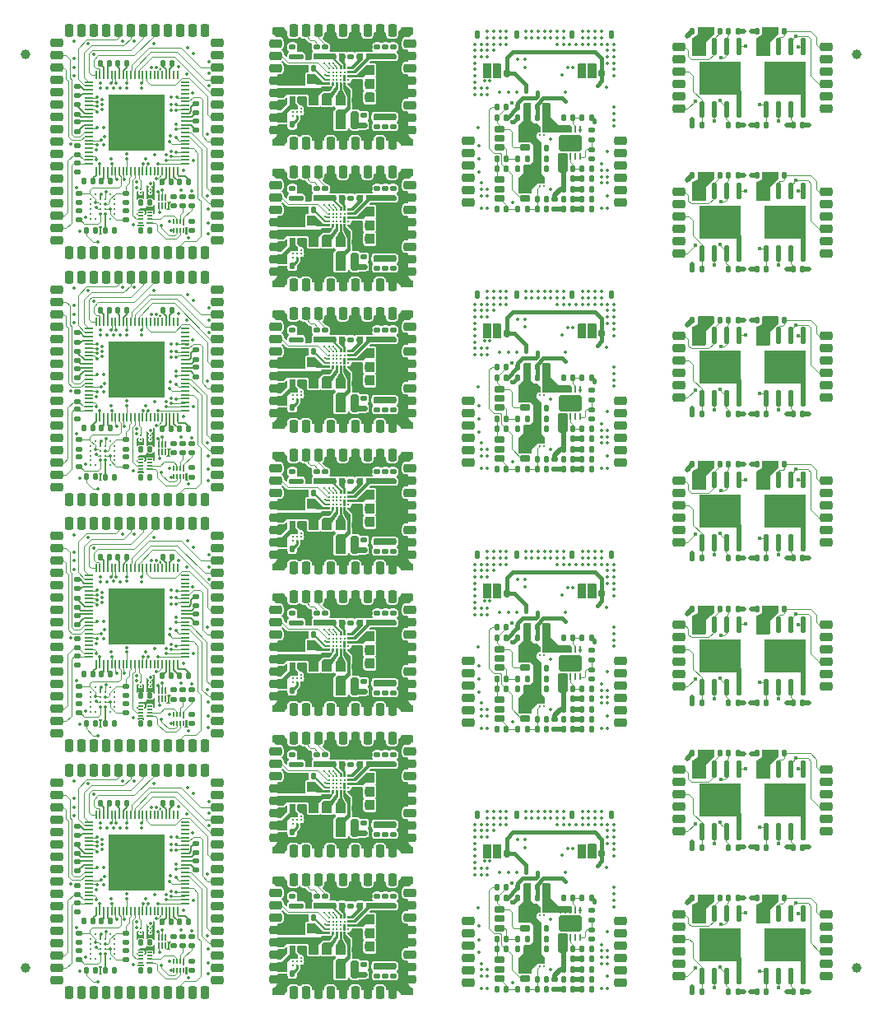
<source format=gbr>
%TF.GenerationSoftware,KiCad,Pcbnew,8.0.4*%
%TF.CreationDate,2024-12-12T16:30:20+01:00*%
%TF.ProjectId,Combined_Module_Panel,436f6d62-696e-4656-945f-4d6f64756c65,rev?*%
%TF.SameCoordinates,Original*%
%TF.FileFunction,Copper,L1,Top*%
%TF.FilePolarity,Positive*%
%FSLAX46Y46*%
G04 Gerber Fmt 4.6, Leading zero omitted, Abs format (unit mm)*
G04 Created by KiCad (PCBNEW 8.0.4) date 2024-12-12 16:30:20*
%MOMM*%
%LPD*%
G01*
G04 APERTURE LIST*
G04 Aperture macros list*
%AMRoundRect*
0 Rectangle with rounded corners*
0 $1 Rounding radius*
0 $2 $3 $4 $5 $6 $7 $8 $9 X,Y pos of 4 corners*
0 Add a 4 corners polygon primitive as box body*
4,1,4,$2,$3,$4,$5,$6,$7,$8,$9,$2,$3,0*
0 Add four circle primitives for the rounded corners*
1,1,$1+$1,$2,$3*
1,1,$1+$1,$4,$5*
1,1,$1+$1,$6,$7*
1,1,$1+$1,$8,$9*
0 Add four rect primitives between the rounded corners*
20,1,$1+$1,$2,$3,$4,$5,0*
20,1,$1+$1,$4,$5,$6,$7,0*
20,1,$1+$1,$6,$7,$8,$9,0*
20,1,$1+$1,$8,$9,$2,$3,0*%
G04 Aperture macros list end*
%TA.AperFunction,CastellatedPad*%
%ADD10RoundRect,0.225000X-0.415000X0.225000X-0.415000X-0.225000X0.415000X-0.225000X0.415000X0.225000X0*%
%TD*%
%TA.AperFunction,SMDPad,CuDef*%
%ADD11RoundRect,0.142500X-0.167500X0.142500X-0.167500X-0.142500X0.167500X-0.142500X0.167500X0.142500X0*%
%TD*%
%TA.AperFunction,SMDPad,CuDef*%
%ADD12RoundRect,0.142500X0.142500X0.167500X-0.142500X0.167500X-0.142500X-0.167500X0.142500X-0.167500X0*%
%TD*%
%TA.AperFunction,SMDPad,CuDef*%
%ADD13RoundRect,0.142500X-0.142500X-0.167500X0.142500X-0.167500X0.142500X0.167500X-0.142500X0.167500X0*%
%TD*%
%TA.AperFunction,SMDPad,CuDef*%
%ADD14RoundRect,0.142500X0.167500X-0.142500X0.167500X0.142500X-0.167500X0.142500X-0.167500X-0.142500X0*%
%TD*%
%TA.AperFunction,SMDPad,CuDef*%
%ADD15RoundRect,0.200000X0.200000X0.700000X-0.200000X0.700000X-0.200000X-0.700000X0.200000X-0.700000X0*%
%TD*%
%TA.AperFunction,SMDPad,CuDef*%
%ADD16RoundRect,0.237500X-0.237500X-0.262500X0.237500X-0.262500X0.237500X0.262500X-0.237500X0.262500X0*%
%TD*%
%TA.AperFunction,SMDPad,CuDef*%
%ADD17C,0.230000*%
%TD*%
%TA.AperFunction,SMDPad,CuDef*%
%ADD18C,1.000000*%
%TD*%
%TA.AperFunction,SMDPad,CuDef*%
%ADD19RoundRect,0.237500X-0.262500X0.237500X-0.262500X-0.237500X0.262500X-0.237500X0.262500X0.237500X0*%
%TD*%
%TA.AperFunction,SMDPad,CuDef*%
%ADD20C,0.200000*%
%TD*%
%TA.AperFunction,CastellatedPad*%
%ADD21RoundRect,0.225000X0.415000X-0.225000X0.415000X0.225000X-0.415000X0.225000X-0.415000X-0.225000X0*%
%TD*%
%TA.AperFunction,CastellatedPad*%
%ADD22RoundRect,0.225000X0.225000X0.415000X-0.225000X0.415000X-0.225000X-0.415000X0.225000X-0.415000X0*%
%TD*%
%TA.AperFunction,CastellatedPad*%
%ADD23RoundRect,0.225000X-0.225000X-0.415000X0.225000X-0.415000X0.225000X0.415000X-0.225000X0.415000X0*%
%TD*%
%TA.AperFunction,SMDPad,CuDef*%
%ADD24C,0.250000*%
%TD*%
%TA.AperFunction,SMDPad,CuDef*%
%ADD25RoundRect,0.060000X0.060000X-0.240000X0.060000X0.240000X-0.060000X0.240000X-0.060000X-0.240000X0*%
%TD*%
%TA.AperFunction,HeatsinkPad*%
%ADD26C,0.400000*%
%TD*%
%TA.AperFunction,SMDPad,CuDef*%
%ADD27RoundRect,0.165000X1.035000X-0.660000X1.035000X0.660000X-1.035000X0.660000X-1.035000X-0.660000X0*%
%TD*%
%TA.AperFunction,SMDPad,CuDef*%
%ADD28RoundRect,0.043750X0.256250X0.043750X-0.256250X0.043750X-0.256250X-0.043750X0.256250X-0.043750X0*%
%TD*%
%TA.AperFunction,SMDPad,CuDef*%
%ADD29RoundRect,0.043750X0.206250X0.043750X-0.206250X0.043750X-0.206250X-0.043750X0.206250X-0.043750X0*%
%TD*%
%TA.AperFunction,SMDPad,CuDef*%
%ADD30RoundRect,0.150000X-0.400000X-0.150000X0.400000X-0.150000X0.400000X0.150000X-0.400000X0.150000X0*%
%TD*%
%TA.AperFunction,SMDPad,CuDef*%
%ADD31RoundRect,0.175000X0.175000X0.225000X-0.175000X0.225000X-0.175000X-0.225000X0.175000X-0.225000X0*%
%TD*%
%TA.AperFunction,SMDPad,CuDef*%
%ADD32RoundRect,0.137500X0.137500X0.262500X-0.137500X0.262500X-0.137500X-0.262500X0.137500X-0.262500X0*%
%TD*%
%TA.AperFunction,SMDPad,CuDef*%
%ADD33RoundRect,0.125000X0.125000X-0.200000X0.125000X0.200000X-0.125000X0.200000X-0.125000X-0.200000X0*%
%TD*%
%TA.AperFunction,SMDPad,CuDef*%
%ADD34RoundRect,0.125000X0.125000X-0.250000X0.125000X0.250000X-0.125000X0.250000X-0.125000X-0.250000X0*%
%TD*%
%TA.AperFunction,HeatsinkPad*%
%ADD35R,4.300000X3.400000*%
%TD*%
%TA.AperFunction,SMDPad,CuDef*%
%ADD36RoundRect,0.050000X0.050000X-0.362500X0.050000X0.362500X-0.050000X0.362500X-0.050000X-0.362500X0*%
%TD*%
%TA.AperFunction,SMDPad,CuDef*%
%ADD37RoundRect,0.050000X0.362500X-0.050000X0.362500X0.050000X-0.362500X0.050000X-0.362500X-0.050000X0*%
%TD*%
%TA.AperFunction,SMDPad,CuDef*%
%ADD38RoundRect,0.050000X-0.362500X-0.050000X0.362500X-0.050000X0.362500X0.050000X-0.362500X0.050000X0*%
%TD*%
%TA.AperFunction,HeatsinkPad*%
%ADD39R,5.750000X5.750000*%
%TD*%
%TA.AperFunction,SMDPad,CuDef*%
%ADD40RoundRect,0.237500X0.237500X0.262500X-0.237500X0.262500X-0.237500X-0.262500X0.237500X-0.262500X0*%
%TD*%
%TA.AperFunction,SMDPad,CuDef*%
%ADD41RoundRect,0.043750X-0.043750X0.256250X-0.043750X-0.256250X0.043750X-0.256250X0.043750X0.256250X0*%
%TD*%
%TA.AperFunction,SMDPad,CuDef*%
%ADD42RoundRect,0.043750X-0.043750X0.206250X-0.043750X-0.206250X0.043750X-0.206250X0.043750X0.206250X0*%
%TD*%
%TA.AperFunction,SMDPad,CuDef*%
%ADD43RoundRect,0.042500X-0.042500X0.257500X-0.042500X-0.257500X0.042500X-0.257500X0.042500X0.257500X0*%
%TD*%
%TA.AperFunction,ViaPad*%
%ADD44C,0.400000*%
%TD*%
%TA.AperFunction,ViaPad*%
%ADD45C,0.350000*%
%TD*%
%TA.AperFunction,ViaPad*%
%ADD46C,0.250000*%
%TD*%
%TA.AperFunction,Conductor*%
%ADD47C,0.120000*%
%TD*%
%TA.AperFunction,Conductor*%
%ADD48C,0.500000*%
%TD*%
%TA.AperFunction,Conductor*%
%ADD49C,0.100000*%
%TD*%
%TA.AperFunction,Conductor*%
%ADD50C,0.400000*%
%TD*%
%TA.AperFunction,Conductor*%
%ADD51C,0.200000*%
%TD*%
%TA.AperFunction,Conductor*%
%ADD52C,0.250000*%
%TD*%
%TA.AperFunction,Conductor*%
%ADD53C,0.150000*%
%TD*%
%TA.AperFunction,Conductor*%
%ADD54C,0.570000*%
%TD*%
G04 APERTURE END LIST*
D10*
%TO.P,J8,1,+1V8*%
%TO.N,N/C*%
X172254162Y-69025833D03*
%TO.P,J8,2,GND*%
X172254162Y-67755833D03*
%TO.P,J8,3,FLASH_CLK*%
X172254162Y-66485833D03*
%TO.P,J8,4,~{FLASH_2_CS}*%
X172254162Y-65215833D03*
%TO.P,J8,5,~{FLASH_2_WP_(IO2)}*%
X172254162Y-63945833D03*
%TO.P,J8,6,~{FLASH_2_RST_(IO3)}*%
X172254162Y-62675833D03*
%TO.P,J8,7,~{FLASH_1_RST_(IO3)}*%
X157054162Y-62675833D03*
%TO.P,J8,8,~{FLASH_1_WP_(IO2)}*%
X157054162Y-63945833D03*
%TO.P,J8,9,~{FLASH_1_CS}*%
X157054162Y-65215833D03*
%TO.P,J8,10,GND*%
X157054162Y-66485833D03*
%TO.P,J8,11,FLASH_MISO_(IO1)*%
X157054162Y-67755833D03*
%TO.P,J8,12,FLASH_MOSI_(IO0)*%
X157054162Y-69025833D03*
%TD*%
D11*
%TO.P,R15,1*%
%TO.N,N/C*%
X120673000Y-106066900D03*
%TO.P,R15,2*%
X120673000Y-107026900D03*
%TD*%
D12*
%TO.P,C1,1*%
%TO.N,N/C*%
X98625000Y-61588000D03*
%TO.P,C1,2*%
X97665000Y-61588000D03*
%TD*%
D13*
%TO.P,R42,1*%
%TO.N,N/C*%
X160346662Y-46148500D03*
%TO.P,R42,2*%
X161306662Y-46148500D03*
%TD*%
D11*
%TO.P,R15,1*%
%TO.N,N/C*%
X120673000Y-47818500D03*
%TO.P,R15,2*%
X120673000Y-48778500D03*
%TD*%
D12*
%TO.P,C14,1*%
%TO.N,N/C*%
X99028000Y-142792000D03*
%TO.P,C14,2*%
X98068000Y-142792000D03*
%TD*%
D14*
%TO.P,R18,1*%
%TO.N,N/C*%
X126873000Y-143351100D03*
%TO.P,R18,2*%
X126873000Y-142391100D03*
%TD*%
D13*
%TO.P,C36,1*%
%TO.N,N/C*%
X142490581Y-108566322D03*
%TO.P,C36,2*%
X143450581Y-108566322D03*
%TD*%
D11*
%TO.P,R9,1*%
%TO.N,N/C*%
X106012000Y-139334000D03*
%TO.P,R9,2*%
X106012000Y-140294000D03*
%TD*%
D13*
%TO.P,R33,1*%
%TO.N,N/C*%
X147132503Y-135336103D03*
%TO.P,R33,2*%
X148092503Y-135336103D03*
%TD*%
%TO.P,C19,1*%
%TO.N,N/C*%
X117318000Y-55798500D03*
%TO.P,C19,2*%
X118278000Y-55798500D03*
%TD*%
D12*
%TO.P,C58,1*%
%TO.N,N/C*%
X159449162Y-61018333D03*
%TO.P,C58,2*%
X158489162Y-61018333D03*
%TD*%
D11*
%TO.P,R14,1*%
%TO.N,N/C*%
X126048000Y-62380600D03*
%TO.P,R14,2*%
X126048000Y-63340600D03*
%TD*%
D14*
%TO.P,R19,1*%
%TO.N,N/C*%
X126048000Y-70540600D03*
%TO.P,R19,2*%
X126048000Y-69580600D03*
%TD*%
D11*
%TO.P,R8,1*%
%TO.N,N/C*%
X106937000Y-88592000D03*
%TO.P,R8,2*%
X106937000Y-89552000D03*
%TD*%
D15*
%TO.P,L1,1*%
%TO.N,N/C*%
X123773000Y-69910600D03*
%TO.P,L1,2*%
X122173000Y-69910600D03*
%TD*%
D13*
%TO.P,R25,1*%
%TO.N,N/C*%
X138370581Y-107497922D03*
%TO.P,R25,2*%
X139330581Y-107497922D03*
%TD*%
%TO.P,R23,1*%
%TO.N,N/C*%
X138370581Y-86029900D03*
%TO.P,R23,2*%
X139330581Y-86029900D03*
%TD*%
D14*
%TO.P,R2,1*%
%TO.N,N/C*%
X95224000Y-60671000D03*
%TO.P,R2,2*%
X95224000Y-59711000D03*
%TD*%
D16*
%TO.P,C25,1*%
%TO.N,N/C*%
X125273000Y-80722700D03*
%TO.P,C25,2*%
X126873000Y-80722700D03*
%TD*%
D13*
%TO.P,R23,1*%
%TO.N,N/C*%
X138370581Y-139552981D03*
%TO.P,R23,2*%
X139330581Y-139552981D03*
%TD*%
D11*
%TO.P,R16,1*%
%TO.N,N/C*%
X119848000Y-120629000D03*
%TO.P,R16,2*%
X119848000Y-121589000D03*
%TD*%
D17*
%TO.P,U7,A1,GPIO1*%
%TO.N,N/C*%
X121098000Y-49998500D03*
%TO.P,U7,A2,~{RST}*%
X121498000Y-49998500D03*
%TO.P,U7,A3,SDA*%
X121898000Y-49998500D03*
%TO.P,U7,A4,VIO*%
X122298000Y-49998500D03*
%TO.P,U7,A5,LDO1*%
X122698000Y-49998500D03*
%TO.P,U7,A6,IN_LDO1*%
X123098000Y-49998500D03*
%TO.P,U7,B1,GPIO0*%
X121098000Y-50398500D03*
%TO.P,U7,B2,~{IRQ}*%
X121498000Y-50398500D03*
%TO.P,U7,B3,~{EN}*%
X121898000Y-50398500D03*
%TO.P,U7,B4,SCL*%
X122298000Y-50398500D03*
%TO.P,U7,B5,LDO0*%
X122698000Y-50398500D03*
%TO.P,U7,B6,IN_LDO0*%
X123098000Y-50398500D03*
%TO.P,U7,C1,AMUX*%
X121098000Y-50798500D03*
%TO.P,U7,C2,GPIO2*%
X121498000Y-50798500D03*
%TO.P,U7,C3,GND*%
X121898000Y-50798500D03*
%TO.P,U7,C4,SBB1*%
X122298000Y-50798500D03*
%TO.P,U7,C5,LXB*%
X122698000Y-50798500D03*
%TO.P,U7,C6,SBB0*%
X123098000Y-50798500D03*
%TO.P,U7,D1,VL*%
X121098000Y-51198500D03*
%TO.P,U7,D2,THM*%
X121498000Y-51198500D03*
%TO.P,U7,D3,TBIAS*%
X121898000Y-51198500D03*
%TO.P,U7,D4,SBB2*%
X122298000Y-51198500D03*
%TO.P,U7,D5,LXB*%
X122698000Y-51198500D03*
%TO.P,U7,D6,BST*%
X123098000Y-51198500D03*
%TO.P,U7,E1,CHGIN*%
X121098000Y-51598500D03*
%TO.P,U7,E2,SYS*%
X121498000Y-51598500D03*
%TO.P,U7,E3,BATT*%
X121898000Y-51598500D03*
%TO.P,U7,E4,IN_SBB*%
X122298000Y-51598500D03*
%TO.P,U7,E5,LXA*%
X122698000Y-51598500D03*
%TO.P,U7,E6,PGND*%
X123098000Y-51598500D03*
%TD*%
D13*
%TO.P,R43,1*%
%TO.N,N/C*%
X165139162Y-55818500D03*
%TO.P,R43,2*%
X166099162Y-55818500D03*
%TD*%
D17*
%TO.P,U6,A1,TH*%
%TO.N,N/C*%
X117398000Y-112371900D03*
%TO.P,U6,A2,BATT*%
X117798000Y-112371900D03*
%TO.P,U6,A3,NC*%
X118198000Y-112371900D03*
%TO.P,U6,B1,SCL*%
X117398000Y-112771900D03*
%TO.P,U6,B2,ALRT*%
X117798000Y-112771900D03*
%TO.P,U6,B3,SYS*%
X118198000Y-112771900D03*
%TO.P,U6,C1,SDA*%
X117398000Y-113171900D03*
%TO.P,U6,C2,REG*%
X117798000Y-113171900D03*
%TO.P,U6,C3,GND*%
X118198000Y-113171900D03*
%TD*%
D14*
%TO.P,R18,1*%
%TO.N,N/C*%
X126873000Y-99664800D03*
%TO.P,R18,2*%
X126873000Y-98704800D03*
%TD*%
D12*
%TO.P,C55,1*%
%TO.N,N/C*%
X141500581Y-140621381D03*
%TO.P,C55,2*%
X140540581Y-140621381D03*
%TD*%
D17*
%TO.P,U6,A1,TH*%
%TO.N,N/C*%
X117398000Y-97809800D03*
%TO.P,U6,A2,BATT*%
X117798000Y-97809800D03*
%TO.P,U6,A3,NC*%
X118198000Y-97809800D03*
%TO.P,U6,B1,SCL*%
X117398000Y-98209800D03*
%TO.P,U6,B2,ALRT*%
X117798000Y-98209800D03*
%TO.P,U6,B3,SYS*%
X118198000Y-98209800D03*
%TO.P,U6,C1,SDA*%
X117398000Y-98609800D03*
%TO.P,U6,C2,REG*%
X117798000Y-98609800D03*
%TO.P,U6,C3,GND*%
X118198000Y-98609800D03*
%TD*%
D13*
%TO.P,R33,1*%
%TO.N,N/C*%
X147132503Y-108566322D03*
%TO.P,R33,2*%
X148092503Y-108566322D03*
%TD*%
D18*
%TO.P,REF\u002A\u002A,*%
%TO.N,*%
X175404162Y-48586000D03*
%TD*%
D14*
%TO.P,R5,1*%
%TO.N,N/C*%
X100212000Y-63804000D03*
%TO.P,R5,2*%
X100212000Y-62844000D03*
%TD*%
D12*
%TO.P,C42,1*%
%TO.N,N/C*%
X143450581Y-53991322D03*
%TO.P,C42,2*%
X142490581Y-53991322D03*
%TD*%
D11*
%TO.P,R15,1*%
%TO.N,N/C*%
X120673000Y-62380600D03*
%TO.P,R15,2*%
X120673000Y-63340600D03*
%TD*%
D13*
%TO.P,C38,1*%
%TO.N,N/C*%
X145207503Y-63431400D03*
%TO.P,C38,2*%
X146167503Y-63431400D03*
%TD*%
D12*
%TO.P,C55,1*%
%TO.N,N/C*%
X141500581Y-87098300D03*
%TO.P,C55,2*%
X140540581Y-87098300D03*
%TD*%
%TO.P,C48,1*%
%TO.N,N/C*%
X139330581Y-91223300D03*
%TO.P,C48,2*%
X138370581Y-91223300D03*
%TD*%
D11*
%TO.P,C15,1*%
%TO.N,N/C*%
X106937000Y-91090000D03*
%TO.P,C15,2*%
X106937000Y-92050000D03*
%TD*%
D14*
%TO.P,C28,1*%
%TO.N,N/C*%
X121498000Y-92464800D03*
%TO.P,C28,2*%
X121498000Y-91504800D03*
%TD*%
D19*
%TO.P,C21,1*%
%TO.N,N/C*%
X120873000Y-140671100D03*
%TO.P,C21,2*%
X120873000Y-142271100D03*
%TD*%
D13*
%TO.P,R33,1*%
%TO.N,N/C*%
X147132503Y-55059722D03*
%TO.P,R33,2*%
X148092503Y-55059722D03*
%TD*%
D12*
%TO.P,C49,1*%
%TO.N,N/C*%
X139330581Y-87098300D03*
%TO.P,C49,2*%
X138370581Y-87098300D03*
%TD*%
D14*
%TO.P,R19,1*%
%TO.N,N/C*%
X126048000Y-143351100D03*
%TO.P,R19,2*%
X126048000Y-142391100D03*
%TD*%
D20*
%TO.P,U9,A1,VREF*%
%TO.N,N/C*%
X142770581Y-88841500D03*
%TO.P,U9,A2,VIN*%
X142770581Y-88441500D03*
%TO.P,U9,B1,GND*%
X143170581Y-88841500D03*
%TO.P,U9,B2,EN*%
X143170581Y-88441500D03*
%TD*%
D13*
%TO.P,R37,1*%
%TO.N,N/C*%
X138370581Y-55059722D03*
%TO.P,R37,2*%
X139330581Y-55059722D03*
%TD*%
D14*
%TO.P,C29,1*%
%TO.N,N/C*%
X124273000Y-136151100D03*
%TO.P,C29,2*%
X124273000Y-135191100D03*
%TD*%
D10*
%TO.P,J1,1,JTAG_TDO*%
%TO.N,N/C*%
X93065000Y-72735000D03*
%TO.P,J1,2,JTAG_TDI*%
X93065000Y-74005000D03*
%TO.P,J1,3,JTAG_TRST*%
X93065000Y-75275000D03*
%TO.P,J1,4,JTAG_TMS*%
X93065000Y-76545000D03*
%TO.P,J1,5,JTAG_TCK*%
X93065000Y-77815000D03*
%TO.P,J1,6,Manual_RST*%
X93065000Y-79085000D03*
%TO.P,J1,7,PMIC_nRST*%
X93065000Y-80355000D03*
%TO.P,J1,8,SOC_RST_OUT*%
X93065000Y-81625000D03*
D21*
%TO.P,J1,9,FLASH_MOSI*%
X93065000Y-82895000D03*
%TO.P,J1,10,FLASH_MISO*%
X93065000Y-84165000D03*
%TO.P,J1,11,FLASH_CS*%
X93065000Y-85435000D03*
%TO.P,J1,12,FLASH_nWP*%
X93065000Y-86705000D03*
%TO.P,J1,13,FLASH_nHLD_nRST*%
X93065000Y-87975000D03*
%TO.P,J1,14,FLASH_SCK*%
X93065000Y-89245000D03*
%TO.P,J1,15,I2C_SDA_HEEP*%
X93065000Y-90515000D03*
%TO.P,J1,16,I2C_SCL_HEEP*%
X93065000Y-91785000D03*
%TO.P,J1,17,GND*%
X93065000Y-93055000D03*
D22*
%TO.P,J1,18,+1V8*%
X94335000Y-94325000D03*
%TO.P,J1,19,VCORE*%
X95605000Y-94325000D03*
%TO.P,J1,20,GND*%
X96875000Y-94325000D03*
%TO.P,J1,21,UART_RX_HEEP*%
X98145000Y-94325000D03*
%TO.P,J1,22,UART_TX_HEEP*%
X99415000Y-94325000D03*
%TO.P,J1,23,SPI_MOSI_HEEP*%
X100685000Y-94325000D03*
D23*
%TO.P,J1,24,SPI_MISO_HEEP*%
X101955000Y-94325000D03*
%TO.P,J1,25,SPI_SD2_HEEP*%
X103225000Y-94325000D03*
%TO.P,J1,26,SPI_SD3_HEEP*%
X104495000Y-94325000D03*
%TO.P,J1,27,SPI_CS1_HEEP*%
X105765000Y-94325000D03*
%TO.P,J1,28,SPI_CS0_HEEP*%
X107035000Y-94325000D03*
%TO.P,J1,29,SPI_SCK_HEEP*%
X108305000Y-94325000D03*
D10*
%TO.P,J1,30,GND*%
X109575000Y-93055000D03*
%TO.P,J1,31,BOOT_SEL_EXT*%
X109575000Y-91785000D03*
%TO.P,J1,32,GPIO_23*%
X109575000Y-90515000D03*
%TO.P,J1,33,GPIO_22*%
X109575000Y-89245000D03*
%TO.P,J1,34,GPIO_21*%
X109575000Y-87975000D03*
%TO.P,J1,35,GPIO_20*%
X109575000Y-86705000D03*
%TO.P,J1,36,GPIO_19*%
X109575000Y-85435000D03*
%TO.P,J1,37,GPIO_18*%
X109575000Y-84165000D03*
%TO.P,J1,38,GPIO_17*%
X109575000Y-82895000D03*
%TO.P,J1,39,GPIO_16*%
X109575000Y-81625000D03*
%TO.P,J1,40,GPIO_15*%
X109575000Y-80355000D03*
%TO.P,J1,41,GPIO_14*%
X109575000Y-79085000D03*
D21*
%TO.P,J1,42,GPIO_13*%
X109575000Y-77815000D03*
%TO.P,J1,43,GPIO_12*%
X109575000Y-76545000D03*
%TO.P,J1,44,GPIO_11*%
X109575000Y-75275000D03*
%TO.P,J1,45,GPIO_10*%
X109575000Y-74005000D03*
%TO.P,J1,46,GPIO_9*%
X109575000Y-72735000D03*
D23*
%TO.P,J1,47,VCORE*%
X108305000Y-71465000D03*
%TO.P,J1,48,+1V8*%
X107035000Y-71465000D03*
%TO.P,J1,49,GND*%
X105765000Y-71465000D03*
%TO.P,J1,50,GPIO_8*%
X104495000Y-71465000D03*
%TO.P,J1,51,GPIO_7*%
X103225000Y-71465000D03*
D22*
%TO.P,J1,52,GPIO_6*%
X101955000Y-71465000D03*
%TO.P,J1,53,GPIO_5*%
X100685000Y-71465000D03*
%TO.P,J1,54,GPIO_4*%
X99415000Y-71465000D03*
%TO.P,J1,55,GPIO_3*%
X98145000Y-71465000D03*
%TO.P,J1,56,GPIO_2*%
X96875000Y-71465000D03*
%TO.P,J1,57,GPIO_1*%
X95605000Y-71465000D03*
%TO.P,J1,58,GPIO_0*%
X94335000Y-71465000D03*
%TD*%
D13*
%TO.P,C50,1*%
%TO.N,N/C*%
X142490581Y-59276600D03*
%TO.P,C50,2*%
X143450581Y-59276600D03*
%TD*%
D11*
%TO.P,R34,1*%
%TO.N,N/C*%
X148104503Y-58366400D03*
%TO.P,R34,2*%
X148104503Y-59326400D03*
%TD*%
D13*
%TO.P,C57,1*%
%TO.N,N/C*%
X142500581Y-64470000D03*
%TO.P,C57,2*%
X143460581Y-64470000D03*
%TD*%
D16*
%TO.P,C26,1*%
%TO.N,N/C*%
X125273000Y-50198500D03*
%TO.P,C26,2*%
X126873000Y-50198500D03*
%TD*%
D12*
%TO.P,C56,1*%
%TO.N,N/C*%
X141500581Y-135336103D03*
%TO.P,C56,2*%
X140540581Y-135336103D03*
%TD*%
D11*
%TO.P,R15,1*%
%TO.N,N/C*%
X120673000Y-76942700D03*
%TO.P,R15,2*%
X120673000Y-77902700D03*
%TD*%
D14*
%TO.P,C31,1*%
%TO.N,N/C*%
X122423000Y-63340600D03*
%TO.P,C31,2*%
X122423000Y-62380600D03*
%TD*%
D13*
%TO.P,C39,1*%
%TO.N,N/C*%
X145207503Y-117976600D03*
%TO.P,C39,2*%
X146167503Y-117976600D03*
%TD*%
%TO.P,R43,1*%
%TO.N,N/C*%
X165139162Y-145007498D03*
%TO.P,R43,2*%
X166099162Y-145007498D03*
%TD*%
D11*
%TO.P,R4,1*%
%TO.N,N/C*%
X95363000Y-90001000D03*
%TO.P,R4,2*%
X95363000Y-90961000D03*
%TD*%
D24*
%TO.P,U2,A2,NC*%
%TO.N,N/C*%
X98553000Y-65467000D03*
%TO.P,U2,A5,NC*%
X97053000Y-65467000D03*
%TO.P,U2,A6,NC*%
X96553000Y-65467000D03*
%TO.P,U2,B1,NC*%
X99053000Y-64967000D03*
%TO.P,U2,B3,VCC*%
X98053000Y-64967000D03*
%TO.P,U2,B4,~{CS}*%
X97553000Y-64967000D03*
%TO.P,U2,B6,NC*%
X96553000Y-64967000D03*
%TO.P,U2,C1,NC*%
X99053000Y-64467000D03*
%TO.P,U2,C3,~{HLD_RST}_(IO3)*%
X98053000Y-64467000D03*
%TO.P,U2,C4,DO_(IO1)*%
X97553000Y-64467000D03*
%TO.P,U2,C6,NC*%
X96553000Y-64467000D03*
%TO.P,U2,D1,NC*%
X99053000Y-63967000D03*
%TO.P,U2,D3,CLK*%
X98053000Y-63967000D03*
%TO.P,U2,D4,~{WP}_(IO2)*%
X97553000Y-63967000D03*
%TO.P,U2,D6,NC*%
X96553000Y-63967000D03*
%TO.P,U2,E1,NC*%
X99053000Y-63467000D03*
%TO.P,U2,E3,DI_(IO0)*%
X98053000Y-63467000D03*
%TO.P,U2,E4,GND*%
X97553000Y-63467000D03*
%TO.P,U2,E6,NC*%
X96553000Y-63467000D03*
%TO.P,U2,F2,NC*%
X98553000Y-62967000D03*
%TO.P,U2,F5,NC*%
X97053000Y-62967000D03*
%TD*%
D12*
%TO.P,C5,1*%
%TO.N,N/C*%
X98498000Y-125636000D03*
%TO.P,C5,2*%
X97538000Y-125636000D03*
%TD*%
D13*
%TO.P,C40,1*%
%TO.N,N/C*%
X145207503Y-141640581D03*
%TO.P,C40,2*%
X146167503Y-141640581D03*
%TD*%
D12*
%TO.P,C59,1*%
%TO.N,N/C*%
X166099162Y-135339998D03*
%TO.P,C59,2*%
X165139162Y-135339998D03*
%TD*%
D25*
%TO.P,U11,1,IN*%
%TO.N,N/C*%
X144901303Y-59102361D03*
%TO.P,U11,2,IN*%
X145401303Y-59102361D03*
%TO.P,U11,3,EN_UV*%
X145901303Y-59102361D03*
%TO.P,U11,4,PG*%
X146401303Y-59102361D03*
%TO.P,U11,5,FB_PG*%
X146901303Y-59102361D03*
%TO.P,U11,6,GND*%
X146901303Y-56302361D03*
%TO.P,U11,7,NR/SS*%
X146401303Y-56302361D03*
%TO.P,U11,8,SNS*%
X145901303Y-56302361D03*
%TO.P,U11,9,OUT*%
X145401303Y-56302361D03*
%TO.P,U11,10,OUT*%
X144901303Y-56302361D03*
D26*
%TO.P,U11,11,EPAD*%
X145901303Y-58277361D03*
X144951303Y-57702361D03*
D27*
X145901303Y-57702361D03*
D26*
X146851303Y-57702361D03*
X145901303Y-57127361D03*
%TD*%
D28*
%TO.P,U4,1*%
%TO.N,N/C*%
X102611669Y-65886000D03*
D29*
%TO.P,U4,2*%
X102661669Y-65536000D03*
%TO.P,U4,3*%
X102661669Y-65186000D03*
%TO.P,U4,4,GND*%
X102661669Y-64836000D03*
%TO.P,U4,5*%
X101761669Y-64836000D03*
%TO.P,U4,6*%
X101761669Y-65186000D03*
%TO.P,U4,7*%
X101761669Y-65536000D03*
%TO.P,U4,8,VCC*%
X101761669Y-65886000D03*
%TD*%
D30*
%TO.P,U14,1,VOUT*%
%TO.N,N/C*%
X138635581Y-83015300D03*
%TO.P,U14,2,V-*%
X138635581Y-83965300D03*
%TO.P,U14,3,+*%
X138635581Y-84915300D03*
%TO.P,U14,4,-*%
X141235581Y-84915300D03*
%TO.P,U14,5,V+*%
X141235581Y-83015300D03*
X141235581Y-83965300D03*
%TD*%
D11*
%TO.P,C3,1*%
%TO.N,N/C*%
X107416000Y-80764000D03*
%TO.P,C3,2*%
X107416000Y-81724000D03*
%TD*%
D13*
%TO.P,C41,1*%
%TO.N,N/C*%
X145207503Y-62409600D03*
%TO.P,C41,2*%
X146167503Y-62409600D03*
%TD*%
D12*
%TO.P,C14,1*%
%TO.N,N/C*%
X99028000Y-117421000D03*
%TO.P,C14,2*%
X98068000Y-117421000D03*
%TD*%
D20*
%TO.P,U9,A1,VREF*%
%TO.N,N/C*%
X142770581Y-142364581D03*
%TO.P,U9,A2,VIN*%
X142770581Y-141964581D03*
%TO.P,U9,B1,GND*%
X143170581Y-142364581D03*
%TO.P,U9,B2,EN*%
X143170581Y-141964581D03*
%TD*%
D13*
%TO.P,C18,1*%
%TO.N,N/C*%
X117318000Y-111471900D03*
%TO.P,C18,2*%
X118278000Y-111471900D03*
%TD*%
D16*
%TO.P,C22,1*%
%TO.N,N/C*%
X122298000Y-96984800D03*
%TO.P,C22,2*%
X123898000Y-96984800D03*
%TD*%
D11*
%TO.P,R12,1*%
%TO.N,N/C*%
X127698000Y-135191100D03*
%TO.P,R12,2*%
X127698000Y-136151100D03*
%TD*%
D12*
%TO.P,C17,1*%
%TO.N,N/C*%
X102691669Y-117421000D03*
%TO.P,C17,2*%
X101731669Y-117421000D03*
%TD*%
%TO.P,R44,1*%
%TO.N,N/C*%
X169814162Y-85548166D03*
%TO.P,R44,2*%
X168854162Y-85548166D03*
%TD*%
D13*
%TO.P,R31,1*%
%TO.N,N/C*%
X147144503Y-142685981D03*
%TO.P,R31,2*%
X148104503Y-142685981D03*
%TD*%
D12*
%TO.P,C13,1*%
%TO.N,N/C*%
X102691669Y-139925500D03*
%TO.P,C13,2*%
X101731669Y-139925500D03*
%TD*%
%TO.P,C17,1*%
%TO.N,N/C*%
X102691669Y-92050000D03*
%TO.P,C17,2*%
X101731669Y-92050000D03*
%TD*%
D13*
%TO.P,C18,1*%
%TO.N,N/C*%
X117318000Y-53223500D03*
%TO.P,C18,2*%
X118278000Y-53223500D03*
%TD*%
D11*
%TO.P,R3,1*%
%TO.N,N/C*%
X95224000Y-108675000D03*
%TO.P,R3,2*%
X95224000Y-109635000D03*
%TD*%
D12*
%TO.P,C8,1*%
%TO.N,N/C*%
X106626000Y-112457000D03*
%TO.P,C8,2*%
X105666000Y-112457000D03*
%TD*%
D13*
%TO.P,C37,1*%
%TO.N,N/C*%
X140540581Y-86029900D03*
%TO.P,C37,2*%
X141500581Y-86029900D03*
%TD*%
D12*
%TO.P,R38,1*%
%TO.N,N/C*%
X141500581Y-53991322D03*
%TO.P,R38,2*%
X140540581Y-53991322D03*
%TD*%
D15*
%TO.P,L1,1*%
%TO.N,N/C*%
X123773000Y-113596900D03*
%TO.P,L1,2*%
X122173000Y-113596900D03*
%TD*%
D14*
%TO.P,C29,1*%
%TO.N,N/C*%
X124273000Y-77902700D03*
%TO.P,C29,2*%
X124273000Y-76942700D03*
%TD*%
D12*
%TO.P,C59,1*%
%TO.N,N/C*%
X166099162Y-105610332D03*
%TO.P,C59,2*%
X165139162Y-105610332D03*
%TD*%
D31*
%TO.P,J3,1,1*%
%TO.N,N/C*%
X139363581Y-50514322D03*
%TO.P,J3,2,2*%
X138363581Y-50514322D03*
%TO.P,J3,3,3*%
X137363581Y-50514322D03*
D32*
%TO.P,J3,4,MH*%
X140388581Y-46514322D03*
X136338581Y-46514322D03*
%TD*%
D13*
%TO.P,R30,1*%
%TO.N,N/C*%
X147144503Y-88118900D03*
%TO.P,R30,2*%
X148104503Y-88118900D03*
%TD*%
D11*
%TO.P,R27,1*%
%TO.N,N/C*%
X148104503Y-83124300D03*
%TO.P,R27,2*%
X148104503Y-84084300D03*
%TD*%
D16*
%TO.P,C25,1*%
%TO.N,N/C*%
X125273000Y-109846900D03*
%TO.P,C25,2*%
X126873000Y-109846900D03*
%TD*%
D10*
%TO.P,J8,1,+1V8*%
%TO.N,N/C*%
X172254162Y-98755499D03*
%TO.P,J8,2,GND*%
X172254162Y-97485499D03*
%TO.P,J8,3,FLASH_CLK*%
X172254162Y-96215499D03*
%TO.P,J8,4,~{FLASH_2_CS}*%
X172254162Y-94945499D03*
%TO.P,J8,5,~{FLASH_2_WP_(IO2)}*%
X172254162Y-93675499D03*
%TO.P,J8,6,~{FLASH_2_RST_(IO3)}*%
X172254162Y-92405499D03*
%TO.P,J8,7,~{FLASH_1_RST_(IO3)}*%
X157054162Y-92405499D03*
%TO.P,J8,8,~{FLASH_1_WP_(IO2)}*%
X157054162Y-93675499D03*
%TO.P,J8,9,~{FLASH_1_CS}*%
X157054162Y-94945499D03*
%TO.P,J8,10,GND*%
X157054162Y-96215499D03*
%TO.P,J8,11,FLASH_MISO_(IO1)*%
X157054162Y-97485499D03*
%TO.P,J8,12,FLASH_MOSI_(IO0)*%
X157054162Y-98755499D03*
%TD*%
D12*
%TO.P,R44,1*%
%TO.N,N/C*%
X169814162Y-70683333D03*
%TO.P,R44,2*%
X168854162Y-70683333D03*
%TD*%
D14*
%TO.P,R18,1*%
%TO.N,N/C*%
X126873000Y-128789000D03*
%TO.P,R18,2*%
X126873000Y-127829000D03*
%TD*%
D10*
%TO.P,J8,1,+1V8*%
%TO.N,N/C*%
X172254162Y-83890666D03*
%TO.P,J8,2,GND*%
X172254162Y-82620666D03*
%TO.P,J8,3,FLASH_CLK*%
X172254162Y-81350666D03*
%TO.P,J8,4,~{FLASH_2_CS}*%
X172254162Y-80080666D03*
%TO.P,J8,5,~{FLASH_2_WP_(IO2)}*%
X172254162Y-78810666D03*
%TO.P,J8,6,~{FLASH_2_RST_(IO3)}*%
X172254162Y-77540666D03*
%TO.P,J8,7,~{FLASH_1_RST_(IO3)}*%
X157054162Y-77540666D03*
%TO.P,J8,8,~{FLASH_1_WP_(IO2)}*%
X157054162Y-78810666D03*
%TO.P,J8,9,~{FLASH_1_CS}*%
X157054162Y-80080666D03*
%TO.P,J8,10,GND*%
X157054162Y-81350666D03*
%TO.P,J8,11,FLASH_MISO_(IO1)*%
X157054162Y-82620666D03*
%TO.P,J8,12,FLASH_MOSI_(IO0)*%
X157054162Y-83890666D03*
%TD*%
D13*
%TO.P,C45,1*%
%TO.N,N/C*%
X142490581Y-58208200D03*
%TO.P,C45,2*%
X143450581Y-58208200D03*
%TD*%
D11*
%TO.P,R8,1*%
%TO.N,N/C*%
X106937000Y-139334000D03*
%TO.P,R8,2*%
X106937000Y-140294000D03*
%TD*%
%TO.P,C10,1*%
%TO.N,N/C*%
X95224000Y-104484000D03*
%TO.P,C10,2*%
X95224000Y-105444000D03*
%TD*%
D10*
%TO.P,J2,1,GPIO1*%
%TO.N,N/C*%
X115585500Y-47441000D03*
%TO.P,J2,2,GPIO0*%
X115585500Y-48711000D03*
%TO.P,J2,3,CHG_IN*%
X115585500Y-49981000D03*
%TO.P,J2,4,GND*%
X115585500Y-51251000D03*
%TO.P,J2,5,VSYS*%
X115585500Y-52521000D03*
%TO.P,J2,6,GND*%
X115585500Y-53791000D03*
%TO.P,J2,7,VBAT*%
X115585500Y-55061000D03*
%TO.P,J2,8,GND*%
X115585500Y-56331000D03*
D22*
%TO.P,J2,9,SDA*%
X117430500Y-57686000D03*
%TO.P,J2,10,SCL*%
X118700500Y-57686000D03*
%TO.P,J2,11,GND*%
X119970500Y-57686000D03*
%TO.P,J2,12,ALRT*%
X121240500Y-57686000D03*
%TO.P,J2,13,GND*%
X122510500Y-57686000D03*
%TO.P,J2,14,nEN*%
X123780500Y-57686000D03*
%TO.P,J2,15,GND*%
X125050500Y-57686000D03*
%TO.P,J2,16,AMUX*%
X126320500Y-57686000D03*
%TO.P,J2,17,GND*%
X127590500Y-57686000D03*
D10*
%TO.P,J2,18,GND*%
X129435500Y-56331000D03*
%TO.P,J2,19,GND*%
X129435500Y-55061000D03*
%TO.P,J2,20,AVCC*%
X129435500Y-53791000D03*
%TO.P,J2,21,GND*%
X129435500Y-52521000D03*
%TO.P,J2,22,GND*%
X129435500Y-51251000D03*
%TO.P,J2,23,VCORE*%
X129435500Y-49981000D03*
%TO.P,J2,24,GND*%
X129435500Y-48711000D03*
%TO.P,J2,25,+1V8*%
X129435500Y-47441000D03*
D22*
%TO.P,J2,26,VLDO0*%
X127590500Y-46086000D03*
%TO.P,J2,27,GND*%
X126320500Y-46086000D03*
%TO.P,J2,28,VLDO1*%
X125050500Y-46086000D03*
%TO.P,J2,29,GND*%
X123780500Y-46086000D03*
%TO.P,J2,30,VIO*%
X122510500Y-46086000D03*
%TO.P,J2,31,GND*%
X121240500Y-46086000D03*
%TO.P,J2,32,nRST*%
X119970500Y-46086000D03*
%TO.P,J2,33,nIRQ*%
X118700500Y-46086000D03*
%TO.P,J2,34,GPIO2*%
X117430500Y-46086000D03*
%TD*%
D33*
%TO.P,U16,1,~{CS}*%
%TO.N,N/C*%
X159424162Y-84465666D03*
D34*
X159424162Y-83415666D03*
D33*
%TO.P,U16,2,DO_(IO1)*%
X160694162Y-84465666D03*
D34*
X160694162Y-83415666D03*
D33*
%TO.P,U16,3,~{WP}_(IO2)*%
X161964162Y-84465666D03*
D34*
X161964162Y-83415666D03*
D33*
%TO.P,U16,4,GND*%
X163234162Y-84465666D03*
D34*
X163234162Y-83415666D03*
%TO.P,U16,5,DI_(IO0)*%
X163234162Y-78015666D03*
D33*
X163234162Y-76965666D03*
D34*
%TO.P,U16,6,CLK*%
X161964162Y-78015666D03*
D33*
X161964162Y-76965666D03*
D34*
%TO.P,U16,7,~{RST}_(IO3)*%
X160694162Y-78015666D03*
D33*
X160694162Y-76965666D03*
D34*
%TO.P,U16,8,VCC*%
X159424162Y-78015666D03*
D33*
X159424162Y-76965666D03*
D35*
%TO.P,U16,9,EP*%
X161329162Y-80715666D03*
%TD*%
D13*
%TO.P,C57,1*%
%TO.N,N/C*%
X142500581Y-117976600D03*
%TO.P,C57,2*%
X143460581Y-117976600D03*
%TD*%
D10*
%TO.P,J1,1,JTAG_TDO*%
%TO.N,N/C*%
X93065000Y-123477000D03*
%TO.P,J1,2,JTAG_TDI*%
X93065000Y-124747000D03*
%TO.P,J1,3,JTAG_TRST*%
X93065000Y-126017000D03*
%TO.P,J1,4,JTAG_TMS*%
X93065000Y-127287000D03*
%TO.P,J1,5,JTAG_TCK*%
X93065000Y-128557000D03*
%TO.P,J1,6,Manual_RST*%
X93065000Y-129827000D03*
%TO.P,J1,7,PMIC_nRST*%
X93065000Y-131097000D03*
%TO.P,J1,8,SOC_RST_OUT*%
X93065000Y-132367000D03*
D21*
%TO.P,J1,9,FLASH_MOSI*%
X93065000Y-133637000D03*
%TO.P,J1,10,FLASH_MISO*%
X93065000Y-134907000D03*
%TO.P,J1,11,FLASH_CS*%
X93065000Y-136177000D03*
%TO.P,J1,12,FLASH_nWP*%
X93065000Y-137447000D03*
%TO.P,J1,13,FLASH_nHLD_nRST*%
X93065000Y-138717000D03*
%TO.P,J1,14,FLASH_SCK*%
X93065000Y-139987000D03*
%TO.P,J1,15,I2C_SDA_HEEP*%
X93065000Y-141257000D03*
%TO.P,J1,16,I2C_SCL_HEEP*%
X93065000Y-142527000D03*
%TO.P,J1,17,GND*%
X93065000Y-143797000D03*
D22*
%TO.P,J1,18,+1V8*%
X94335000Y-145067000D03*
%TO.P,J1,19,VCORE*%
X95605000Y-145067000D03*
%TO.P,J1,20,GND*%
X96875000Y-145067000D03*
%TO.P,J1,21,UART_RX_HEEP*%
X98145000Y-145067000D03*
%TO.P,J1,22,UART_TX_HEEP*%
X99415000Y-145067000D03*
%TO.P,J1,23,SPI_MOSI_HEEP*%
X100685000Y-145067000D03*
D23*
%TO.P,J1,24,SPI_MISO_HEEP*%
X101955000Y-145067000D03*
%TO.P,J1,25,SPI_SD2_HEEP*%
X103225000Y-145067000D03*
%TO.P,J1,26,SPI_SD3_HEEP*%
X104495000Y-145067000D03*
%TO.P,J1,27,SPI_CS1_HEEP*%
X105765000Y-145067000D03*
%TO.P,J1,28,SPI_CS0_HEEP*%
X107035000Y-145067000D03*
%TO.P,J1,29,SPI_SCK_HEEP*%
X108305000Y-145067000D03*
D10*
%TO.P,J1,30,GND*%
X109575000Y-143797000D03*
%TO.P,J1,31,BOOT_SEL_EXT*%
X109575000Y-142527000D03*
%TO.P,J1,32,GPIO_23*%
X109575000Y-141257000D03*
%TO.P,J1,33,GPIO_22*%
X109575000Y-139987000D03*
%TO.P,J1,34,GPIO_21*%
X109575000Y-138717000D03*
%TO.P,J1,35,GPIO_20*%
X109575000Y-137447000D03*
%TO.P,J1,36,GPIO_19*%
X109575000Y-136177000D03*
%TO.P,J1,37,GPIO_18*%
X109575000Y-134907000D03*
%TO.P,J1,38,GPIO_17*%
X109575000Y-133637000D03*
%TO.P,J1,39,GPIO_16*%
X109575000Y-132367000D03*
%TO.P,J1,40,GPIO_15*%
X109575000Y-131097000D03*
%TO.P,J1,41,GPIO_14*%
X109575000Y-129827000D03*
D21*
%TO.P,J1,42,GPIO_13*%
X109575000Y-128557000D03*
%TO.P,J1,43,GPIO_12*%
X109575000Y-127287000D03*
%TO.P,J1,44,GPIO_11*%
X109575000Y-126017000D03*
%TO.P,J1,45,GPIO_10*%
X109575000Y-124747000D03*
%TO.P,J1,46,GPIO_9*%
X109575000Y-123477000D03*
D23*
%TO.P,J1,47,VCORE*%
X108305000Y-122207000D03*
%TO.P,J1,48,+1V8*%
X107035000Y-122207000D03*
%TO.P,J1,49,GND*%
X105765000Y-122207000D03*
%TO.P,J1,50,GPIO_8*%
X104495000Y-122207000D03*
%TO.P,J1,51,GPIO_7*%
X103225000Y-122207000D03*
D22*
%TO.P,J1,52,GPIO_6*%
X101955000Y-122207000D03*
%TO.P,J1,53,GPIO_5*%
X100685000Y-122207000D03*
%TO.P,J1,54,GPIO_4*%
X99415000Y-122207000D03*
%TO.P,J1,55,GPIO_3*%
X98145000Y-122207000D03*
%TO.P,J1,56,GPIO_2*%
X96875000Y-122207000D03*
%TO.P,J1,57,GPIO_1*%
X95605000Y-122207000D03*
%TO.P,J1,58,GPIO_0*%
X94335000Y-122207000D03*
%TD*%
D14*
%TO.P,C31,1*%
%TO.N,N/C*%
X122423000Y-121589000D03*
%TO.P,C31,2*%
X122423000Y-120629000D03*
%TD*%
%TO.P,C28,1*%
%TO.N,N/C*%
X121498000Y-77902700D03*
%TO.P,C28,2*%
X121498000Y-76942700D03*
%TD*%
D19*
%TO.P,C23,1*%
%TO.N,N/C*%
X119523000Y-67860600D03*
%TO.P,C23,2*%
X119523000Y-69460600D03*
%TD*%
D30*
%TO.P,U15,1,VOUT*%
%TO.N,N/C*%
X138635581Y-114966200D03*
%TO.P,U15,2,V-*%
X138635581Y-115916200D03*
%TO.P,U15,3,+*%
X138635581Y-116866200D03*
%TO.P,U15,4,-*%
X141235581Y-116866200D03*
%TO.P,U15,5,V+*%
X141235581Y-114966200D03*
X141235581Y-115916200D03*
%TD*%
D12*
%TO.P,C49,1*%
%TO.N,N/C*%
X139330581Y-140621381D03*
%TO.P,C49,2*%
X138370581Y-140621381D03*
%TD*%
D16*
%TO.P,C22,1*%
%TO.N,N/C*%
X122298000Y-126109000D03*
%TO.P,C22,2*%
X123898000Y-126109000D03*
%TD*%
D11*
%TO.P,C9,1*%
%TO.N,N/C*%
X107416000Y-78986000D03*
%TO.P,C9,2*%
X107416000Y-79946000D03*
%TD*%
D13*
%TO.P,R29,1*%
%TO.N,N/C*%
X147144503Y-64470000D03*
%TO.P,R29,2*%
X148104503Y-64470000D03*
%TD*%
D11*
%TO.P,R4,1*%
%TO.N,N/C*%
X95363000Y-140743000D03*
%TO.P,R4,2*%
X95363000Y-141703000D03*
%TD*%
D13*
%TO.P,C18,1*%
%TO.N,N/C*%
X117318000Y-67785600D03*
%TO.P,C18,2*%
X118278000Y-67785600D03*
%TD*%
D33*
%TO.P,U17,1,~{CS}*%
%TO.N,N/C*%
X166074162Y-99330499D03*
D34*
X166074162Y-98280499D03*
D33*
%TO.P,U17,2,DO_(IO1)*%
X167344162Y-99330499D03*
D34*
X167344162Y-98280499D03*
D33*
%TO.P,U17,3,~{WP}_(IO2)*%
X168614162Y-99330499D03*
D34*
X168614162Y-98280499D03*
D33*
%TO.P,U17,4,GND*%
X169884162Y-99330499D03*
D34*
X169884162Y-98280499D03*
%TO.P,U17,5,DI_(IO0)*%
X169884162Y-92880499D03*
D33*
X169884162Y-91830499D03*
D34*
%TO.P,U17,6,CLK*%
X168614162Y-92880499D03*
D33*
X168614162Y-91830499D03*
D34*
%TO.P,U17,7,~{RST}_(IO3)*%
X167344162Y-92880499D03*
D33*
X167344162Y-91830499D03*
D34*
%TO.P,U17,8,VCC*%
X166074162Y-92880499D03*
D33*
X166074162Y-91830499D03*
D35*
%TO.P,U17,9,EP*%
X167979162Y-95580499D03*
%TD*%
D14*
%TO.P,R10,1*%
%TO.N,N/C*%
X117318000Y-121589000D03*
%TO.P,R10,2*%
X117318000Y-120629000D03*
%TD*%
D13*
%TO.P,R39,1*%
%TO.N,N/C*%
X158489162Y-85548166D03*
%TO.P,R39,2*%
X159449162Y-85548166D03*
%TD*%
D14*
%TO.P,R11,1*%
%TO.N,N/C*%
X118148000Y-121589000D03*
%TO.P,R11,2*%
X118148000Y-120629000D03*
%TD*%
D33*
%TO.P,U17,1,~{CS}*%
%TO.N,N/C*%
X166074162Y-54736000D03*
D34*
X166074162Y-53686000D03*
D33*
%TO.P,U17,2,DO_(IO1)*%
X167344162Y-54736000D03*
D34*
X167344162Y-53686000D03*
D33*
%TO.P,U17,3,~{WP}_(IO2)*%
X168614162Y-54736000D03*
D34*
X168614162Y-53686000D03*
D33*
%TO.P,U17,4,GND*%
X169884162Y-54736000D03*
D34*
X169884162Y-53686000D03*
%TO.P,U17,5,DI_(IO0)*%
X169884162Y-48286000D03*
D33*
X169884162Y-47236000D03*
D34*
%TO.P,U17,6,CLK*%
X168614162Y-48286000D03*
D33*
X168614162Y-47236000D03*
D34*
%TO.P,U17,7,~{RST}_(IO3)*%
X167344162Y-48286000D03*
D33*
X167344162Y-47236000D03*
D34*
%TO.P,U17,8,VCC*%
X166074162Y-48286000D03*
D33*
X166074162Y-47236000D03*
D35*
%TO.P,U17,9,EP*%
X167979162Y-50986000D03*
%TD*%
D25*
%TO.P,U11,1,IN*%
%TO.N,N/C*%
X144901303Y-85855661D03*
%TO.P,U11,2,IN*%
X145401303Y-85855661D03*
%TO.P,U11,3,EN_UV*%
X145901303Y-85855661D03*
%TO.P,U11,4,PG*%
X146401303Y-85855661D03*
%TO.P,U11,5,FB_PG*%
X146901303Y-85855661D03*
%TO.P,U11,6,GND*%
X146901303Y-83055661D03*
%TO.P,U11,7,NR/SS*%
X146401303Y-83055661D03*
%TO.P,U11,8,SNS*%
X145901303Y-83055661D03*
%TO.P,U11,9,OUT*%
X145401303Y-83055661D03*
%TO.P,U11,10,OUT*%
X144901303Y-83055661D03*
D26*
%TO.P,U11,11,EPAD*%
X145901303Y-85030661D03*
X144951303Y-84455661D03*
D27*
X145901303Y-84455661D03*
D26*
X146851303Y-84455661D03*
X145901303Y-83880661D03*
%TD*%
D11*
%TO.P,R13,1*%
%TO.N,N/C*%
X126873000Y-91504800D03*
%TO.P,R13,2*%
X126873000Y-92464800D03*
%TD*%
D13*
%TO.P,R43,1*%
%TO.N,N/C*%
X165139162Y-100412999D03*
%TO.P,R43,2*%
X166099162Y-100412999D03*
%TD*%
D12*
%TO.P,C8,1*%
%TO.N,N/C*%
X106626000Y-87086000D03*
%TO.P,C8,2*%
X105666000Y-87086000D03*
%TD*%
D24*
%TO.P,OSC1,1,GND*%
%TO.N,N/C*%
X102701000Y-87777000D03*
%TO.P,OSC1,2,CLK_OUT*%
X101701000Y-87777000D03*
%TO.P,OSC1,3,VDD*%
X101701000Y-88187000D03*
%TO.P,OSC1,4,GND*%
X102701000Y-88187000D03*
%TD*%
D17*
%TO.P,U7,A1,GPIO1*%
%TO.N,N/C*%
X121098000Y-93684800D03*
%TO.P,U7,A2,~{RST}*%
X121498000Y-93684800D03*
%TO.P,U7,A3,SDA*%
X121898000Y-93684800D03*
%TO.P,U7,A4,VIO*%
X122298000Y-93684800D03*
%TO.P,U7,A5,LDO1*%
X122698000Y-93684800D03*
%TO.P,U7,A6,IN_LDO1*%
X123098000Y-93684800D03*
%TO.P,U7,B1,GPIO0*%
X121098000Y-94084800D03*
%TO.P,U7,B2,~{IRQ}*%
X121498000Y-94084800D03*
%TO.P,U7,B3,~{EN}*%
X121898000Y-94084800D03*
%TO.P,U7,B4,SCL*%
X122298000Y-94084800D03*
%TO.P,U7,B5,LDO0*%
X122698000Y-94084800D03*
%TO.P,U7,B6,IN_LDO0*%
X123098000Y-94084800D03*
%TO.P,U7,C1,AMUX*%
X121098000Y-94484800D03*
%TO.P,U7,C2,GPIO2*%
X121498000Y-94484800D03*
%TO.P,U7,C3,GND*%
X121898000Y-94484800D03*
%TO.P,U7,C4,SBB1*%
X122298000Y-94484800D03*
%TO.P,U7,C5,LXB*%
X122698000Y-94484800D03*
%TO.P,U7,C6,SBB0*%
X123098000Y-94484800D03*
%TO.P,U7,D1,VL*%
X121098000Y-94884800D03*
%TO.P,U7,D2,THM*%
X121498000Y-94884800D03*
%TO.P,U7,D3,TBIAS*%
X121898000Y-94884800D03*
%TO.P,U7,D4,SBB2*%
X122298000Y-94884800D03*
%TO.P,U7,D5,LXB*%
X122698000Y-94884800D03*
%TO.P,U7,D6,BST*%
X123098000Y-94884800D03*
%TO.P,U7,E1,CHGIN*%
X121098000Y-95284800D03*
%TO.P,U7,E2,SYS*%
X121498000Y-95284800D03*
%TO.P,U7,E3,BATT*%
X121898000Y-95284800D03*
%TO.P,U7,E4,IN_SBB*%
X122298000Y-95284800D03*
%TO.P,U7,E5,LXA*%
X122698000Y-95284800D03*
%TO.P,U7,E6,PGND*%
X123098000Y-95284800D03*
%TD*%
D12*
%TO.P,R1,1*%
%TO.N,N/C*%
X97078000Y-117396000D03*
%TO.P,R1,2*%
X96118000Y-117396000D03*
%TD*%
D14*
%TO.P,R10,1*%
%TO.N,N/C*%
X117318000Y-63340600D03*
%TO.P,R10,2*%
X117318000Y-62380600D03*
%TD*%
D15*
%TO.P,L1,1*%
%TO.N,N/C*%
X123773000Y-84472700D03*
%TO.P,L1,2*%
X122173000Y-84472700D03*
%TD*%
D13*
%TO.P,R30,1*%
%TO.N,N/C*%
X147144503Y-114872200D03*
%TO.P,R30,2*%
X148104503Y-114872200D03*
%TD*%
D14*
%TO.P,R17,1*%
%TO.N,N/C*%
X127698000Y-128789000D03*
%TO.P,R17,2*%
X127698000Y-127829000D03*
%TD*%
D13*
%TO.P,R31,1*%
%TO.N,N/C*%
X147144503Y-89162900D03*
%TO.P,R31,2*%
X148104503Y-89162900D03*
%TD*%
D11*
%TO.P,R8,1*%
%TO.N,N/C*%
X106937000Y-63221000D03*
%TO.P,R8,2*%
X106937000Y-64181000D03*
%TD*%
D12*
%TO.P,C56,1*%
%TO.N,N/C*%
X141500581Y-81813022D03*
%TO.P,C56,2*%
X140540581Y-81813022D03*
%TD*%
D13*
%TO.P,R30,1*%
%TO.N,N/C*%
X147144503Y-141641981D03*
%TO.P,R30,2*%
X148104503Y-141641981D03*
%TD*%
%TO.P,R42,1*%
%TO.N,N/C*%
X160346662Y-90742999D03*
%TO.P,R42,2*%
X161306662Y-90742999D03*
%TD*%
D11*
%TO.P,R34,1*%
%TO.N,N/C*%
X148104503Y-85119700D03*
%TO.P,R34,2*%
X148104503Y-86079700D03*
%TD*%
D36*
%TO.P,U1,1,VDD_HEEP1*%
%TO.N,N/C*%
X97120000Y-60569000D03*
%TO.P,U1,2,VSS_HEEP1*%
X97520000Y-60569000D03*
%TO.P,U1,3,VDDIO6*%
X97920000Y-60569000D03*
%TO.P,U1,4,VSSIO6*%
X98320000Y-60569000D03*
%TO.P,U1,5,SPI_FLASH_SD_0_IO*%
X98720000Y-60569000D03*
%TO.P,U1,6,SPI_FLASH_SD_1_IO*%
X99120000Y-60569000D03*
%TO.P,U1,7,SPI_FLASH_SD_2_IO*%
X99520000Y-60569000D03*
%TO.P,U1,8,SPI_FLASH_SD_3_IO*%
X99920000Y-60569000D03*
%TO.P,U1,9,SPI_FLASH_CS_0_IO*%
X100320000Y-60569000D03*
%TO.P,U1,10,SPI_FLASH_SCK_IO*%
X100720000Y-60569000D03*
%TO.P,U1,11,~{RST_I}*%
X101120000Y-60569000D03*
%TO.P,U1,12,REF_CLK_I*%
X101520000Y-60569000D03*
%TO.P,U1,13,UART_RX_I*%
X101920000Y-60569000D03*
%TO.P,U1,14,UART_TX_O*%
X102320000Y-60569000D03*
%TO.P,U1,15,FLL_CLK_DIV_IO*%
X102720000Y-60569000D03*
%TO.P,U1,16,EXIT_VALID_O*%
X103120000Y-60569000D03*
%TO.P,U1,17,EXIT_VALUE_O*%
X103520000Y-60569000D03*
%TO.P,U1,18,GPIO_23_IO*%
X103920000Y-60569000D03*
%TO.P,U1,19,VDDIO5*%
X104320000Y-60569000D03*
%TO.P,U1,20,VSSIO5*%
X104720000Y-60569000D03*
%TO.P,U1,21,VDD_HEEP4*%
X105120000Y-60569000D03*
%TO.P,U1,22,VSS_HEEP4*%
X105520000Y-60569000D03*
D37*
%TO.P,U1,23,SPI_SD_0_IO*%
X106270000Y-59819000D03*
%TO.P,U1,24,SPI_SD_1_IO*%
X106270000Y-59419000D03*
%TO.P,U1,25,SPI_SD_2_IO*%
X106270000Y-59019000D03*
%TO.P,U1,26,SPI_SD_3_IO*%
X106270000Y-58619000D03*
%TO.P,U1,27,SPI_CS_1_IO*%
X106270000Y-58219000D03*
%TO.P,U1,28,SPI_CS_0_IO*%
X106270000Y-57819000D03*
%TO.P,U1,29,SPI_SCK_IO*%
X106270000Y-57419000D03*
%TO.P,U1,30,GPIO_22_IO*%
X106270000Y-57019000D03*
%TO.P,U1,31,GPIO_21_IO*%
X106270000Y-56619000D03*
%TO.P,U1,32,GPIO_20_IO*%
X106270000Y-56219000D03*
%TO.P,U1,33,VDDIO4*%
X106270000Y-55819000D03*
%TO.P,U1,34,VSSIO4*%
X106270000Y-55419000D03*
%TO.P,U1,35,VDD_HEEP3*%
X106270000Y-55019000D03*
%TO.P,U1,36,VSS_HEEP3*%
X106270000Y-54619000D03*
%TO.P,U1,37,GPIO_19_IO*%
X106270000Y-54219000D03*
%TO.P,U1,38,GPIO_18_IO*%
X106270000Y-53819000D03*
%TO.P,U1,39,GPIO_17_IO*%
X106270000Y-53419000D03*
%TO.P,U1,40,GPIO_16_IO*%
X106270000Y-53019000D03*
%TO.P,U1,41,BLADETEST_OSC_EN_I*%
X106270000Y-52619000D03*
D38*
%TO.P,U1,42,BLADETEST_OSC_OUT_O*%
X106270000Y-52219000D03*
%TO.P,U1,43,BLADETEST_CK_I*%
X106270000Y-51819000D03*
%TO.P,U1,44,BLADETEST_SC_EN_I*%
X106270000Y-51419000D03*
D36*
%TO.P,U1,45,BLADETEST_SC_OUT_O*%
X105520000Y-50669000D03*
%TO.P,U1,46,BLADETEST_SC_IN_I*%
X105120000Y-50669000D03*
%TO.P,U1,47,VSSIO3*%
X104720000Y-50669000D03*
%TO.P,U1,48,VDDIO3*%
X104320000Y-50669000D03*
%TO.P,U1,49,BLADETEST_GND*%
X103920000Y-50669000D03*
%TO.P,U1,50,BLADETEST_VDD3*%
X103520000Y-50669000D03*
%TO.P,U1,51,BLADETEST_VDD2*%
X103120000Y-50669000D03*
%TO.P,U1,52,BLADETEST_VDD1*%
X102720000Y-50669000D03*
%TO.P,U1,53,GPIO_15_IO*%
X102320000Y-50669000D03*
%TO.P,U1,54,GPIO_14_IO*%
X101920000Y-50669000D03*
%TO.P,U1,55,GPIO_13_IO*%
X101520000Y-50669000D03*
%TO.P,U1,56,GPIO_12_IO*%
X101120000Y-50669000D03*
%TO.P,U1,57,GPIO_11_IO*%
X100720000Y-50669000D03*
%TO.P,U1,58,GPIO_10_IO*%
X100320000Y-50669000D03*
%TO.P,U1,59,CGRA_GND2*%
X99920000Y-50669000D03*
%TO.P,U1,60,CGRA_VDD2*%
X99520000Y-50669000D03*
%TO.P,U1,61,GPIO_9_IO*%
X99120000Y-50669000D03*
%TO.P,U1,62,GPIO_8_IO*%
X98720000Y-50669000D03*
%TO.P,U1,63,VSSIO2*%
X98320000Y-50669000D03*
%TO.P,U1,64,VDDIO2*%
X97920000Y-50669000D03*
%TO.P,U1,65,GPIO_7_IO*%
X97520000Y-50669000D03*
%TO.P,U1,66,GPIO_6_IO*%
X97120000Y-50669000D03*
D37*
%TO.P,U1,67,GPIO_5_IO*%
X96370000Y-51419000D03*
%TO.P,U1,68,GPIO_4_IO*%
X96370000Y-51819000D03*
%TO.P,U1,69,CGRA_GND1*%
X96370000Y-52219000D03*
%TO.P,U1,70,CGRA_VDD1*%
X96370000Y-52619000D03*
%TO.P,U1,71,GPIO_3_IO*%
X96370000Y-53019000D03*
%TO.P,U1,72,GPIO_2_IO*%
X96370000Y-53419000D03*
%TO.P,U1,73,GPIO_1_IO*%
X96370000Y-53819000D03*
%TO.P,U1,74,GPIO_0_IO*%
X96370000Y-54219000D03*
%TO.P,U1,75,VSS_HEEP2*%
X96370000Y-54619000D03*
%TO.P,U1,76,VDD_HEEP2*%
X96370000Y-55019000D03*
%TO.P,U1,77,VSSIO1*%
X96370000Y-55419000D03*
%TO.P,U1,78,VDDIO1*%
X96370000Y-55819000D03*
%TO.P,U1,79,JTAG_TDO_O*%
X96370000Y-56219000D03*
%TO.P,U1,80,JTAG_TDI_I*%
X96370000Y-56619000D03*
%TO.P,U1,81,~{JTAG_TRST_I}*%
X96370000Y-57019000D03*
%TO.P,U1,82,JTAG_TMS_I*%
X96370000Y-57419000D03*
%TO.P,U1,83,JTAG_TCK_I*%
X96370000Y-57819000D03*
%TO.P,U1,84,BYPASS_FLL_I*%
X96370000Y-58219000D03*
%TO.P,U1,85,EXECUTE_FROM_FLASH_I*%
X96370000Y-58619000D03*
%TO.P,U1,86,BOOT_SELECT_I*%
X96370000Y-59019000D03*
%TO.P,U1,87,I2C_SDA_IO*%
X96370000Y-59419000D03*
%TO.P,U1,88,I2C_SCL_IO*%
X96370000Y-59819000D03*
D39*
%TO.P,U1,89,EPAD*%
X101320000Y-55619000D03*
%TD*%
D11*
%TO.P,C10,1*%
%TO.N,N/C*%
X95224000Y-53742000D03*
%TO.P,C10,2*%
X95224000Y-54702000D03*
%TD*%
%TO.P,C9,1*%
%TO.N,N/C*%
X107416000Y-129728000D03*
%TO.P,C9,2*%
X107416000Y-130688000D03*
%TD*%
D14*
%TO.P,R17,1*%
%TO.N,N/C*%
X127698000Y-85102700D03*
%TO.P,R17,2*%
X127698000Y-84142700D03*
%TD*%
D12*
%TO.P,C56,1*%
%TO.N,N/C*%
X141500581Y-55059722D03*
%TO.P,C56,2*%
X140540581Y-55059722D03*
%TD*%
D11*
%TO.P,R3,1*%
%TO.N,N/C*%
X95224000Y-57933000D03*
%TO.P,R3,2*%
X95224000Y-58893000D03*
%TD*%
D13*
%TO.P,C19,1*%
%TO.N,N/C*%
X117318000Y-143171100D03*
%TO.P,C19,2*%
X118278000Y-143171100D03*
%TD*%
%TO.P,R26,1*%
%TO.N,N/C*%
X145207503Y-60345000D03*
%TO.P,R26,2*%
X146167503Y-60345000D03*
%TD*%
%TO.P,R31,1*%
%TO.N,N/C*%
X147144503Y-62409600D03*
%TO.P,R31,2*%
X148104503Y-62409600D03*
%TD*%
D14*
%TO.P,R19,1*%
%TO.N,N/C*%
X126048000Y-128789000D03*
%TO.P,R19,2*%
X126048000Y-127829000D03*
%TD*%
D12*
%TO.P,R40,1*%
%TO.N,N/C*%
X163164162Y-105610332D03*
%TO.P,R40,2*%
X162204162Y-105610332D03*
%TD*%
D21*
%TO.P,J7,1,~{ADC_CS}*%
%TO.N,N/C*%
X135446000Y-84173622D03*
%TO.P,J7,2,ADC_SCK*%
X135446000Y-85443622D03*
%TO.P,J7,3,ADC_MISO*%
X135446000Y-86713622D03*
%TO.P,J7,4,ADC_CONV*%
X135446000Y-87983622D03*
%TO.P,J7,5,GND*%
X135446000Y-89253622D03*
%TO.P,J7,6,ADC_EN*%
X135446000Y-90523622D03*
%TO.P,J7,7,+3V3*%
X151054162Y-90523622D03*
%TO.P,J7,8,+1V8*%
X151054162Y-89253622D03*
%TO.P,J7,9,GND*%
X151054162Y-87983622D03*
%TO.P,J7,10,MUX_A1*%
X151054162Y-86713622D03*
%TO.P,J7,11,MUX_A0*%
X151054162Y-85443622D03*
%TO.P,J7,12,GND*%
X151054162Y-84173622D03*
%TD*%
D13*
%TO.P,R29,1*%
%TO.N,N/C*%
X147144503Y-91223300D03*
%TO.P,R29,2*%
X148104503Y-91223300D03*
%TD*%
D30*
%TO.P,U15,1,VOUT*%
%TO.N,N/C*%
X138635581Y-88212900D03*
%TO.P,U15,2,V-*%
X138635581Y-89162900D03*
%TO.P,U15,3,+*%
X138635581Y-90112900D03*
%TO.P,U15,4,-*%
X141235581Y-90112900D03*
%TO.P,U15,5,V+*%
X141235581Y-88212900D03*
X141235581Y-89162900D03*
%TD*%
D14*
%TO.P,R17,1*%
%TO.N,N/C*%
X127698000Y-70540600D03*
%TO.P,R17,2*%
X127698000Y-69580600D03*
%TD*%
D12*
%TO.P,R44,1*%
%TO.N,N/C*%
X169814162Y-55818500D03*
%TO.P,R44,2*%
X168854162Y-55818500D03*
%TD*%
D11*
%TO.P,R34,1*%
%TO.N,N/C*%
X148104503Y-111873000D03*
%TO.P,R34,2*%
X148104503Y-112833000D03*
%TD*%
D12*
%TO.P,R41,1*%
%TO.N,N/C*%
X163164162Y-85548166D03*
%TO.P,R41,2*%
X162204162Y-85548166D03*
%TD*%
D14*
%TO.P,C31,1*%
%TO.N,N/C*%
X122423000Y-48778500D03*
%TO.P,C31,2*%
X122423000Y-47818500D03*
%TD*%
%TO.P,R11,1*%
%TO.N,N/C*%
X118148000Y-63340600D03*
%TO.P,R11,2*%
X118148000Y-62380600D03*
%TD*%
%TO.P,R6,1*%
%TO.N,N/C*%
X95363000Y-63812000D03*
%TO.P,R6,2*%
X95363000Y-62852000D03*
%TD*%
D12*
%TO.P,C5,1*%
%TO.N,N/C*%
X98498000Y-49523000D03*
%TO.P,C5,2*%
X97538000Y-49523000D03*
%TD*%
%TO.P,C1,1*%
%TO.N,N/C*%
X98625000Y-86959000D03*
%TO.P,C1,2*%
X97665000Y-86959000D03*
%TD*%
D14*
%TO.P,C31,1*%
%TO.N,N/C*%
X122423000Y-77902700D03*
%TO.P,C31,2*%
X122423000Y-76942700D03*
%TD*%
D13*
%TO.P,R25,1*%
%TO.N,N/C*%
X138370581Y-80744622D03*
%TO.P,R25,2*%
X139330581Y-80744622D03*
%TD*%
%TO.P,R39,1*%
%TO.N,N/C*%
X158489162Y-130142665D03*
%TO.P,R39,2*%
X159449162Y-130142665D03*
%TD*%
D12*
%TO.P,R24,1*%
%TO.N,N/C*%
X141500581Y-64470000D03*
%TO.P,R24,2*%
X140540581Y-64470000D03*
%TD*%
D14*
%TO.P,R18,1*%
%TO.N,N/C*%
X126873000Y-85102700D03*
%TO.P,R18,2*%
X126873000Y-84142700D03*
%TD*%
D31*
%TO.P,J5,1,1*%
%TO.N,N/C*%
X149136581Y-130790703D03*
%TO.P,J5,2,2*%
X148136581Y-130790703D03*
%TO.P,J5,3,3*%
X147136581Y-130790703D03*
D32*
%TO.P,J5,4,MH*%
X150161581Y-126790703D03*
X146111581Y-126790703D03*
%TD*%
D16*
%TO.P,C22,1*%
%TO.N,N/C*%
X122298000Y-140671100D03*
%TO.P,C22,2*%
X123898000Y-140671100D03*
%TD*%
D19*
%TO.P,C21,1*%
%TO.N,N/C*%
X120873000Y-96984800D03*
%TO.P,C21,2*%
X120873000Y-98584800D03*
%TD*%
D13*
%TO.P,C39,1*%
%TO.N,N/C*%
X145207503Y-144746381D03*
%TO.P,C39,2*%
X146167503Y-144746381D03*
%TD*%
D10*
%TO.P,J8,1,+1V8*%
%TO.N,N/C*%
X172254162Y-54161000D03*
%TO.P,J8,2,GND*%
X172254162Y-52891000D03*
%TO.P,J8,3,FLASH_CLK*%
X172254162Y-51621000D03*
%TO.P,J8,4,~{FLASH_2_CS}*%
X172254162Y-50351000D03*
%TO.P,J8,5,~{FLASH_2_WP_(IO2)}*%
X172254162Y-49081000D03*
%TO.P,J8,6,~{FLASH_2_RST_(IO3)}*%
X172254162Y-47811000D03*
%TO.P,J8,7,~{FLASH_1_RST_(IO3)}*%
X157054162Y-47811000D03*
%TO.P,J8,8,~{FLASH_1_WP_(IO2)}*%
X157054162Y-49081000D03*
%TO.P,J8,9,~{FLASH_1_CS}*%
X157054162Y-50351000D03*
%TO.P,J8,10,GND*%
X157054162Y-51621000D03*
%TO.P,J8,11,FLASH_MISO_(IO1)*%
X157054162Y-52891000D03*
%TO.P,J8,12,FLASH_MOSI_(IO0)*%
X157054162Y-54161000D03*
%TD*%
D14*
%TO.P,R10,1*%
%TO.N,N/C*%
X117318000Y-48778500D03*
%TO.P,R10,2*%
X117318000Y-47818500D03*
%TD*%
D11*
%TO.P,C3,1*%
%TO.N,N/C*%
X107416000Y-55393000D03*
%TO.P,C3,2*%
X107416000Y-56353000D03*
%TD*%
D14*
%TO.P,R2,1*%
%TO.N,N/C*%
X95224000Y-86042000D03*
%TO.P,R2,2*%
X95224000Y-85082000D03*
%TD*%
D30*
%TO.P,U14,1,VOUT*%
%TO.N,N/C*%
X138635581Y-136538381D03*
%TO.P,U14,2,V-*%
X138635581Y-137488381D03*
%TO.P,U14,3,+*%
X138635581Y-138438381D03*
%TO.P,U14,4,-*%
X141235581Y-138438381D03*
%TO.P,U14,5,V+*%
X141235581Y-136538381D03*
X141235581Y-137488381D03*
%TD*%
D14*
%TO.P,C32,1*%
%TO.N,N/C*%
X123348000Y-63340600D03*
%TO.P,C32,2*%
X123348000Y-62380600D03*
%TD*%
D19*
%TO.P,C23,1*%
%TO.N,N/C*%
X119523000Y-53298500D03*
%TO.P,C23,2*%
X119523000Y-54898500D03*
%TD*%
D14*
%TO.P,R10,1*%
%TO.N,N/C*%
X117318000Y-136151100D03*
%TO.P,R10,2*%
X117318000Y-135191100D03*
%TD*%
%TO.P,R6,1*%
%TO.N,N/C*%
X95363000Y-114554000D03*
%TO.P,R6,2*%
X95363000Y-113594000D03*
%TD*%
D13*
%TO.P,C45,1*%
%TO.N,N/C*%
X142490581Y-84961500D03*
%TO.P,C45,2*%
X143450581Y-84961500D03*
%TD*%
D11*
%TO.P,R15,1*%
%TO.N,N/C*%
X120673000Y-120629000D03*
%TO.P,R15,2*%
X120673000Y-121589000D03*
%TD*%
D14*
%TO.P,C27,1*%
%TO.N,N/C*%
X124698000Y-55828500D03*
%TO.P,C27,2*%
X124698000Y-54868500D03*
%TD*%
D12*
%TO.P,C4,1*%
%TO.N,N/C*%
X104975000Y-100265000D03*
%TO.P,C4,2*%
X104015000Y-100265000D03*
%TD*%
D15*
%TO.P,L1,1*%
%TO.N,N/C*%
X123773000Y-99034800D03*
%TO.P,L1,2*%
X122173000Y-99034800D03*
%TD*%
D13*
%TO.P,C37,1*%
%TO.N,N/C*%
X140540581Y-139552981D03*
%TO.P,C37,2*%
X141500581Y-139552981D03*
%TD*%
D14*
%TO.P,R10,1*%
%TO.N,N/C*%
X117318000Y-107026900D03*
%TO.P,R10,2*%
X117318000Y-106066900D03*
%TD*%
D11*
%TO.P,C15,1*%
%TO.N,N/C*%
X106937000Y-141832000D03*
%TO.P,C15,2*%
X106937000Y-142792000D03*
%TD*%
D13*
%TO.P,C45,1*%
%TO.N,N/C*%
X142490581Y-111714800D03*
%TO.P,C45,2*%
X143450581Y-111714800D03*
%TD*%
D11*
%TO.P,C16,1*%
%TO.N,N/C*%
X105087000Y-63221000D03*
%TO.P,C16,2*%
X105087000Y-64181000D03*
%TD*%
D30*
%TO.P,U14,1,VOUT*%
%TO.N,N/C*%
X138635581Y-109768600D03*
%TO.P,U14,2,V-*%
X138635581Y-110718600D03*
%TO.P,U14,3,+*%
X138635581Y-111668600D03*
%TO.P,U14,4,-*%
X141235581Y-111668600D03*
%TO.P,U14,5,V+*%
X141235581Y-109768600D03*
X141235581Y-110718600D03*
%TD*%
D13*
%TO.P,C19,1*%
%TO.N,N/C*%
X117318000Y-99484800D03*
%TO.P,C19,2*%
X118278000Y-99484800D03*
%TD*%
D40*
%TO.P,C20,1*%
%TO.N,N/C*%
X119323000Y-51098500D03*
%TO.P,C20,2*%
X117723000Y-51098500D03*
%TD*%
D13*
%TO.P,R45,1*%
%TO.N,N/C*%
X166959162Y-75880666D03*
%TO.P,R45,2*%
X167919162Y-75880666D03*
%TD*%
D10*
%TO.P,J8,1,+1V8*%
%TO.N,N/C*%
X172254162Y-113620332D03*
%TO.P,J8,2,GND*%
X172254162Y-112350332D03*
%TO.P,J8,3,FLASH_CLK*%
X172254162Y-111080332D03*
%TO.P,J8,4,~{FLASH_2_CS}*%
X172254162Y-109810332D03*
%TO.P,J8,5,~{FLASH_2_WP_(IO2)}*%
X172254162Y-108540332D03*
%TO.P,J8,6,~{FLASH_2_RST_(IO3)}*%
X172254162Y-107270332D03*
%TO.P,J8,7,~{FLASH_1_RST_(IO3)}*%
X157054162Y-107270332D03*
%TO.P,J8,8,~{FLASH_1_WP_(IO2)}*%
X157054162Y-108540332D03*
%TO.P,J8,9,~{FLASH_1_CS}*%
X157054162Y-109810332D03*
%TO.P,J8,10,GND*%
X157054162Y-111080332D03*
%TO.P,J8,11,FLASH_MISO_(IO1)*%
X157054162Y-112350332D03*
%TO.P,J8,12,FLASH_MOSI_(IO0)*%
X157054162Y-113620332D03*
%TD*%
D11*
%TO.P,R13,1*%
%TO.N,N/C*%
X126873000Y-47818500D03*
%TO.P,R13,2*%
X126873000Y-48778500D03*
%TD*%
D14*
%TO.P,R19,1*%
%TO.N,N/C*%
X126048000Y-99664800D03*
%TO.P,R19,2*%
X126048000Y-98704800D03*
%TD*%
D12*
%TO.P,C43,1*%
%TO.N,N/C*%
X146167503Y-108566322D03*
%TO.P,C43,2*%
X145207503Y-108566322D03*
%TD*%
D14*
%TO.P,C30,1*%
%TO.N,N/C*%
X125223000Y-92464800D03*
%TO.P,C30,2*%
X125223000Y-91504800D03*
%TD*%
D13*
%TO.P,R25,1*%
%TO.N,N/C*%
X138370581Y-53991322D03*
%TO.P,R25,2*%
X139330581Y-53991322D03*
%TD*%
D11*
%TO.P,R16,1*%
%TO.N,N/C*%
X119848000Y-135191100D03*
%TO.P,R16,2*%
X119848000Y-136151100D03*
%TD*%
D14*
%TO.P,C27,1*%
%TO.N,N/C*%
X124698000Y-84952700D03*
%TO.P,C27,2*%
X124698000Y-83992700D03*
%TD*%
D13*
%TO.P,C39,1*%
%TO.N,N/C*%
X145207503Y-64470000D03*
%TO.P,C39,2*%
X146167503Y-64470000D03*
%TD*%
D12*
%TO.P,C42,1*%
%TO.N,N/C*%
X143450581Y-80744622D03*
%TO.P,C42,2*%
X142490581Y-80744622D03*
%TD*%
D13*
%TO.P,C50,1*%
%TO.N,N/C*%
X142490581Y-86029900D03*
%TO.P,C50,2*%
X143450581Y-86029900D03*
%TD*%
%TO.P,C19,1*%
%TO.N,N/C*%
X117318000Y-114046900D03*
%TO.P,C19,2*%
X118278000Y-114046900D03*
%TD*%
D12*
%TO.P,C2,1*%
%TO.N,N/C*%
X104848000Y-87086000D03*
%TO.P,C2,2*%
X103888000Y-87086000D03*
%TD*%
D14*
%TO.P,C28,1*%
%TO.N,N/C*%
X121498000Y-121589000D03*
%TO.P,C28,2*%
X121498000Y-120629000D03*
%TD*%
D24*
%TO.P,U10,A1,VOUT*%
%TO.N,N/C*%
X142770581Y-56433961D03*
%TO.P,U10,A2,VIN*%
X143170581Y-56433961D03*
%TO.P,U10,B1,GND*%
X142770581Y-56833961D03*
%TO.P,U10,B2,ON*%
X143170581Y-56833961D03*
%TD*%
D18*
%TO.P,REF\u002A\u002A,*%
%TO.N,*%
X89907000Y-48586000D03*
%TD*%
D13*
%TO.P,R28,1*%
%TO.N,N/C*%
X147144503Y-63431400D03*
%TO.P,R28,2*%
X148104503Y-63431400D03*
%TD*%
%TO.P,R42,1*%
%TO.N,N/C*%
X160346662Y-105607832D03*
%TO.P,R42,2*%
X161306662Y-105607832D03*
%TD*%
%TO.P,C18,1*%
%TO.N,N/C*%
X117318000Y-96909800D03*
%TO.P,C18,2*%
X118278000Y-96909800D03*
%TD*%
D14*
%TO.P,R18,1*%
%TO.N,N/C*%
X126873000Y-114226900D03*
%TO.P,R18,2*%
X126873000Y-113266900D03*
%TD*%
D12*
%TO.P,R1,1*%
%TO.N,N/C*%
X97078000Y-92025000D03*
%TO.P,R1,2*%
X96118000Y-92025000D03*
%TD*%
D13*
%TO.P,C7,1*%
%TO.N,N/C*%
X95877000Y-61588000D03*
%TO.P,C7,2*%
X96837000Y-61588000D03*
%TD*%
D12*
%TO.P,C49,1*%
%TO.N,N/C*%
X139330581Y-113851600D03*
%TO.P,C49,2*%
X138370581Y-113851600D03*
%TD*%
D41*
%TO.P,U3,1*%
%TO.N,N/C*%
X106144000Y-91170000D03*
D42*
%TO.P,U3,2*%
X105794000Y-91120000D03*
%TO.P,U3,3*%
X105444000Y-91120000D03*
%TO.P,U3,4,GND*%
X105094000Y-91120000D03*
%TO.P,U3,5*%
X105094000Y-92020000D03*
%TO.P,U3,6*%
X105444000Y-92020000D03*
%TO.P,U3,7*%
X105794000Y-92020000D03*
%TO.P,U3,8,VCC*%
X106144000Y-92020000D03*
%TD*%
D40*
%TO.P,C20,1*%
%TO.N,N/C*%
X119323000Y-109346900D03*
%TO.P,C20,2*%
X117723000Y-109346900D03*
%TD*%
D11*
%TO.P,R27,1*%
%TO.N,N/C*%
X148104503Y-56371000D03*
%TO.P,R27,2*%
X148104503Y-57331000D03*
%TD*%
D14*
%TO.P,C32,1*%
%TO.N,N/C*%
X123348000Y-107026900D03*
%TO.P,C32,2*%
X123348000Y-106066900D03*
%TD*%
%TO.P,R17,1*%
%TO.N,N/C*%
X127698000Y-114226900D03*
%TO.P,R17,2*%
X127698000Y-113266900D03*
%TD*%
D12*
%TO.P,C58,1*%
%TO.N,N/C*%
X159449162Y-75883166D03*
%TO.P,C58,2*%
X158489162Y-75883166D03*
%TD*%
D14*
%TO.P,C28,1*%
%TO.N,N/C*%
X121498000Y-107026900D03*
%TO.P,C28,2*%
X121498000Y-106066900D03*
%TD*%
D12*
%TO.P,C13,1*%
%TO.N,N/C*%
X102691669Y-89183500D03*
%TO.P,C13,2*%
X101731669Y-89183500D03*
%TD*%
D31*
%TO.P,J3,1,1*%
%TO.N,N/C*%
X139363581Y-104020922D03*
%TO.P,J3,2,2*%
X138363581Y-104020922D03*
%TO.P,J3,3,3*%
X137363581Y-104020922D03*
D32*
%TO.P,J3,4,MH*%
X140388581Y-100020922D03*
X136338581Y-100020922D03*
%TD*%
D10*
%TO.P,J2,1,GPIO1*%
%TO.N,N/C*%
X115585500Y-105689400D03*
%TO.P,J2,2,GPIO0*%
X115585500Y-106959400D03*
%TO.P,J2,3,CHG_IN*%
X115585500Y-108229400D03*
%TO.P,J2,4,GND*%
X115585500Y-109499400D03*
%TO.P,J2,5,VSYS*%
X115585500Y-110769400D03*
%TO.P,J2,6,GND*%
X115585500Y-112039400D03*
%TO.P,J2,7,VBAT*%
X115585500Y-113309400D03*
%TO.P,J2,8,GND*%
X115585500Y-114579400D03*
D22*
%TO.P,J2,9,SDA*%
X117430500Y-115934400D03*
%TO.P,J2,10,SCL*%
X118700500Y-115934400D03*
%TO.P,J2,11,GND*%
X119970500Y-115934400D03*
%TO.P,J2,12,ALRT*%
X121240500Y-115934400D03*
%TO.P,J2,13,GND*%
X122510500Y-115934400D03*
%TO.P,J2,14,nEN*%
X123780500Y-115934400D03*
%TO.P,J2,15,GND*%
X125050500Y-115934400D03*
%TO.P,J2,16,AMUX*%
X126320500Y-115934400D03*
%TO.P,J2,17,GND*%
X127590500Y-115934400D03*
D10*
%TO.P,J2,18,GND*%
X129435500Y-114579400D03*
%TO.P,J2,19,GND*%
X129435500Y-113309400D03*
%TO.P,J2,20,AVCC*%
X129435500Y-112039400D03*
%TO.P,J2,21,GND*%
X129435500Y-110769400D03*
%TO.P,J2,22,GND*%
X129435500Y-109499400D03*
%TO.P,J2,23,VCORE*%
X129435500Y-108229400D03*
%TO.P,J2,24,GND*%
X129435500Y-106959400D03*
%TO.P,J2,25,+1V8*%
X129435500Y-105689400D03*
D22*
%TO.P,J2,26,VLDO0*%
X127590500Y-104334400D03*
%TO.P,J2,27,GND*%
X126320500Y-104334400D03*
%TO.P,J2,28,VLDO1*%
X125050500Y-104334400D03*
%TO.P,J2,29,GND*%
X123780500Y-104334400D03*
%TO.P,J2,30,VIO*%
X122510500Y-104334400D03*
%TO.P,J2,31,GND*%
X121240500Y-104334400D03*
%TO.P,J2,32,nRST*%
X119970500Y-104334400D03*
%TO.P,J2,33,nIRQ*%
X118700500Y-104334400D03*
%TO.P,J2,34,GPIO2*%
X117430500Y-104334400D03*
%TD*%
D11*
%TO.P,R27,1*%
%TO.N,N/C*%
X148104503Y-136647381D03*
%TO.P,R27,2*%
X148104503Y-137607381D03*
%TD*%
D33*
%TO.P,U16,1,~{CS}*%
%TO.N,N/C*%
X159424162Y-54736000D03*
D34*
X159424162Y-53686000D03*
D33*
%TO.P,U16,2,DO_(IO1)*%
X160694162Y-54736000D03*
D34*
X160694162Y-53686000D03*
D33*
%TO.P,U16,3,~{WP}_(IO2)*%
X161964162Y-54736000D03*
D34*
X161964162Y-53686000D03*
D33*
%TO.P,U16,4,GND*%
X163234162Y-54736000D03*
D34*
X163234162Y-53686000D03*
%TO.P,U16,5,DI_(IO0)*%
X163234162Y-48286000D03*
D33*
X163234162Y-47236000D03*
D34*
%TO.P,U16,6,CLK*%
X161964162Y-48286000D03*
D33*
X161964162Y-47236000D03*
D34*
%TO.P,U16,7,~{RST}_(IO3)*%
X160694162Y-48286000D03*
D33*
X160694162Y-47236000D03*
D34*
%TO.P,U16,8,VCC*%
X159424162Y-48286000D03*
D33*
X159424162Y-47236000D03*
D35*
%TO.P,U16,9,EP*%
X161329162Y-50986000D03*
%TD*%
D14*
%TO.P,C32,1*%
%TO.N,N/C*%
X123348000Y-77902700D03*
%TO.P,C32,2*%
X123348000Y-76942700D03*
%TD*%
%TO.P,C27,1*%
%TO.N,N/C*%
X124698000Y-128639000D03*
%TO.P,C27,2*%
X124698000Y-127679000D03*
%TD*%
D12*
%TO.P,R41,1*%
%TO.N,N/C*%
X163164162Y-100412999D03*
%TO.P,R41,2*%
X162204162Y-100412999D03*
%TD*%
D11*
%TO.P,C9,1*%
%TO.N,N/C*%
X107416000Y-53615000D03*
%TO.P,C9,2*%
X107416000Y-54575000D03*
%TD*%
D21*
%TO.P,J7,1,~{ADC_CS}*%
%TO.N,N/C*%
X135446000Y-57420322D03*
%TO.P,J7,2,ADC_SCK*%
X135446000Y-58690322D03*
%TO.P,J7,3,ADC_MISO*%
X135446000Y-59960322D03*
%TO.P,J7,4,ADC_CONV*%
X135446000Y-61230322D03*
%TO.P,J7,5,GND*%
X135446000Y-62500322D03*
%TO.P,J7,6,ADC_EN*%
X135446000Y-63770322D03*
%TO.P,J7,7,+3V3*%
X151054162Y-63770322D03*
%TO.P,J7,8,+1V8*%
X151054162Y-62500322D03*
%TO.P,J7,9,GND*%
X151054162Y-61230322D03*
%TO.P,J7,10,MUX_A1*%
X151054162Y-59960322D03*
%TO.P,J7,11,MUX_A0*%
X151054162Y-58690322D03*
%TO.P,J7,12,GND*%
X151054162Y-57420322D03*
%TD*%
D11*
%TO.P,R8,1*%
%TO.N,N/C*%
X106937000Y-113963000D03*
%TO.P,R8,2*%
X106937000Y-114923000D03*
%TD*%
D14*
%TO.P,R19,1*%
%TO.N,N/C*%
X126048000Y-85102700D03*
%TO.P,R19,2*%
X126048000Y-84142700D03*
%TD*%
%TO.P,C30,1*%
%TO.N,N/C*%
X125223000Y-63340600D03*
%TO.P,C30,2*%
X125223000Y-62380600D03*
%TD*%
%TO.P,R6,1*%
%TO.N,N/C*%
X95363000Y-139925000D03*
%TO.P,R6,2*%
X95363000Y-138965000D03*
%TD*%
%TO.P,C28,1*%
%TO.N,N/C*%
X121498000Y-48778500D03*
%TO.P,C28,2*%
X121498000Y-47818500D03*
%TD*%
D13*
%TO.P,R32,1*%
%TO.N,N/C*%
X147144503Y-87098300D03*
%TO.P,R32,2*%
X148104503Y-87098300D03*
%TD*%
D14*
%TO.P,C29,1*%
%TO.N,N/C*%
X124273000Y-48778500D03*
%TO.P,C29,2*%
X124273000Y-47818500D03*
%TD*%
%TO.P,C29,1*%
%TO.N,N/C*%
X124273000Y-107026900D03*
%TO.P,C29,2*%
X124273000Y-106066900D03*
%TD*%
D12*
%TO.P,C2,1*%
%TO.N,N/C*%
X104848000Y-112457000D03*
%TO.P,C2,2*%
X103888000Y-112457000D03*
%TD*%
D19*
%TO.P,C23,1*%
%TO.N,N/C*%
X119523000Y-82422700D03*
%TO.P,C23,2*%
X119523000Y-84022700D03*
%TD*%
D11*
%TO.P,C6,1*%
%TO.N,N/C*%
X95224000Y-80891000D03*
%TO.P,C6,2*%
X95224000Y-81851000D03*
%TD*%
D31*
%TO.P,J5,1,1*%
%TO.N,N/C*%
X149136581Y-77267622D03*
%TO.P,J5,2,2*%
X148136581Y-77267622D03*
%TO.P,J5,3,3*%
X147136581Y-77267622D03*
D32*
%TO.P,J5,4,MH*%
X150161581Y-73267622D03*
X146111581Y-73267622D03*
%TD*%
D14*
%TO.P,R10,1*%
%TO.N,N/C*%
X117318000Y-92464800D03*
%TO.P,R10,2*%
X117318000Y-91504800D03*
%TD*%
D13*
%TO.P,C51,1*%
%TO.N,N/C*%
X142490581Y-140621381D03*
%TO.P,C51,2*%
X143450581Y-140621381D03*
%TD*%
D12*
%TO.P,R44,1*%
%TO.N,N/C*%
X169814162Y-130142665D03*
%TO.P,R44,2*%
X168854162Y-130142665D03*
%TD*%
D13*
%TO.P,C19,1*%
%TO.N,N/C*%
X117318000Y-84922700D03*
%TO.P,C19,2*%
X118278000Y-84922700D03*
%TD*%
D17*
%TO.P,U7,A1,GPIO1*%
%TO.N,N/C*%
X121098000Y-122809000D03*
%TO.P,U7,A2,~{RST}*%
X121498000Y-122809000D03*
%TO.P,U7,A3,SDA*%
X121898000Y-122809000D03*
%TO.P,U7,A4,VIO*%
X122298000Y-122809000D03*
%TO.P,U7,A5,LDO1*%
X122698000Y-122809000D03*
%TO.P,U7,A6,IN_LDO1*%
X123098000Y-122809000D03*
%TO.P,U7,B1,GPIO0*%
X121098000Y-123209000D03*
%TO.P,U7,B2,~{IRQ}*%
X121498000Y-123209000D03*
%TO.P,U7,B3,~{EN}*%
X121898000Y-123209000D03*
%TO.P,U7,B4,SCL*%
X122298000Y-123209000D03*
%TO.P,U7,B5,LDO0*%
X122698000Y-123209000D03*
%TO.P,U7,B6,IN_LDO0*%
X123098000Y-123209000D03*
%TO.P,U7,C1,AMUX*%
X121098000Y-123609000D03*
%TO.P,U7,C2,GPIO2*%
X121498000Y-123609000D03*
%TO.P,U7,C3,GND*%
X121898000Y-123609000D03*
%TO.P,U7,C4,SBB1*%
X122298000Y-123609000D03*
%TO.P,U7,C5,LXB*%
X122698000Y-123609000D03*
%TO.P,U7,C6,SBB0*%
X123098000Y-123609000D03*
%TO.P,U7,D1,VL*%
X121098000Y-124009000D03*
%TO.P,U7,D2,THM*%
X121498000Y-124009000D03*
%TO.P,U7,D3,TBIAS*%
X121898000Y-124009000D03*
%TO.P,U7,D4,SBB2*%
X122298000Y-124009000D03*
%TO.P,U7,D5,LXB*%
X122698000Y-124009000D03*
%TO.P,U7,D6,BST*%
X123098000Y-124009000D03*
%TO.P,U7,E1,CHGIN*%
X121098000Y-124409000D03*
%TO.P,U7,E2,SYS*%
X121498000Y-124409000D03*
%TO.P,U7,E3,BATT*%
X121898000Y-124409000D03*
%TO.P,U7,E4,IN_SBB*%
X122298000Y-124409000D03*
%TO.P,U7,E5,LXA*%
X122698000Y-124409000D03*
%TO.P,U7,E6,PGND*%
X123098000Y-124409000D03*
%TD*%
D13*
%TO.P,R39,1*%
%TO.N,N/C*%
X158489162Y-115277832D03*
%TO.P,R39,2*%
X159449162Y-115277832D03*
%TD*%
D11*
%TO.P,R12,1*%
%TO.N,N/C*%
X127698000Y-76942700D03*
%TO.P,R12,2*%
X127698000Y-77902700D03*
%TD*%
D12*
%TO.P,C17,1*%
%TO.N,N/C*%
X102691669Y-142792000D03*
%TO.P,C17,2*%
X101731669Y-142792000D03*
%TD*%
D11*
%TO.P,R12,1*%
%TO.N,N/C*%
X127698000Y-47818500D03*
%TO.P,R12,2*%
X127698000Y-48778500D03*
%TD*%
D13*
%TO.P,C39,1*%
%TO.N,N/C*%
X145207503Y-91223300D03*
%TO.P,C39,2*%
X146167503Y-91223300D03*
%TD*%
%TO.P,C45,1*%
%TO.N,N/C*%
X142490581Y-138484581D03*
%TO.P,C45,2*%
X143450581Y-138484581D03*
%TD*%
D11*
%TO.P,C6,1*%
%TO.N,N/C*%
X95224000Y-55520000D03*
%TO.P,C6,2*%
X95224000Y-56480000D03*
%TD*%
%TO.P,R7,1*%
%TO.N,N/C*%
X100212000Y-64630000D03*
%TO.P,R7,2*%
X100212000Y-65590000D03*
%TD*%
D12*
%TO.P,C42,1*%
%TO.N,N/C*%
X143450581Y-107497922D03*
%TO.P,C42,2*%
X142490581Y-107497922D03*
%TD*%
D14*
%TO.P,R5,1*%
%TO.N,N/C*%
X100212000Y-139917000D03*
%TO.P,R5,2*%
X100212000Y-138957000D03*
%TD*%
D11*
%TO.P,R16,1*%
%TO.N,N/C*%
X119848000Y-76942700D03*
%TO.P,R16,2*%
X119848000Y-77902700D03*
%TD*%
D24*
%TO.P,OSC1,1,GND*%
%TO.N,N/C*%
X102701000Y-138519000D03*
%TO.P,OSC1,2,CLK_OUT*%
X101701000Y-138519000D03*
%TO.P,OSC1,3,VDD*%
X101701000Y-138929000D03*
%TO.P,OSC1,4,GND*%
X102701000Y-138929000D03*
%TD*%
D12*
%TO.P,R40,1*%
%TO.N,N/C*%
X163164162Y-46151000D03*
%TO.P,R40,2*%
X162204162Y-46151000D03*
%TD*%
D14*
%TO.P,C30,1*%
%TO.N,N/C*%
X125223000Y-121589000D03*
%TO.P,C30,2*%
X125223000Y-120629000D03*
%TD*%
D16*
%TO.P,C25,1*%
%TO.N,N/C*%
X125273000Y-138971100D03*
%TO.P,C25,2*%
X126873000Y-138971100D03*
%TD*%
D14*
%TO.P,C32,1*%
%TO.N,N/C*%
X123348000Y-136151100D03*
%TO.P,C32,2*%
X123348000Y-135191100D03*
%TD*%
D12*
%TO.P,R44,1*%
%TO.N,N/C*%
X169814162Y-145007498D03*
%TO.P,R44,2*%
X168854162Y-145007498D03*
%TD*%
D13*
%TO.P,R23,1*%
%TO.N,N/C*%
X138370581Y-112783200D03*
%TO.P,R23,2*%
X139330581Y-112783200D03*
%TD*%
D12*
%TO.P,C4,1*%
%TO.N,N/C*%
X104975000Y-125636000D03*
%TO.P,C4,2*%
X104015000Y-125636000D03*
%TD*%
D13*
%TO.P,R33,1*%
%TO.N,N/C*%
X147132503Y-81813022D03*
%TO.P,R33,2*%
X148092503Y-81813022D03*
%TD*%
D19*
%TO.P,C23,1*%
%TO.N,N/C*%
X119523000Y-126109000D03*
%TO.P,C23,2*%
X119523000Y-127709000D03*
%TD*%
D11*
%TO.P,C12,1*%
%TO.N,N/C*%
X95224000Y-77208000D03*
%TO.P,C12,2*%
X95224000Y-78168000D03*
%TD*%
D14*
%TO.P,R19,1*%
%TO.N,N/C*%
X126048000Y-114226900D03*
%TO.P,R19,2*%
X126048000Y-113266900D03*
%TD*%
D13*
%TO.P,R43,1*%
%TO.N,N/C*%
X165139162Y-115277832D03*
%TO.P,R43,2*%
X166099162Y-115277832D03*
%TD*%
D19*
%TO.P,C21,1*%
%TO.N,N/C*%
X120873000Y-67860600D03*
%TO.P,C21,2*%
X120873000Y-69460600D03*
%TD*%
D10*
%TO.P,J1,1,JTAG_TDO*%
%TO.N,N/C*%
X93065000Y-47364000D03*
%TO.P,J1,2,JTAG_TDI*%
X93065000Y-48634000D03*
%TO.P,J1,3,JTAG_TRST*%
X93065000Y-49904000D03*
%TO.P,J1,4,JTAG_TMS*%
X93065000Y-51174000D03*
%TO.P,J1,5,JTAG_TCK*%
X93065000Y-52444000D03*
%TO.P,J1,6,Manual_RST*%
X93065000Y-53714000D03*
%TO.P,J1,7,PMIC_nRST*%
X93065000Y-54984000D03*
%TO.P,J1,8,SOC_RST_OUT*%
X93065000Y-56254000D03*
D21*
%TO.P,J1,9,FLASH_MOSI*%
X93065000Y-57524000D03*
%TO.P,J1,10,FLASH_MISO*%
X93065000Y-58794000D03*
%TO.P,J1,11,FLASH_CS*%
X93065000Y-60064000D03*
%TO.P,J1,12,FLASH_nWP*%
X93065000Y-61334000D03*
%TO.P,J1,13,FLASH_nHLD_nRST*%
X93065000Y-62604000D03*
%TO.P,J1,14,FLASH_SCK*%
X93065000Y-63874000D03*
%TO.P,J1,15,I2C_SDA_HEEP*%
X93065000Y-65144000D03*
%TO.P,J1,16,I2C_SCL_HEEP*%
X93065000Y-66414000D03*
%TO.P,J1,17,GND*%
X93065000Y-67684000D03*
D22*
%TO.P,J1,18,+1V8*%
X94335000Y-68954000D03*
%TO.P,J1,19,VCORE*%
X95605000Y-68954000D03*
%TO.P,J1,20,GND*%
X96875000Y-68954000D03*
%TO.P,J1,21,UART_RX_HEEP*%
X98145000Y-68954000D03*
%TO.P,J1,22,UART_TX_HEEP*%
X99415000Y-68954000D03*
%TO.P,J1,23,SPI_MOSI_HEEP*%
X100685000Y-68954000D03*
D23*
%TO.P,J1,24,SPI_MISO_HEEP*%
X101955000Y-68954000D03*
%TO.P,J1,25,SPI_SD2_HEEP*%
X103225000Y-68954000D03*
%TO.P,J1,26,SPI_SD3_HEEP*%
X104495000Y-68954000D03*
%TO.P,J1,27,SPI_CS1_HEEP*%
X105765000Y-68954000D03*
%TO.P,J1,28,SPI_CS0_HEEP*%
X107035000Y-68954000D03*
%TO.P,J1,29,SPI_SCK_HEEP*%
X108305000Y-68954000D03*
D10*
%TO.P,J1,30,GND*%
X109575000Y-67684000D03*
%TO.P,J1,31,BOOT_SEL_EXT*%
X109575000Y-66414000D03*
%TO.P,J1,32,GPIO_23*%
X109575000Y-65144000D03*
%TO.P,J1,33,GPIO_22*%
X109575000Y-63874000D03*
%TO.P,J1,34,GPIO_21*%
X109575000Y-62604000D03*
%TO.P,J1,35,GPIO_20*%
X109575000Y-61334000D03*
%TO.P,J1,36,GPIO_19*%
X109575000Y-60064000D03*
%TO.P,J1,37,GPIO_18*%
X109575000Y-58794000D03*
%TO.P,J1,38,GPIO_17*%
X109575000Y-57524000D03*
%TO.P,J1,39,GPIO_16*%
X109575000Y-56254000D03*
%TO.P,J1,40,GPIO_15*%
X109575000Y-54984000D03*
%TO.P,J1,41,GPIO_14*%
X109575000Y-53714000D03*
D21*
%TO.P,J1,42,GPIO_13*%
X109575000Y-52444000D03*
%TO.P,J1,43,GPIO_12*%
X109575000Y-51174000D03*
%TO.P,J1,44,GPIO_11*%
X109575000Y-49904000D03*
%TO.P,J1,45,GPIO_10*%
X109575000Y-48634000D03*
%TO.P,J1,46,GPIO_9*%
X109575000Y-47364000D03*
D23*
%TO.P,J1,47,VCORE*%
X108305000Y-46094000D03*
%TO.P,J1,48,+1V8*%
X107035000Y-46094000D03*
%TO.P,J1,49,GND*%
X105765000Y-46094000D03*
%TO.P,J1,50,GPIO_8*%
X104495000Y-46094000D03*
%TO.P,J1,51,GPIO_7*%
X103225000Y-46094000D03*
D22*
%TO.P,J1,52,GPIO_6*%
X101955000Y-46094000D03*
%TO.P,J1,53,GPIO_5*%
X100685000Y-46094000D03*
%TO.P,J1,54,GPIO_4*%
X99415000Y-46094000D03*
%TO.P,J1,55,GPIO_3*%
X98145000Y-46094000D03*
%TO.P,J1,56,GPIO_2*%
X96875000Y-46094000D03*
%TO.P,J1,57,GPIO_1*%
X95605000Y-46094000D03*
%TO.P,J1,58,GPIO_0*%
X94335000Y-46094000D03*
%TD*%
D11*
%TO.P,R4,1*%
%TO.N,N/C*%
X95363000Y-64630000D03*
%TO.P,R4,2*%
X95363000Y-65590000D03*
%TD*%
D13*
%TO.P,C52,1*%
%TO.N,N/C*%
X142490581Y-143707781D03*
%TO.P,C52,2*%
X143450581Y-143707781D03*
%TD*%
D12*
%TO.P,R40,1*%
%TO.N,N/C*%
X163164162Y-90745499D03*
%TO.P,R40,2*%
X162204162Y-90745499D03*
%TD*%
D13*
%TO.P,C52,1*%
%TO.N,N/C*%
X142490581Y-90184700D03*
%TO.P,C52,2*%
X143450581Y-90184700D03*
%TD*%
D12*
%TO.P,C33,1*%
%TO.N,N/C*%
X119503000Y-50023500D03*
%TO.P,C33,2*%
X118543000Y-50023500D03*
%TD*%
D11*
%TO.P,C9,1*%
%TO.N,N/C*%
X107416000Y-104357000D03*
%TO.P,C9,2*%
X107416000Y-105317000D03*
%TD*%
D10*
%TO.P,J2,1,GPIO1*%
%TO.N,N/C*%
X115585500Y-120251500D03*
%TO.P,J2,2,GPIO0*%
X115585500Y-121521500D03*
%TO.P,J2,3,CHG_IN*%
X115585500Y-122791500D03*
%TO.P,J2,4,GND*%
X115585500Y-124061500D03*
%TO.P,J2,5,VSYS*%
X115585500Y-125331500D03*
%TO.P,J2,6,GND*%
X115585500Y-126601500D03*
%TO.P,J2,7,VBAT*%
X115585500Y-127871500D03*
%TO.P,J2,8,GND*%
X115585500Y-129141500D03*
D22*
%TO.P,J2,9,SDA*%
X117430500Y-130496500D03*
%TO.P,J2,10,SCL*%
X118700500Y-130496500D03*
%TO.P,J2,11,GND*%
X119970500Y-130496500D03*
%TO.P,J2,12,ALRT*%
X121240500Y-130496500D03*
%TO.P,J2,13,GND*%
X122510500Y-130496500D03*
%TO.P,J2,14,nEN*%
X123780500Y-130496500D03*
%TO.P,J2,15,GND*%
X125050500Y-130496500D03*
%TO.P,J2,16,AMUX*%
X126320500Y-130496500D03*
%TO.P,J2,17,GND*%
X127590500Y-130496500D03*
D10*
%TO.P,J2,18,GND*%
X129435500Y-129141500D03*
%TO.P,J2,19,GND*%
X129435500Y-127871500D03*
%TO.P,J2,20,AVCC*%
X129435500Y-126601500D03*
%TO.P,J2,21,GND*%
X129435500Y-125331500D03*
%TO.P,J2,22,GND*%
X129435500Y-124061500D03*
%TO.P,J2,23,VCORE*%
X129435500Y-122791500D03*
%TO.P,J2,24,GND*%
X129435500Y-121521500D03*
%TO.P,J2,25,+1V8*%
X129435500Y-120251500D03*
D22*
%TO.P,J2,26,VLDO0*%
X127590500Y-118896500D03*
%TO.P,J2,27,GND*%
X126320500Y-118896500D03*
%TO.P,J2,28,VLDO1*%
X125050500Y-118896500D03*
%TO.P,J2,29,GND*%
X123780500Y-118896500D03*
%TO.P,J2,30,VIO*%
X122510500Y-118896500D03*
%TO.P,J2,31,GND*%
X121240500Y-118896500D03*
%TO.P,J2,32,nRST*%
X119970500Y-118896500D03*
%TO.P,J2,33,nIRQ*%
X118700500Y-118896500D03*
%TO.P,J2,34,GPIO2*%
X117430500Y-118896500D03*
%TD*%
D33*
%TO.P,U16,1,~{CS}*%
%TO.N,N/C*%
X159424162Y-99330499D03*
D34*
X159424162Y-98280499D03*
D33*
%TO.P,U16,2,DO_(IO1)*%
X160694162Y-99330499D03*
D34*
X160694162Y-98280499D03*
D33*
%TO.P,U16,3,~{WP}_(IO2)*%
X161964162Y-99330499D03*
D34*
X161964162Y-98280499D03*
D33*
%TO.P,U16,4,GND*%
X163234162Y-99330499D03*
D34*
X163234162Y-98280499D03*
%TO.P,U16,5,DI_(IO0)*%
X163234162Y-92880499D03*
D33*
X163234162Y-91830499D03*
D34*
%TO.P,U16,6,CLK*%
X161964162Y-92880499D03*
D33*
X161964162Y-91830499D03*
D34*
%TO.P,U16,7,~{RST}_(IO3)*%
X160694162Y-92880499D03*
D33*
X160694162Y-91830499D03*
D34*
%TO.P,U16,8,VCC*%
X159424162Y-92880499D03*
D33*
X159424162Y-91830499D03*
D35*
%TO.P,U16,9,EP*%
X161329162Y-95580499D03*
%TD*%
D16*
%TO.P,C24,1*%
%TO.N,N/C*%
X125273000Y-67560600D03*
%TO.P,C24,2*%
X126873000Y-67560600D03*
%TD*%
D12*
%TO.P,R24,1*%
%TO.N,N/C*%
X141500581Y-91223300D03*
%TO.P,R24,2*%
X140540581Y-91223300D03*
%TD*%
%TO.P,C4,1*%
%TO.N,N/C*%
X104975000Y-74894000D03*
%TO.P,C4,2*%
X104015000Y-74894000D03*
%TD*%
D14*
%TO.P,C27,1*%
%TO.N,N/C*%
X124698000Y-99514800D03*
%TO.P,C27,2*%
X124698000Y-98554800D03*
%TD*%
D12*
%TO.P,R40,1*%
%TO.N,N/C*%
X163164162Y-120475165D03*
%TO.P,R40,2*%
X162204162Y-120475165D03*
%TD*%
%TO.P,C13,1*%
%TO.N,N/C*%
X102691669Y-63812500D03*
%TO.P,C13,2*%
X101731669Y-63812500D03*
%TD*%
D14*
%TO.P,R19,1*%
%TO.N,N/C*%
X126048000Y-55978500D03*
%TO.P,R19,2*%
X126048000Y-55018500D03*
%TD*%
D12*
%TO.P,C49,1*%
%TO.N,N/C*%
X139330581Y-60345000D03*
%TO.P,C49,2*%
X138370581Y-60345000D03*
%TD*%
D14*
%TO.P,C30,1*%
%TO.N,N/C*%
X125223000Y-107026900D03*
%TO.P,C30,2*%
X125223000Y-106066900D03*
%TD*%
D11*
%TO.P,R12,1*%
%TO.N,N/C*%
X127698000Y-120629000D03*
%TO.P,R12,2*%
X127698000Y-121589000D03*
%TD*%
D14*
%TO.P,R17,1*%
%TO.N,N/C*%
X127698000Y-99664800D03*
%TO.P,R17,2*%
X127698000Y-98704800D03*
%TD*%
D12*
%TO.P,C48,1*%
%TO.N,N/C*%
X139330581Y-144746381D03*
%TO.P,C48,2*%
X138370581Y-144746381D03*
%TD*%
D11*
%TO.P,C10,1*%
%TO.N,N/C*%
X95224000Y-79113000D03*
%TO.P,C10,2*%
X95224000Y-80073000D03*
%TD*%
%TO.P,R13,1*%
%TO.N,N/C*%
X126873000Y-120629000D03*
%TO.P,R13,2*%
X126873000Y-121589000D03*
%TD*%
D13*
%TO.P,C51,1*%
%TO.N,N/C*%
X142490581Y-113851600D03*
%TO.P,C51,2*%
X143450581Y-113851600D03*
%TD*%
D12*
%TO.P,C48,1*%
%TO.N,N/C*%
X139330581Y-117976600D03*
%TO.P,C48,2*%
X138370581Y-117976600D03*
%TD*%
D13*
%TO.P,R37,1*%
%TO.N,N/C*%
X138370581Y-135336103D03*
%TO.P,R37,2*%
X139330581Y-135336103D03*
%TD*%
D43*
%TO.P,U5,1*%
%TO.N,N/C*%
X104294000Y-114043000D03*
%TO.P,U5,2*%
X103944000Y-114043000D03*
%TO.P,U5,3,GND*%
X103594000Y-114043000D03*
%TO.P,U5,4*%
X103594000Y-114843000D03*
%TO.P,U5,5*%
X103944000Y-114843000D03*
%TO.P,U5,6,VCC*%
X104294000Y-114843000D03*
%TD*%
D11*
%TO.P,C6,1*%
%TO.N,N/C*%
X95224000Y-131633000D03*
%TO.P,C6,2*%
X95224000Y-132593000D03*
%TD*%
%TO.P,R13,1*%
%TO.N,N/C*%
X126873000Y-76942700D03*
%TO.P,R13,2*%
X126873000Y-77902700D03*
%TD*%
D36*
%TO.P,U1,1,VDD_HEEP1*%
%TO.N,N/C*%
X97120000Y-136682000D03*
%TO.P,U1,2,VSS_HEEP1*%
X97520000Y-136682000D03*
%TO.P,U1,3,VDDIO6*%
X97920000Y-136682000D03*
%TO.P,U1,4,VSSIO6*%
X98320000Y-136682000D03*
%TO.P,U1,5,SPI_FLASH_SD_0_IO*%
X98720000Y-136682000D03*
%TO.P,U1,6,SPI_FLASH_SD_1_IO*%
X99120000Y-136682000D03*
%TO.P,U1,7,SPI_FLASH_SD_2_IO*%
X99520000Y-136682000D03*
%TO.P,U1,8,SPI_FLASH_SD_3_IO*%
X99920000Y-136682000D03*
%TO.P,U1,9,SPI_FLASH_CS_0_IO*%
X100320000Y-136682000D03*
%TO.P,U1,10,SPI_FLASH_SCK_IO*%
X100720000Y-136682000D03*
%TO.P,U1,11,~{RST_I}*%
X101120000Y-136682000D03*
%TO.P,U1,12,REF_CLK_I*%
X101520000Y-136682000D03*
%TO.P,U1,13,UART_RX_I*%
X101920000Y-136682000D03*
%TO.P,U1,14,UART_TX_O*%
X102320000Y-136682000D03*
%TO.P,U1,15,FLL_CLK_DIV_IO*%
X102720000Y-136682000D03*
%TO.P,U1,16,EXIT_VALID_O*%
X103120000Y-136682000D03*
%TO.P,U1,17,EXIT_VALUE_O*%
X103520000Y-136682000D03*
%TO.P,U1,18,GPIO_23_IO*%
X103920000Y-136682000D03*
%TO.P,U1,19,VDDIO5*%
X104320000Y-136682000D03*
%TO.P,U1,20,VSSIO5*%
X104720000Y-136682000D03*
%TO.P,U1,21,VDD_HEEP4*%
X105120000Y-136682000D03*
%TO.P,U1,22,VSS_HEEP4*%
X105520000Y-136682000D03*
D37*
%TO.P,U1,23,SPI_SD_0_IO*%
X106270000Y-135932000D03*
%TO.P,U1,24,SPI_SD_1_IO*%
X106270000Y-135532000D03*
%TO.P,U1,25,SPI_SD_2_IO*%
X106270000Y-135132000D03*
%TO.P,U1,26,SPI_SD_3_IO*%
X106270000Y-134732000D03*
%TO.P,U1,27,SPI_CS_1_IO*%
X106270000Y-134332000D03*
%TO.P,U1,28,SPI_CS_0_IO*%
X106270000Y-133932000D03*
%TO.P,U1,29,SPI_SCK_IO*%
X106270000Y-133532000D03*
%TO.P,U1,30,GPIO_22_IO*%
X106270000Y-133132000D03*
%TO.P,U1,31,GPIO_21_IO*%
X106270000Y-132732000D03*
%TO.P,U1,32,GPIO_20_IO*%
X106270000Y-132332000D03*
%TO.P,U1,33,VDDIO4*%
X106270000Y-131932000D03*
%TO.P,U1,34,VSSIO4*%
X106270000Y-131532000D03*
%TO.P,U1,35,VDD_HEEP3*%
X106270000Y-131132000D03*
%TO.P,U1,36,VSS_HEEP3*%
X106270000Y-130732000D03*
%TO.P,U1,37,GPIO_19_IO*%
X106270000Y-130332000D03*
%TO.P,U1,38,GPIO_18_IO*%
X106270000Y-129932000D03*
%TO.P,U1,39,GPIO_17_IO*%
X106270000Y-129532000D03*
%TO.P,U1,40,GPIO_16_IO*%
X106270000Y-129132000D03*
%TO.P,U1,41,BLADETEST_OSC_EN_I*%
X106270000Y-128732000D03*
D38*
%TO.P,U1,42,BLADETEST_OSC_OUT_O*%
X106270000Y-128332000D03*
%TO.P,U1,43,BLADETEST_CK_I*%
X106270000Y-127932000D03*
%TO.P,U1,44,BLADETEST_SC_EN_I*%
X106270000Y-127532000D03*
D36*
%TO.P,U1,45,BLADETEST_SC_OUT_O*%
X105520000Y-126782000D03*
%TO.P,U1,46,BLADETEST_SC_IN_I*%
X105120000Y-126782000D03*
%TO.P,U1,47,VSSIO3*%
X104720000Y-126782000D03*
%TO.P,U1,48,VDDIO3*%
X104320000Y-126782000D03*
%TO.P,U1,49,BLADETEST_GND*%
X103920000Y-126782000D03*
%TO.P,U1,50,BLADETEST_VDD3*%
X103520000Y-126782000D03*
%TO.P,U1,51,BLADETEST_VDD2*%
X103120000Y-126782000D03*
%TO.P,U1,52,BLADETEST_VDD1*%
X102720000Y-126782000D03*
%TO.P,U1,53,GPIO_15_IO*%
X102320000Y-126782000D03*
%TO.P,U1,54,GPIO_14_IO*%
X101920000Y-126782000D03*
%TO.P,U1,55,GPIO_13_IO*%
X101520000Y-126782000D03*
%TO.P,U1,56,GPIO_12_IO*%
X101120000Y-126782000D03*
%TO.P,U1,57,GPIO_11_IO*%
X100720000Y-126782000D03*
%TO.P,U1,58,GPIO_10_IO*%
X100320000Y-126782000D03*
%TO.P,U1,59,CGRA_GND2*%
X99920000Y-126782000D03*
%TO.P,U1,60,CGRA_VDD2*%
X99520000Y-126782000D03*
%TO.P,U1,61,GPIO_9_IO*%
X99120000Y-126782000D03*
%TO.P,U1,62,GPIO_8_IO*%
X98720000Y-126782000D03*
%TO.P,U1,63,VSSIO2*%
X98320000Y-126782000D03*
%TO.P,U1,64,VDDIO2*%
X97920000Y-126782000D03*
%TO.P,U1,65,GPIO_7_IO*%
X97520000Y-126782000D03*
%TO.P,U1,66,GPIO_6_IO*%
X97120000Y-126782000D03*
D37*
%TO.P,U1,67,GPIO_5_IO*%
X96370000Y-127532000D03*
%TO.P,U1,68,GPIO_4_IO*%
X96370000Y-127932000D03*
%TO.P,U1,69,CGRA_GND1*%
X96370000Y-128332000D03*
%TO.P,U1,70,CGRA_VDD1*%
X96370000Y-128732000D03*
%TO.P,U1,71,GPIO_3_IO*%
X96370000Y-129132000D03*
%TO.P,U1,72,GPIO_2_IO*%
X96370000Y-129532000D03*
%TO.P,U1,73,GPIO_1_IO*%
X96370000Y-129932000D03*
%TO.P,U1,74,GPIO_0_IO*%
X96370000Y-130332000D03*
%TO.P,U1,75,VSS_HEEP2*%
X96370000Y-130732000D03*
%TO.P,U1,76,VDD_HEEP2*%
X96370000Y-131132000D03*
%TO.P,U1,77,VSSIO1*%
X96370000Y-131532000D03*
%TO.P,U1,78,VDDIO1*%
X96370000Y-131932000D03*
%TO.P,U1,79,JTAG_TDO_O*%
X96370000Y-132332000D03*
%TO.P,U1,80,JTAG_TDI_I*%
X96370000Y-132732000D03*
%TO.P,U1,81,~{JTAG_TRST_I}*%
X96370000Y-133132000D03*
%TO.P,U1,82,JTAG_TMS_I*%
X96370000Y-133532000D03*
%TO.P,U1,83,JTAG_TCK_I*%
X96370000Y-133932000D03*
%TO.P,U1,84,BYPASS_FLL_I*%
X96370000Y-134332000D03*
%TO.P,U1,85,EXECUTE_FROM_FLASH_I*%
X96370000Y-134732000D03*
%TO.P,U1,86,BOOT_SELECT_I*%
X96370000Y-135132000D03*
%TO.P,U1,87,I2C_SDA_IO*%
X96370000Y-135532000D03*
%TO.P,U1,88,I2C_SCL_IO*%
X96370000Y-135932000D03*
D39*
%TO.P,U1,89,EPAD*%
X101320000Y-131732000D03*
%TD*%
D13*
%TO.P,C7,1*%
%TO.N,N/C*%
X95877000Y-137701000D03*
%TO.P,C7,2*%
X96837000Y-137701000D03*
%TD*%
%TO.P,R26,1*%
%TO.N,N/C*%
X145207503Y-113851600D03*
%TO.P,R26,2*%
X146167503Y-113851600D03*
%TD*%
D21*
%TO.P,J7,1,~{ADC_CS}*%
%TO.N,N/C*%
X135446000Y-137696703D03*
%TO.P,J7,2,ADC_SCK*%
X135446000Y-138966703D03*
%TO.P,J7,3,ADC_MISO*%
X135446000Y-140236703D03*
%TO.P,J7,4,ADC_CONV*%
X135446000Y-141506703D03*
%TO.P,J7,5,GND*%
X135446000Y-142776703D03*
%TO.P,J7,6,ADC_EN*%
X135446000Y-144046703D03*
%TO.P,J7,7,+3V3*%
X151054162Y-144046703D03*
%TO.P,J7,8,+1V8*%
X151054162Y-142776703D03*
%TO.P,J7,9,GND*%
X151054162Y-141506703D03*
%TO.P,J7,10,MUX_A1*%
X151054162Y-140236703D03*
%TO.P,J7,11,MUX_A0*%
X151054162Y-138966703D03*
%TO.P,J7,12,GND*%
X151054162Y-137696703D03*
%TD*%
D14*
%TO.P,R11,1*%
%TO.N,N/C*%
X118148000Y-77902700D03*
%TO.P,R11,2*%
X118148000Y-76942700D03*
%TD*%
D28*
%TO.P,U4,1*%
%TO.N,N/C*%
X102611669Y-91257000D03*
D29*
%TO.P,U4,2*%
X102661669Y-90907000D03*
%TO.P,U4,3*%
X102661669Y-90557000D03*
%TO.P,U4,4,GND*%
X102661669Y-90207000D03*
%TO.P,U4,5*%
X101761669Y-90207000D03*
%TO.P,U4,6*%
X101761669Y-90557000D03*
%TO.P,U4,7*%
X101761669Y-90907000D03*
%TO.P,U4,8,VCC*%
X101761669Y-91257000D03*
%TD*%
D13*
%TO.P,R23,1*%
%TO.N,N/C*%
X138370581Y-59276600D03*
%TO.P,R23,2*%
X139330581Y-59276600D03*
%TD*%
D12*
%TO.P,C8,1*%
%TO.N,N/C*%
X106626000Y-137828000D03*
%TO.P,C8,2*%
X105666000Y-137828000D03*
%TD*%
D10*
%TO.P,J8,1,+1V8*%
%TO.N,N/C*%
X172254162Y-143349998D03*
%TO.P,J8,2,GND*%
X172254162Y-142079998D03*
%TO.P,J8,3,FLASH_CLK*%
X172254162Y-140809998D03*
%TO.P,J8,4,~{FLASH_2_CS}*%
X172254162Y-139539998D03*
%TO.P,J8,5,~{FLASH_2_WP_(IO2)}*%
X172254162Y-138269998D03*
%TO.P,J8,6,~{FLASH_2_RST_(IO3)}*%
X172254162Y-136999998D03*
%TO.P,J8,7,~{FLASH_1_RST_(IO3)}*%
X157054162Y-136999998D03*
%TO.P,J8,8,~{FLASH_1_WP_(IO2)}*%
X157054162Y-138269998D03*
%TO.P,J8,9,~{FLASH_1_CS}*%
X157054162Y-139539998D03*
%TO.P,J8,10,GND*%
X157054162Y-140809998D03*
%TO.P,J8,11,FLASH_MISO_(IO1)*%
X157054162Y-142079998D03*
%TO.P,J8,12,FLASH_MOSI_(IO0)*%
X157054162Y-143349998D03*
%TD*%
D16*
%TO.P,C26,1*%
%TO.N,N/C*%
X125273000Y-108446900D03*
%TO.P,C26,2*%
X126873000Y-108446900D03*
%TD*%
D12*
%TO.P,C55,1*%
%TO.N,N/C*%
X141500581Y-60345000D03*
%TO.P,C55,2*%
X140540581Y-60345000D03*
%TD*%
%TO.P,C11,1*%
%TO.N,N/C*%
X100276000Y-125636000D03*
%TO.P,C11,2*%
X99316000Y-125636000D03*
%TD*%
D14*
%TO.P,R11,1*%
%TO.N,N/C*%
X118148000Y-136151100D03*
%TO.P,R11,2*%
X118148000Y-135191100D03*
%TD*%
D12*
%TO.P,C59,1*%
%TO.N,N/C*%
X166099162Y-90745499D03*
%TO.P,C59,2*%
X165139162Y-90745499D03*
%TD*%
%TO.P,C14,1*%
%TO.N,N/C*%
X99028000Y-66679000D03*
%TO.P,C14,2*%
X98068000Y-66679000D03*
%TD*%
D14*
%TO.P,R18,1*%
%TO.N,N/C*%
X126873000Y-70540600D03*
%TO.P,R18,2*%
X126873000Y-69580600D03*
%TD*%
D28*
%TO.P,U4,1*%
%TO.N,N/C*%
X102611669Y-141999000D03*
D29*
%TO.P,U4,2*%
X102661669Y-141649000D03*
%TO.P,U4,3*%
X102661669Y-141299000D03*
%TO.P,U4,4,GND*%
X102661669Y-140949000D03*
%TO.P,U4,5*%
X101761669Y-140949000D03*
%TO.P,U4,6*%
X101761669Y-141299000D03*
%TO.P,U4,7*%
X101761669Y-141649000D03*
%TO.P,U4,8,VCC*%
X101761669Y-141999000D03*
%TD*%
D12*
%TO.P,C42,1*%
%TO.N,N/C*%
X143450581Y-134267703D03*
%TO.P,C42,2*%
X142490581Y-134267703D03*
%TD*%
D43*
%TO.P,U5,1*%
%TO.N,N/C*%
X104294000Y-139414000D03*
%TO.P,U5,2*%
X103944000Y-139414000D03*
%TO.P,U5,3,GND*%
X103594000Y-139414000D03*
%TO.P,U5,4*%
X103594000Y-140214000D03*
%TO.P,U5,5*%
X103944000Y-140214000D03*
%TO.P,U5,6,VCC*%
X104294000Y-140214000D03*
%TD*%
D24*
%TO.P,U10,A1,VOUT*%
%TO.N,N/C*%
X142770581Y-109940561D03*
%TO.P,U10,A2,VIN*%
X143170581Y-109940561D03*
%TO.P,U10,B1,GND*%
X142770581Y-110340561D03*
%TO.P,U10,B2,ON*%
X143170581Y-110340561D03*
%TD*%
D43*
%TO.P,U5,1*%
%TO.N,N/C*%
X104294000Y-63301000D03*
%TO.P,U5,2*%
X103944000Y-63301000D03*
%TO.P,U5,3,GND*%
X103594000Y-63301000D03*
%TO.P,U5,4*%
X103594000Y-64101000D03*
%TO.P,U5,5*%
X103944000Y-64101000D03*
%TO.P,U5,6,VCC*%
X104294000Y-64101000D03*
%TD*%
D13*
%TO.P,R30,1*%
%TO.N,N/C*%
X147144503Y-61365600D03*
%TO.P,R30,2*%
X148104503Y-61365600D03*
%TD*%
D17*
%TO.P,U6,A1,TH*%
%TO.N,N/C*%
X117398000Y-54123500D03*
%TO.P,U6,A2,BATT*%
X117798000Y-54123500D03*
%TO.P,U6,A3,NC*%
X118198000Y-54123500D03*
%TO.P,U6,B1,SCL*%
X117398000Y-54523500D03*
%TO.P,U6,B2,ALRT*%
X117798000Y-54523500D03*
%TO.P,U6,B3,SYS*%
X118198000Y-54523500D03*
%TO.P,U6,C1,SDA*%
X117398000Y-54923500D03*
%TO.P,U6,C2,REG*%
X117798000Y-54923500D03*
%TO.P,U6,C3,GND*%
X118198000Y-54923500D03*
%TD*%
D10*
%TO.P,J2,1,GPIO1*%
%TO.N,N/C*%
X115585500Y-76565200D03*
%TO.P,J2,2,GPIO0*%
X115585500Y-77835200D03*
%TO.P,J2,3,CHG_IN*%
X115585500Y-79105200D03*
%TO.P,J2,4,GND*%
X115585500Y-80375200D03*
%TO.P,J2,5,VSYS*%
X115585500Y-81645200D03*
%TO.P,J2,6,GND*%
X115585500Y-82915200D03*
%TO.P,J2,7,VBAT*%
X115585500Y-84185200D03*
%TO.P,J2,8,GND*%
X115585500Y-85455200D03*
D22*
%TO.P,J2,9,SDA*%
X117430500Y-86810200D03*
%TO.P,J2,10,SCL*%
X118700500Y-86810200D03*
%TO.P,J2,11,GND*%
X119970500Y-86810200D03*
%TO.P,J2,12,ALRT*%
X121240500Y-86810200D03*
%TO.P,J2,13,GND*%
X122510500Y-86810200D03*
%TO.P,J2,14,nEN*%
X123780500Y-86810200D03*
%TO.P,J2,15,GND*%
X125050500Y-86810200D03*
%TO.P,J2,16,AMUX*%
X126320500Y-86810200D03*
%TO.P,J2,17,GND*%
X127590500Y-86810200D03*
D10*
%TO.P,J2,18,GND*%
X129435500Y-85455200D03*
%TO.P,J2,19,GND*%
X129435500Y-84185200D03*
%TO.P,J2,20,AVCC*%
X129435500Y-82915200D03*
%TO.P,J2,21,GND*%
X129435500Y-81645200D03*
%TO.P,J2,22,GND*%
X129435500Y-80375200D03*
%TO.P,J2,23,VCORE*%
X129435500Y-79105200D03*
%TO.P,J2,24,GND*%
X129435500Y-77835200D03*
%TO.P,J2,25,+1V8*%
X129435500Y-76565200D03*
D22*
%TO.P,J2,26,VLDO0*%
X127590500Y-75210200D03*
%TO.P,J2,27,GND*%
X126320500Y-75210200D03*
%TO.P,J2,28,VLDO1*%
X125050500Y-75210200D03*
%TO.P,J2,29,GND*%
X123780500Y-75210200D03*
%TO.P,J2,30,VIO*%
X122510500Y-75210200D03*
%TO.P,J2,31,GND*%
X121240500Y-75210200D03*
%TO.P,J2,32,nRST*%
X119970500Y-75210200D03*
%TO.P,J2,33,nIRQ*%
X118700500Y-75210200D03*
%TO.P,J2,34,GPIO2*%
X117430500Y-75210200D03*
%TD*%
D12*
%TO.P,C8,1*%
%TO.N,N/C*%
X106626000Y-61715000D03*
%TO.P,C8,2*%
X105666000Y-61715000D03*
%TD*%
%TO.P,C2,1*%
%TO.N,N/C*%
X104848000Y-137828000D03*
%TO.P,C2,2*%
X103888000Y-137828000D03*
%TD*%
D14*
%TO.P,C28,1*%
%TO.N,N/C*%
X121498000Y-63340600D03*
%TO.P,C28,2*%
X121498000Y-62380600D03*
%TD*%
%TO.P,R10,1*%
%TO.N,N/C*%
X117318000Y-77902700D03*
%TO.P,R10,2*%
X117318000Y-76942700D03*
%TD*%
D16*
%TO.P,C25,1*%
%TO.N,N/C*%
X125273000Y-51598500D03*
%TO.P,C25,2*%
X126873000Y-51598500D03*
%TD*%
D12*
%TO.P,C43,1*%
%TO.N,N/C*%
X146167503Y-135336103D03*
%TO.P,C43,2*%
X145207503Y-135336103D03*
%TD*%
D28*
%TO.P,U4,1*%
%TO.N,N/C*%
X102611669Y-116628000D03*
D29*
%TO.P,U4,2*%
X102661669Y-116278000D03*
%TO.P,U4,3*%
X102661669Y-115928000D03*
%TO.P,U4,4,GND*%
X102661669Y-115578000D03*
%TO.P,U4,5*%
X101761669Y-115578000D03*
%TO.P,U4,6*%
X101761669Y-115928000D03*
%TO.P,U4,7*%
X101761669Y-116278000D03*
%TO.P,U4,8,VCC*%
X101761669Y-116628000D03*
%TD*%
D10*
%TO.P,J8,1,+1V8*%
%TO.N,N/C*%
X172254162Y-128485165D03*
%TO.P,J8,2,GND*%
X172254162Y-127215165D03*
%TO.P,J8,3,FLASH_CLK*%
X172254162Y-125945165D03*
%TO.P,J8,4,~{FLASH_2_CS}*%
X172254162Y-124675165D03*
%TO.P,J8,5,~{FLASH_2_WP_(IO2)}*%
X172254162Y-123405165D03*
%TO.P,J8,6,~{FLASH_2_RST_(IO3)}*%
X172254162Y-122135165D03*
%TO.P,J8,7,~{FLASH_1_RST_(IO3)}*%
X157054162Y-122135165D03*
%TO.P,J8,8,~{FLASH_1_WP_(IO2)}*%
X157054162Y-123405165D03*
%TO.P,J8,9,~{FLASH_1_CS}*%
X157054162Y-124675165D03*
%TO.P,J8,10,GND*%
X157054162Y-125945165D03*
%TO.P,J8,11,FLASH_MISO_(IO1)*%
X157054162Y-127215165D03*
%TO.P,J8,12,FLASH_MOSI_(IO0)*%
X157054162Y-128485165D03*
%TD*%
D14*
%TO.P,C27,1*%
%TO.N,N/C*%
X124698000Y-143201100D03*
%TO.P,C27,2*%
X124698000Y-142241100D03*
%TD*%
D12*
%TO.P,R41,1*%
%TO.N,N/C*%
X163164162Y-70683333D03*
%TO.P,R41,2*%
X162204162Y-70683333D03*
%TD*%
D14*
%TO.P,C29,1*%
%TO.N,N/C*%
X124273000Y-92464800D03*
%TO.P,C29,2*%
X124273000Y-91504800D03*
%TD*%
D13*
%TO.P,R32,1*%
%TO.N,N/C*%
X147144503Y-60345000D03*
%TO.P,R32,2*%
X148104503Y-60345000D03*
%TD*%
D36*
%TO.P,U1,1,VDD_HEEP1*%
%TO.N,N/C*%
X97120000Y-111311000D03*
%TO.P,U1,2,VSS_HEEP1*%
X97520000Y-111311000D03*
%TO.P,U1,3,VDDIO6*%
X97920000Y-111311000D03*
%TO.P,U1,4,VSSIO6*%
X98320000Y-111311000D03*
%TO.P,U1,5,SPI_FLASH_SD_0_IO*%
X98720000Y-111311000D03*
%TO.P,U1,6,SPI_FLASH_SD_1_IO*%
X99120000Y-111311000D03*
%TO.P,U1,7,SPI_FLASH_SD_2_IO*%
X99520000Y-111311000D03*
%TO.P,U1,8,SPI_FLASH_SD_3_IO*%
X99920000Y-111311000D03*
%TO.P,U1,9,SPI_FLASH_CS_0_IO*%
X100320000Y-111311000D03*
%TO.P,U1,10,SPI_FLASH_SCK_IO*%
X100720000Y-111311000D03*
%TO.P,U1,11,~{RST_I}*%
X101120000Y-111311000D03*
%TO.P,U1,12,REF_CLK_I*%
X101520000Y-111311000D03*
%TO.P,U1,13,UART_RX_I*%
X101920000Y-111311000D03*
%TO.P,U1,14,UART_TX_O*%
X102320000Y-111311000D03*
%TO.P,U1,15,FLL_CLK_DIV_IO*%
X102720000Y-111311000D03*
%TO.P,U1,16,EXIT_VALID_O*%
X103120000Y-111311000D03*
%TO.P,U1,17,EXIT_VALUE_O*%
X103520000Y-111311000D03*
%TO.P,U1,18,GPIO_23_IO*%
X103920000Y-111311000D03*
%TO.P,U1,19,VDDIO5*%
X104320000Y-111311000D03*
%TO.P,U1,20,VSSIO5*%
X104720000Y-111311000D03*
%TO.P,U1,21,VDD_HEEP4*%
X105120000Y-111311000D03*
%TO.P,U1,22,VSS_HEEP4*%
X105520000Y-111311000D03*
D37*
%TO.P,U1,23,SPI_SD_0_IO*%
X106270000Y-110561000D03*
%TO.P,U1,24,SPI_SD_1_IO*%
X106270000Y-110161000D03*
%TO.P,U1,25,SPI_SD_2_IO*%
X106270000Y-109761000D03*
%TO.P,U1,26,SPI_SD_3_IO*%
X106270000Y-109361000D03*
%TO.P,U1,27,SPI_CS_1_IO*%
X106270000Y-108961000D03*
%TO.P,U1,28,SPI_CS_0_IO*%
X106270000Y-108561000D03*
%TO.P,U1,29,SPI_SCK_IO*%
X106270000Y-108161000D03*
%TO.P,U1,30,GPIO_22_IO*%
X106270000Y-107761000D03*
%TO.P,U1,31,GPIO_21_IO*%
X106270000Y-107361000D03*
%TO.P,U1,32,GPIO_20_IO*%
X106270000Y-106961000D03*
%TO.P,U1,33,VDDIO4*%
X106270000Y-106561000D03*
%TO.P,U1,34,VSSIO4*%
X106270000Y-106161000D03*
%TO.P,U1,35,VDD_HEEP3*%
X106270000Y-105761000D03*
%TO.P,U1,36,VSS_HEEP3*%
X106270000Y-105361000D03*
%TO.P,U1,37,GPIO_19_IO*%
X106270000Y-104961000D03*
%TO.P,U1,38,GPIO_18_IO*%
X106270000Y-104561000D03*
%TO.P,U1,39,GPIO_17_IO*%
X106270000Y-104161000D03*
%TO.P,U1,40,GPIO_16_IO*%
X106270000Y-103761000D03*
%TO.P,U1,41,BLADETEST_OSC_EN_I*%
X106270000Y-103361000D03*
D38*
%TO.P,U1,42,BLADETEST_OSC_OUT_O*%
X106270000Y-102961000D03*
%TO.P,U1,43,BLADETEST_CK_I*%
X106270000Y-102561000D03*
%TO.P,U1,44,BLADETEST_SC_EN_I*%
X106270000Y-102161000D03*
D36*
%TO.P,U1,45,BLADETEST_SC_OUT_O*%
X105520000Y-101411000D03*
%TO.P,U1,46,BLADETEST_SC_IN_I*%
X105120000Y-101411000D03*
%TO.P,U1,47,VSSIO3*%
X104720000Y-101411000D03*
%TO.P,U1,48,VDDIO3*%
X104320000Y-101411000D03*
%TO.P,U1,49,BLADETEST_GND*%
X103920000Y-101411000D03*
%TO.P,U1,50,BLADETEST_VDD3*%
X103520000Y-101411000D03*
%TO.P,U1,51,BLADETEST_VDD2*%
X103120000Y-101411000D03*
%TO.P,U1,52,BLADETEST_VDD1*%
X102720000Y-101411000D03*
%TO.P,U1,53,GPIO_15_IO*%
X102320000Y-101411000D03*
%TO.P,U1,54,GPIO_14_IO*%
X101920000Y-101411000D03*
%TO.P,U1,55,GPIO_13_IO*%
X101520000Y-101411000D03*
%TO.P,U1,56,GPIO_12_IO*%
X101120000Y-101411000D03*
%TO.P,U1,57,GPIO_11_IO*%
X100720000Y-101411000D03*
%TO.P,U1,58,GPIO_10_IO*%
X100320000Y-101411000D03*
%TO.P,U1,59,CGRA_GND2*%
X99920000Y-101411000D03*
%TO.P,U1,60,CGRA_VDD2*%
X99520000Y-101411000D03*
%TO.P,U1,61,GPIO_9_IO*%
X99120000Y-101411000D03*
%TO.P,U1,62,GPIO_8_IO*%
X98720000Y-101411000D03*
%TO.P,U1,63,VSSIO2*%
X98320000Y-101411000D03*
%TO.P,U1,64,VDDIO2*%
X97920000Y-101411000D03*
%TO.P,U1,65,GPIO_7_IO*%
X97520000Y-101411000D03*
%TO.P,U1,66,GPIO_6_IO*%
X97120000Y-101411000D03*
D37*
%TO.P,U1,67,GPIO_5_IO*%
X96370000Y-102161000D03*
%TO.P,U1,68,GPIO_4_IO*%
X96370000Y-102561000D03*
%TO.P,U1,69,CGRA_GND1*%
X96370000Y-102961000D03*
%TO.P,U1,70,CGRA_VDD1*%
X96370000Y-103361000D03*
%TO.P,U1,71,GPIO_3_IO*%
X96370000Y-103761000D03*
%TO.P,U1,72,GPIO_2_IO*%
X96370000Y-104161000D03*
%TO.P,U1,73,GPIO_1_IO*%
X96370000Y-104561000D03*
%TO.P,U1,74,GPIO_0_IO*%
X96370000Y-104961000D03*
%TO.P,U1,75,VSS_HEEP2*%
X96370000Y-105361000D03*
%TO.P,U1,76,VDD_HEEP2*%
X96370000Y-105761000D03*
%TO.P,U1,77,VSSIO1*%
X96370000Y-106161000D03*
%TO.P,U1,78,VDDIO1*%
X96370000Y-106561000D03*
%TO.P,U1,79,JTAG_TDO_O*%
X96370000Y-106961000D03*
%TO.P,U1,80,JTAG_TDI_I*%
X96370000Y-107361000D03*
%TO.P,U1,81,~{JTAG_TRST_I}*%
X96370000Y-107761000D03*
%TO.P,U1,82,JTAG_TMS_I*%
X96370000Y-108161000D03*
%TO.P,U1,83,JTAG_TCK_I*%
X96370000Y-108561000D03*
%TO.P,U1,84,BYPASS_FLL_I*%
X96370000Y-108961000D03*
%TO.P,U1,85,EXECUTE_FROM_FLASH_I*%
X96370000Y-109361000D03*
%TO.P,U1,86,BOOT_SELECT_I*%
X96370000Y-109761000D03*
%TO.P,U1,87,I2C_SDA_IO*%
X96370000Y-110161000D03*
%TO.P,U1,88,I2C_SCL_IO*%
X96370000Y-110561000D03*
D39*
%TO.P,U1,89,EPAD*%
X101320000Y-106361000D03*
%TD*%
D24*
%TO.P,U2,A2,NC*%
%TO.N,N/C*%
X98553000Y-90838000D03*
%TO.P,U2,A5,NC*%
X97053000Y-90838000D03*
%TO.P,U2,A6,NC*%
X96553000Y-90838000D03*
%TO.P,U2,B1,NC*%
X99053000Y-90338000D03*
%TO.P,U2,B3,VCC*%
X98053000Y-90338000D03*
%TO.P,U2,B4,~{CS}*%
X97553000Y-90338000D03*
%TO.P,U2,B6,NC*%
X96553000Y-90338000D03*
%TO.P,U2,C1,NC*%
X99053000Y-89838000D03*
%TO.P,U2,C3,~{HLD_RST}_(IO3)*%
X98053000Y-89838000D03*
%TO.P,U2,C4,DO_(IO1)*%
X97553000Y-89838000D03*
%TO.P,U2,C6,NC*%
X96553000Y-89838000D03*
%TO.P,U2,D1,NC*%
X99053000Y-89338000D03*
%TO.P,U2,D3,CLK*%
X98053000Y-89338000D03*
%TO.P,U2,D4,~{WP}_(IO2)*%
X97553000Y-89338000D03*
%TO.P,U2,D6,NC*%
X96553000Y-89338000D03*
%TO.P,U2,E1,NC*%
X99053000Y-88838000D03*
%TO.P,U2,E3,DI_(IO0)*%
X98053000Y-88838000D03*
%TO.P,U2,E4,GND*%
X97553000Y-88838000D03*
%TO.P,U2,E6,NC*%
X96553000Y-88838000D03*
%TO.P,U2,F2,NC*%
X98553000Y-88338000D03*
%TO.P,U2,F5,NC*%
X97053000Y-88338000D03*
%TD*%
D13*
%TO.P,C37,1*%
%TO.N,N/C*%
X140540581Y-112783200D03*
%TO.P,C37,2*%
X141500581Y-112783200D03*
%TD*%
D33*
%TO.P,U17,1,~{CS}*%
%TO.N,N/C*%
X166074162Y-69600833D03*
D34*
X166074162Y-68550833D03*
D33*
%TO.P,U17,2,DO_(IO1)*%
X167344162Y-69600833D03*
D34*
X167344162Y-68550833D03*
D33*
%TO.P,U17,3,~{WP}_(IO2)*%
X168614162Y-69600833D03*
D34*
X168614162Y-68550833D03*
D33*
%TO.P,U17,4,GND*%
X169884162Y-69600833D03*
D34*
X169884162Y-68550833D03*
%TO.P,U17,5,DI_(IO0)*%
X169884162Y-63150833D03*
D33*
X169884162Y-62100833D03*
D34*
%TO.P,U17,6,CLK*%
X168614162Y-63150833D03*
D33*
X168614162Y-62100833D03*
D34*
%TO.P,U17,7,~{RST}_(IO3)*%
X167344162Y-63150833D03*
D33*
X167344162Y-62100833D03*
D34*
%TO.P,U17,8,VCC*%
X166074162Y-63150833D03*
D33*
X166074162Y-62100833D03*
D35*
%TO.P,U17,9,EP*%
X167979162Y-65850833D03*
%TD*%
D13*
%TO.P,C18,1*%
%TO.N,N/C*%
X117318000Y-126034000D03*
%TO.P,C18,2*%
X118278000Y-126034000D03*
%TD*%
D11*
%TO.P,C6,1*%
%TO.N,N/C*%
X95224000Y-106262000D03*
%TO.P,C6,2*%
X95224000Y-107222000D03*
%TD*%
D12*
%TO.P,C58,1*%
%TO.N,N/C*%
X159449162Y-135342498D03*
%TO.P,C58,2*%
X158489162Y-135342498D03*
%TD*%
D16*
%TO.P,C25,1*%
%TO.N,N/C*%
X125273000Y-95284800D03*
%TO.P,C25,2*%
X126873000Y-95284800D03*
%TD*%
D13*
%TO.P,C52,1*%
%TO.N,N/C*%
X142490581Y-63431400D03*
%TO.P,C52,2*%
X143450581Y-63431400D03*
%TD*%
%TO.P,R42,1*%
%TO.N,N/C*%
X160346662Y-120472665D03*
%TO.P,R42,2*%
X161306662Y-120472665D03*
%TD*%
D11*
%TO.P,R14,1*%
%TO.N,N/C*%
X126048000Y-91504800D03*
%TO.P,R14,2*%
X126048000Y-92464800D03*
%TD*%
D14*
%TO.P,C31,1*%
%TO.N,N/C*%
X122423000Y-107026900D03*
%TO.P,C31,2*%
X122423000Y-106066900D03*
%TD*%
D12*
%TO.P,C33,1*%
%TO.N,N/C*%
X119503000Y-79147700D03*
%TO.P,C33,2*%
X118543000Y-79147700D03*
%TD*%
D16*
%TO.P,C26,1*%
%TO.N,N/C*%
X125273000Y-93884800D03*
%TO.P,C26,2*%
X126873000Y-93884800D03*
%TD*%
D14*
%TO.P,R5,1*%
%TO.N,N/C*%
X100212000Y-114546000D03*
%TO.P,R5,2*%
X100212000Y-113586000D03*
%TD*%
D12*
%TO.P,R1,1*%
%TO.N,N/C*%
X97078000Y-142767000D03*
%TO.P,R1,2*%
X96118000Y-142767000D03*
%TD*%
D11*
%TO.P,C15,1*%
%TO.N,N/C*%
X106937000Y-65719000D03*
%TO.P,C15,2*%
X106937000Y-66679000D03*
%TD*%
D14*
%TO.P,R2,1*%
%TO.N,N/C*%
X95224000Y-136784000D03*
%TO.P,R2,2*%
X95224000Y-135824000D03*
%TD*%
%TO.P,C32,1*%
%TO.N,N/C*%
X123348000Y-92464800D03*
%TO.P,C32,2*%
X123348000Y-91504800D03*
%TD*%
D16*
%TO.P,C22,1*%
%TO.N,N/C*%
X122298000Y-82422700D03*
%TO.P,C22,2*%
X123898000Y-82422700D03*
%TD*%
D14*
%TO.P,R11,1*%
%TO.N,N/C*%
X118148000Y-48778500D03*
%TO.P,R11,2*%
X118148000Y-47818500D03*
%TD*%
D11*
%TO.P,C12,1*%
%TO.N,N/C*%
X95224000Y-127950000D03*
%TO.P,C12,2*%
X95224000Y-128910000D03*
%TD*%
%TO.P,R13,1*%
%TO.N,N/C*%
X126873000Y-106066900D03*
%TO.P,R13,2*%
X126873000Y-107026900D03*
%TD*%
D10*
%TO.P,J1,1,JTAG_TDO*%
%TO.N,N/C*%
X93065000Y-98106000D03*
%TO.P,J1,2,JTAG_TDI*%
X93065000Y-99376000D03*
%TO.P,J1,3,JTAG_TRST*%
X93065000Y-100646000D03*
%TO.P,J1,4,JTAG_TMS*%
X93065000Y-101916000D03*
%TO.P,J1,5,JTAG_TCK*%
X93065000Y-103186000D03*
%TO.P,J1,6,Manual_RST*%
X93065000Y-104456000D03*
%TO.P,J1,7,PMIC_nRST*%
X93065000Y-105726000D03*
%TO.P,J1,8,SOC_RST_OUT*%
X93065000Y-106996000D03*
D21*
%TO.P,J1,9,FLASH_MOSI*%
X93065000Y-108266000D03*
%TO.P,J1,10,FLASH_MISO*%
X93065000Y-109536000D03*
%TO.P,J1,11,FLASH_CS*%
X93065000Y-110806000D03*
%TO.P,J1,12,FLASH_nWP*%
X93065000Y-112076000D03*
%TO.P,J1,13,FLASH_nHLD_nRST*%
X93065000Y-113346000D03*
%TO.P,J1,14,FLASH_SCK*%
X93065000Y-114616000D03*
%TO.P,J1,15,I2C_SDA_HEEP*%
X93065000Y-115886000D03*
%TO.P,J1,16,I2C_SCL_HEEP*%
X93065000Y-117156000D03*
%TO.P,J1,17,GND*%
X93065000Y-118426000D03*
D22*
%TO.P,J1,18,+1V8*%
X94335000Y-119696000D03*
%TO.P,J1,19,VCORE*%
X95605000Y-119696000D03*
%TO.P,J1,20,GND*%
X96875000Y-119696000D03*
%TO.P,J1,21,UART_RX_HEEP*%
X98145000Y-119696000D03*
%TO.P,J1,22,UART_TX_HEEP*%
X99415000Y-119696000D03*
%TO.P,J1,23,SPI_MOSI_HEEP*%
X100685000Y-119696000D03*
D23*
%TO.P,J1,24,SPI_MISO_HEEP*%
X101955000Y-119696000D03*
%TO.P,J1,25,SPI_SD2_HEEP*%
X103225000Y-119696000D03*
%TO.P,J1,26,SPI_SD3_HEEP*%
X104495000Y-119696000D03*
%TO.P,J1,27,SPI_CS1_HEEP*%
X105765000Y-119696000D03*
%TO.P,J1,28,SPI_CS0_HEEP*%
X107035000Y-119696000D03*
%TO.P,J1,29,SPI_SCK_HEEP*%
X108305000Y-119696000D03*
D10*
%TO.P,J1,30,GND*%
X109575000Y-118426000D03*
%TO.P,J1,31,BOOT_SEL_EXT*%
X109575000Y-117156000D03*
%TO.P,J1,32,GPIO_23*%
X109575000Y-115886000D03*
%TO.P,J1,33,GPIO_22*%
X109575000Y-114616000D03*
%TO.P,J1,34,GPIO_21*%
X109575000Y-113346000D03*
%TO.P,J1,35,GPIO_20*%
X109575000Y-112076000D03*
%TO.P,J1,36,GPIO_19*%
X109575000Y-110806000D03*
%TO.P,J1,37,GPIO_18*%
X109575000Y-109536000D03*
%TO.P,J1,38,GPIO_17*%
X109575000Y-108266000D03*
%TO.P,J1,39,GPIO_16*%
X109575000Y-106996000D03*
%TO.P,J1,40,GPIO_15*%
X109575000Y-105726000D03*
%TO.P,J1,41,GPIO_14*%
X109575000Y-104456000D03*
D21*
%TO.P,J1,42,GPIO_13*%
X109575000Y-103186000D03*
%TO.P,J1,43,GPIO_12*%
X109575000Y-101916000D03*
%TO.P,J1,44,GPIO_11*%
X109575000Y-100646000D03*
%TO.P,J1,45,GPIO_10*%
X109575000Y-99376000D03*
%TO.P,J1,46,GPIO_9*%
X109575000Y-98106000D03*
D23*
%TO.P,J1,47,VCORE*%
X108305000Y-96836000D03*
%TO.P,J1,48,+1V8*%
X107035000Y-96836000D03*
%TO.P,J1,49,GND*%
X105765000Y-96836000D03*
%TO.P,J1,50,GPIO_8*%
X104495000Y-96836000D03*
%TO.P,J1,51,GPIO_7*%
X103225000Y-96836000D03*
D22*
%TO.P,J1,52,GPIO_6*%
X101955000Y-96836000D03*
%TO.P,J1,53,GPIO_5*%
X100685000Y-96836000D03*
%TO.P,J1,54,GPIO_4*%
X99415000Y-96836000D03*
%TO.P,J1,55,GPIO_3*%
X98145000Y-96836000D03*
%TO.P,J1,56,GPIO_2*%
X96875000Y-96836000D03*
%TO.P,J1,57,GPIO_1*%
X95605000Y-96836000D03*
%TO.P,J1,58,GPIO_0*%
X94335000Y-96836000D03*
%TD*%
D41*
%TO.P,U3,1*%
%TO.N,N/C*%
X106144000Y-65799000D03*
D42*
%TO.P,U3,2*%
X105794000Y-65749000D03*
%TO.P,U3,3*%
X105444000Y-65749000D03*
%TO.P,U3,4,GND*%
X105094000Y-65749000D03*
%TO.P,U3,5*%
X105094000Y-66649000D03*
%TO.P,U3,6*%
X105444000Y-66649000D03*
%TO.P,U3,7*%
X105794000Y-66649000D03*
%TO.P,U3,8,VCC*%
X106144000Y-66649000D03*
%TD*%
D33*
%TO.P,U16,1,~{CS}*%
%TO.N,N/C*%
X159424162Y-143924998D03*
D34*
X159424162Y-142874998D03*
D33*
%TO.P,U16,2,DO_(IO1)*%
X160694162Y-143924998D03*
D34*
X160694162Y-142874998D03*
D33*
%TO.P,U16,3,~{WP}_(IO2)*%
X161964162Y-143924998D03*
D34*
X161964162Y-142874998D03*
D33*
%TO.P,U16,4,GND*%
X163234162Y-143924998D03*
D34*
X163234162Y-142874998D03*
%TO.P,U16,5,DI_(IO0)*%
X163234162Y-137474998D03*
D33*
X163234162Y-136424998D03*
D34*
%TO.P,U16,6,CLK*%
X161964162Y-137474998D03*
D33*
X161964162Y-136424998D03*
D34*
%TO.P,U16,7,~{RST}_(IO3)*%
X160694162Y-137474998D03*
D33*
X160694162Y-136424998D03*
D34*
%TO.P,U16,8,VCC*%
X159424162Y-137474998D03*
D33*
X159424162Y-136424998D03*
D35*
%TO.P,U16,9,EP*%
X161329162Y-140174998D03*
%TD*%
D12*
%TO.P,R24,1*%
%TO.N,N/C*%
X141500581Y-117976600D03*
%TO.P,R24,2*%
X140540581Y-117976600D03*
%TD*%
D33*
%TO.P,U16,1,~{CS}*%
%TO.N,N/C*%
X159424162Y-69600833D03*
D34*
X159424162Y-68550833D03*
D33*
%TO.P,U16,2,DO_(IO1)*%
X160694162Y-69600833D03*
D34*
X160694162Y-68550833D03*
D33*
%TO.P,U16,3,~{WP}_(IO2)*%
X161964162Y-69600833D03*
D34*
X161964162Y-68550833D03*
D33*
%TO.P,U16,4,GND*%
X163234162Y-69600833D03*
D34*
X163234162Y-68550833D03*
%TO.P,U16,5,DI_(IO0)*%
X163234162Y-63150833D03*
D33*
X163234162Y-62100833D03*
D34*
%TO.P,U16,6,CLK*%
X161964162Y-63150833D03*
D33*
X161964162Y-62100833D03*
D34*
%TO.P,U16,7,~{RST}_(IO3)*%
X160694162Y-63150833D03*
D33*
X160694162Y-62100833D03*
D34*
%TO.P,U16,8,VCC*%
X159424162Y-63150833D03*
D33*
X159424162Y-62100833D03*
D35*
%TO.P,U16,9,EP*%
X161329162Y-65850833D03*
%TD*%
D14*
%TO.P,C32,1*%
%TO.N,N/C*%
X123348000Y-48778500D03*
%TO.P,C32,2*%
X123348000Y-47818500D03*
%TD*%
D11*
%TO.P,R16,1*%
%TO.N,N/C*%
X119848000Y-106066900D03*
%TO.P,R16,2*%
X119848000Y-107026900D03*
%TD*%
D12*
%TO.P,C14,1*%
%TO.N,N/C*%
X99028000Y-92050000D03*
%TO.P,C14,2*%
X98068000Y-92050000D03*
%TD*%
D13*
%TO.P,C19,1*%
%TO.N,N/C*%
X117318000Y-70360600D03*
%TO.P,C19,2*%
X118278000Y-70360600D03*
%TD*%
D33*
%TO.P,U17,1,~{CS}*%
%TO.N,N/C*%
X166074162Y-114195332D03*
D34*
X166074162Y-113145332D03*
D33*
%TO.P,U17,2,DO_(IO1)*%
X167344162Y-114195332D03*
D34*
X167344162Y-113145332D03*
D33*
%TO.P,U17,3,~{WP}_(IO2)*%
X168614162Y-114195332D03*
D34*
X168614162Y-113145332D03*
D33*
%TO.P,U17,4,GND*%
X169884162Y-114195332D03*
D34*
X169884162Y-113145332D03*
%TO.P,U17,5,DI_(IO0)*%
X169884162Y-107745332D03*
D33*
X169884162Y-106695332D03*
D34*
%TO.P,U17,6,CLK*%
X168614162Y-107745332D03*
D33*
X168614162Y-106695332D03*
D34*
%TO.P,U17,7,~{RST}_(IO3)*%
X167344162Y-107745332D03*
D33*
X167344162Y-106695332D03*
D34*
%TO.P,U17,8,VCC*%
X166074162Y-107745332D03*
D33*
X166074162Y-106695332D03*
D35*
%TO.P,U17,9,EP*%
X167979162Y-110445332D03*
%TD*%
D13*
%TO.P,C50,1*%
%TO.N,N/C*%
X142490581Y-112783200D03*
%TO.P,C50,2*%
X143450581Y-112783200D03*
%TD*%
%TO.P,C51,1*%
%TO.N,N/C*%
X142490581Y-60345000D03*
%TO.P,C51,2*%
X143450581Y-60345000D03*
%TD*%
D11*
%TO.P,R14,1*%
%TO.N,N/C*%
X126048000Y-135191100D03*
%TO.P,R14,2*%
X126048000Y-136151100D03*
%TD*%
D16*
%TO.P,C26,1*%
%TO.N,N/C*%
X125273000Y-79322700D03*
%TO.P,C26,2*%
X126873000Y-79322700D03*
%TD*%
D10*
%TO.P,J2,1,GPIO1*%
%TO.N,N/C*%
X115585500Y-62003100D03*
%TO.P,J2,2,GPIO0*%
X115585500Y-63273100D03*
%TO.P,J2,3,CHG_IN*%
X115585500Y-64543100D03*
%TO.P,J2,4,GND*%
X115585500Y-65813100D03*
%TO.P,J2,5,VSYS*%
X115585500Y-67083100D03*
%TO.P,J2,6,GND*%
X115585500Y-68353100D03*
%TO.P,J2,7,VBAT*%
X115585500Y-69623100D03*
%TO.P,J2,8,GND*%
X115585500Y-70893100D03*
D22*
%TO.P,J2,9,SDA*%
X117430500Y-72248100D03*
%TO.P,J2,10,SCL*%
X118700500Y-72248100D03*
%TO.P,J2,11,GND*%
X119970500Y-72248100D03*
%TO.P,J2,12,ALRT*%
X121240500Y-72248100D03*
%TO.P,J2,13,GND*%
X122510500Y-72248100D03*
%TO.P,J2,14,nEN*%
X123780500Y-72248100D03*
%TO.P,J2,15,GND*%
X125050500Y-72248100D03*
%TO.P,J2,16,AMUX*%
X126320500Y-72248100D03*
%TO.P,J2,17,GND*%
X127590500Y-72248100D03*
D10*
%TO.P,J2,18,GND*%
X129435500Y-70893100D03*
%TO.P,J2,19,GND*%
X129435500Y-69623100D03*
%TO.P,J2,20,AVCC*%
X129435500Y-68353100D03*
%TO.P,J2,21,GND*%
X129435500Y-67083100D03*
%TO.P,J2,22,GND*%
X129435500Y-65813100D03*
%TO.P,J2,23,VCORE*%
X129435500Y-64543100D03*
%TO.P,J2,24,GND*%
X129435500Y-63273100D03*
%TO.P,J2,25,+1V8*%
X129435500Y-62003100D03*
D22*
%TO.P,J2,26,VLDO0*%
X127590500Y-60648100D03*
%TO.P,J2,27,GND*%
X126320500Y-60648100D03*
%TO.P,J2,28,VLDO1*%
X125050500Y-60648100D03*
%TO.P,J2,29,GND*%
X123780500Y-60648100D03*
%TO.P,J2,30,VIO*%
X122510500Y-60648100D03*
%TO.P,J2,31,GND*%
X121240500Y-60648100D03*
%TO.P,J2,32,nRST*%
X119970500Y-60648100D03*
%TO.P,J2,33,nIRQ*%
X118700500Y-60648100D03*
%TO.P,J2,34,GPIO2*%
X117430500Y-60648100D03*
%TD*%
D13*
%TO.P,R42,1*%
%TO.N,N/C*%
X160346662Y-61013333D03*
%TO.P,R42,2*%
X161306662Y-61013333D03*
%TD*%
D40*
%TO.P,C20,1*%
%TO.N,N/C*%
X119323000Y-123909000D03*
%TO.P,C20,2*%
X117723000Y-123909000D03*
%TD*%
D12*
%TO.P,R41,1*%
%TO.N,N/C*%
X163164162Y-130142665D03*
%TO.P,R41,2*%
X162204162Y-130142665D03*
%TD*%
D41*
%TO.P,U3,1*%
%TO.N,N/C*%
X106144000Y-141912000D03*
D42*
%TO.P,U3,2*%
X105794000Y-141862000D03*
%TO.P,U3,3*%
X105444000Y-141862000D03*
%TO.P,U3,4,GND*%
X105094000Y-141862000D03*
%TO.P,U3,5*%
X105094000Y-142762000D03*
%TO.P,U3,6*%
X105444000Y-142762000D03*
%TO.P,U3,7*%
X105794000Y-142762000D03*
%TO.P,U3,8,VCC*%
X106144000Y-142762000D03*
%TD*%
D12*
%TO.P,R24,1*%
%TO.N,N/C*%
X141500581Y-144746381D03*
%TO.P,R24,2*%
X140540581Y-144746381D03*
%TD*%
D19*
%TO.P,C23,1*%
%TO.N,N/C*%
X119523000Y-111546900D03*
%TO.P,C23,2*%
X119523000Y-113146900D03*
%TD*%
D16*
%TO.P,C22,1*%
%TO.N,N/C*%
X122298000Y-53298500D03*
%TO.P,C22,2*%
X123898000Y-53298500D03*
%TD*%
D12*
%TO.P,C59,1*%
%TO.N,N/C*%
X166099162Y-61015833D03*
%TO.P,C59,2*%
X165139162Y-61015833D03*
%TD*%
D11*
%TO.P,C16,1*%
%TO.N,N/C*%
X105087000Y-113963000D03*
%TO.P,C16,2*%
X105087000Y-114923000D03*
%TD*%
D14*
%TO.P,R11,1*%
%TO.N,N/C*%
X118148000Y-107026900D03*
%TO.P,R11,2*%
X118148000Y-106066900D03*
%TD*%
D13*
%TO.P,C41,1*%
%TO.N,N/C*%
X145207503Y-115916200D03*
%TO.P,C41,2*%
X146167503Y-115916200D03*
%TD*%
D11*
%TO.P,R3,1*%
%TO.N,N/C*%
X95224000Y-134046000D03*
%TO.P,R3,2*%
X95224000Y-135006000D03*
%TD*%
D14*
%TO.P,FB1,1*%
%TO.N,N/C*%
X144324703Y-144727781D03*
%TO.P,FB1,2*%
X144324703Y-143767781D03*
%TD*%
D18*
%TO.P,REF\u002A\u002A,*%
%TO.N,*%
X175404162Y-142575000D03*
%TD*%
D31*
%TO.P,J3,1,1*%
%TO.N,N/C*%
X139363581Y-77267622D03*
%TO.P,J3,2,2*%
X138363581Y-77267622D03*
%TO.P,J3,3,3*%
X137363581Y-77267622D03*
D32*
%TO.P,J3,4,MH*%
X140388581Y-73267622D03*
X136338581Y-73267622D03*
%TD*%
D12*
%TO.P,C33,1*%
%TO.N,N/C*%
X119503000Y-137396100D03*
%TO.P,C33,2*%
X118543000Y-137396100D03*
%TD*%
D13*
%TO.P,R43,1*%
%TO.N,N/C*%
X165139162Y-130142665D03*
%TO.P,R43,2*%
X166099162Y-130142665D03*
%TD*%
D11*
%TO.P,R16,1*%
%TO.N,N/C*%
X119848000Y-47818500D03*
%TO.P,R16,2*%
X119848000Y-48778500D03*
%TD*%
D13*
%TO.P,C36,1*%
%TO.N,N/C*%
X142490581Y-81813022D03*
%TO.P,C36,2*%
X143450581Y-81813022D03*
%TD*%
D11*
%TO.P,R9,1*%
%TO.N,N/C*%
X106012000Y-113963000D03*
%TO.P,R9,2*%
X106012000Y-114923000D03*
%TD*%
%TO.P,C3,1*%
%TO.N,N/C*%
X107416000Y-106135000D03*
%TO.P,C3,2*%
X107416000Y-107095000D03*
%TD*%
D13*
%TO.P,R29,1*%
%TO.N,N/C*%
X147144503Y-144746381D03*
%TO.P,R29,2*%
X148104503Y-144746381D03*
%TD*%
D12*
%TO.P,C17,1*%
%TO.N,N/C*%
X102691669Y-66679000D03*
%TO.P,C17,2*%
X101731669Y-66679000D03*
%TD*%
D11*
%TO.P,R34,1*%
%TO.N,N/C*%
X148104503Y-138642781D03*
%TO.P,R34,2*%
X148104503Y-139602781D03*
%TD*%
D16*
%TO.P,C26,1*%
%TO.N,N/C*%
X125273000Y-137571100D03*
%TO.P,C26,2*%
X126873000Y-137571100D03*
%TD*%
D13*
%TO.P,C57,1*%
%TO.N,N/C*%
X142500581Y-91223300D03*
%TO.P,C57,2*%
X143460581Y-91223300D03*
%TD*%
D12*
%TO.P,C55,1*%
%TO.N,N/C*%
X141500581Y-113851600D03*
%TO.P,C55,2*%
X140540581Y-113851600D03*
%TD*%
D13*
%TO.P,R25,1*%
%TO.N,N/C*%
X138370581Y-134267703D03*
%TO.P,R25,2*%
X139330581Y-134267703D03*
%TD*%
D24*
%TO.P,U2,A2,NC*%
%TO.N,N/C*%
X98553000Y-141580000D03*
%TO.P,U2,A5,NC*%
X97053000Y-141580000D03*
%TO.P,U2,A6,NC*%
X96553000Y-141580000D03*
%TO.P,U2,B1,NC*%
X99053000Y-141080000D03*
%TO.P,U2,B3,VCC*%
X98053000Y-141080000D03*
%TO.P,U2,B4,~{CS}*%
X97553000Y-141080000D03*
%TO.P,U2,B6,NC*%
X96553000Y-141080000D03*
%TO.P,U2,C1,NC*%
X99053000Y-140580000D03*
%TO.P,U2,C3,~{HLD_RST}_(IO3)*%
X98053000Y-140580000D03*
%TO.P,U2,C4,DO_(IO1)*%
X97553000Y-140580000D03*
%TO.P,U2,C6,NC*%
X96553000Y-140580000D03*
%TO.P,U2,D1,NC*%
X99053000Y-140080000D03*
%TO.P,U2,D3,CLK*%
X98053000Y-140080000D03*
%TO.P,U2,D4,~{WP}_(IO2)*%
X97553000Y-140080000D03*
%TO.P,U2,D6,NC*%
X96553000Y-140080000D03*
%TO.P,U2,E1,NC*%
X99053000Y-139580000D03*
%TO.P,U2,E3,DI_(IO0)*%
X98053000Y-139580000D03*
%TO.P,U2,E4,GND*%
X97553000Y-139580000D03*
%TO.P,U2,E6,NC*%
X96553000Y-139580000D03*
%TO.P,U2,F2,NC*%
X98553000Y-139080000D03*
%TO.P,U2,F5,NC*%
X97053000Y-139080000D03*
%TD*%
D40*
%TO.P,C20,1*%
%TO.N,N/C*%
X119323000Y-65660600D03*
%TO.P,C20,2*%
X117723000Y-65660600D03*
%TD*%
D13*
%TO.P,C18,1*%
%TO.N,N/C*%
X117318000Y-82347700D03*
%TO.P,C18,2*%
X118278000Y-82347700D03*
%TD*%
D14*
%TO.P,R2,1*%
%TO.N,N/C*%
X95224000Y-111413000D03*
%TO.P,R2,2*%
X95224000Y-110453000D03*
%TD*%
%TO.P,FB1,1*%
%TO.N,N/C*%
X144324703Y-117958000D03*
%TO.P,FB1,2*%
X144324703Y-116998000D03*
%TD*%
D13*
%TO.P,R45,1*%
%TO.N,N/C*%
X166959162Y-61015833D03*
%TO.P,R45,2*%
X167919162Y-61015833D03*
%TD*%
D14*
%TO.P,C27,1*%
%TO.N,N/C*%
X124698000Y-70390600D03*
%TO.P,C27,2*%
X124698000Y-69430600D03*
%TD*%
D40*
%TO.P,C20,1*%
%TO.N,N/C*%
X119323000Y-138471100D03*
%TO.P,C20,2*%
X117723000Y-138471100D03*
%TD*%
D19*
%TO.P,C21,1*%
%TO.N,N/C*%
X120873000Y-53298500D03*
%TO.P,C21,2*%
X120873000Y-54898500D03*
%TD*%
D13*
%TO.P,C38,1*%
%TO.N,N/C*%
X145207503Y-116938000D03*
%TO.P,C38,2*%
X146167503Y-116938000D03*
%TD*%
D33*
%TO.P,U17,1,~{CS}*%
%TO.N,N/C*%
X166074162Y-143924998D03*
D34*
X166074162Y-142874998D03*
D33*
%TO.P,U17,2,DO_(IO1)*%
X167344162Y-143924998D03*
D34*
X167344162Y-142874998D03*
D33*
%TO.P,U17,3,~{WP}_(IO2)*%
X168614162Y-143924998D03*
D34*
X168614162Y-142874998D03*
D33*
%TO.P,U17,4,GND*%
X169884162Y-143924998D03*
D34*
X169884162Y-142874998D03*
%TO.P,U17,5,DI_(IO0)*%
X169884162Y-137474998D03*
D33*
X169884162Y-136424998D03*
D34*
%TO.P,U17,6,CLK*%
X168614162Y-137474998D03*
D33*
X168614162Y-136424998D03*
D34*
%TO.P,U17,7,~{RST}_(IO3)*%
X167344162Y-137474998D03*
D33*
X167344162Y-136424998D03*
D34*
%TO.P,U17,8,VCC*%
X166074162Y-137474998D03*
D33*
X166074162Y-136424998D03*
D35*
%TO.P,U17,9,EP*%
X167979162Y-140174998D03*
%TD*%
D12*
%TO.P,R41,1*%
%TO.N,N/C*%
X163164162Y-55818500D03*
%TO.P,R41,2*%
X162204162Y-55818500D03*
%TD*%
D11*
%TO.P,R16,1*%
%TO.N,N/C*%
X119848000Y-91504800D03*
%TO.P,R16,2*%
X119848000Y-92464800D03*
%TD*%
D40*
%TO.P,C20,1*%
%TO.N,N/C*%
X119323000Y-94784800D03*
%TO.P,C20,2*%
X117723000Y-94784800D03*
%TD*%
D13*
%TO.P,C41,1*%
%TO.N,N/C*%
X145207503Y-142685981D03*
%TO.P,C41,2*%
X146167503Y-142685981D03*
%TD*%
D14*
%TO.P,C30,1*%
%TO.N,N/C*%
X125223000Y-48778500D03*
%TO.P,C30,2*%
X125223000Y-47818500D03*
%TD*%
D12*
%TO.P,C11,1*%
%TO.N,N/C*%
X100276000Y-100265000D03*
%TO.P,C11,2*%
X99316000Y-100265000D03*
%TD*%
D16*
%TO.P,C26,1*%
%TO.N,N/C*%
X125273000Y-123009000D03*
%TO.P,C26,2*%
X126873000Y-123009000D03*
%TD*%
D12*
%TO.P,C43,1*%
%TO.N,N/C*%
X146167503Y-81813022D03*
%TO.P,C43,2*%
X145207503Y-81813022D03*
%TD*%
D16*
%TO.P,C26,1*%
%TO.N,N/C*%
X125273000Y-64760600D03*
%TO.P,C26,2*%
X126873000Y-64760600D03*
%TD*%
D12*
%TO.P,C4,1*%
%TO.N,N/C*%
X104975000Y-49523000D03*
%TO.P,C4,2*%
X104015000Y-49523000D03*
%TD*%
D15*
%TO.P,L1,1*%
%TO.N,N/C*%
X123773000Y-128159000D03*
%TO.P,L1,2*%
X122173000Y-128159000D03*
%TD*%
D12*
%TO.P,R44,1*%
%TO.N,N/C*%
X169814162Y-100412999D03*
%TO.P,R44,2*%
X168854162Y-100412999D03*
%TD*%
D30*
%TO.P,U14,1,VOUT*%
%TO.N,N/C*%
X138635581Y-56262000D03*
%TO.P,U14,2,V-*%
X138635581Y-57212000D03*
%TO.P,U14,3,+*%
X138635581Y-58162000D03*
%TO.P,U14,4,-*%
X141235581Y-58162000D03*
%TO.P,U14,5,V+*%
X141235581Y-56262000D03*
X141235581Y-57212000D03*
%TD*%
D41*
%TO.P,U3,1*%
%TO.N,N/C*%
X106144000Y-116541000D03*
D42*
%TO.P,U3,2*%
X105794000Y-116491000D03*
%TO.P,U3,3*%
X105444000Y-116491000D03*
%TO.P,U3,4,GND*%
X105094000Y-116491000D03*
%TO.P,U3,5*%
X105094000Y-117391000D03*
%TO.P,U3,6*%
X105444000Y-117391000D03*
%TO.P,U3,7*%
X105794000Y-117391000D03*
%TO.P,U3,8,VCC*%
X106144000Y-117391000D03*
%TD*%
D19*
%TO.P,C23,1*%
%TO.N,N/C*%
X119523000Y-140671100D03*
%TO.P,C23,2*%
X119523000Y-142271100D03*
%TD*%
D11*
%TO.P,R9,1*%
%TO.N,N/C*%
X106012000Y-88592000D03*
%TO.P,R9,2*%
X106012000Y-89552000D03*
%TD*%
D16*
%TO.P,C24,1*%
%TO.N,N/C*%
X125273000Y-125809000D03*
%TO.P,C24,2*%
X126873000Y-125809000D03*
%TD*%
D13*
%TO.P,C19,1*%
%TO.N,N/C*%
X117318000Y-128609000D03*
%TO.P,C19,2*%
X118278000Y-128609000D03*
%TD*%
%TO.P,R29,1*%
%TO.N,N/C*%
X147144503Y-117976600D03*
%TO.P,R29,2*%
X148104503Y-117976600D03*
%TD*%
%TO.P,C50,1*%
%TO.N,N/C*%
X142490581Y-139552981D03*
%TO.P,C50,2*%
X143450581Y-139552981D03*
%TD*%
D11*
%TO.P,C16,1*%
%TO.N,N/C*%
X105087000Y-88592000D03*
%TO.P,C16,2*%
X105087000Y-89552000D03*
%TD*%
D12*
%TO.P,C43,1*%
%TO.N,N/C*%
X146167503Y-55059722D03*
%TO.P,C43,2*%
X145207503Y-55059722D03*
%TD*%
D30*
%TO.P,U15,1,VOUT*%
%TO.N,N/C*%
X138635581Y-141735981D03*
%TO.P,U15,2,V-*%
X138635581Y-142685981D03*
%TO.P,U15,3,+*%
X138635581Y-143635981D03*
%TO.P,U15,4,-*%
X141235581Y-143635981D03*
%TO.P,U15,5,V+*%
X141235581Y-141735981D03*
X141235581Y-142685981D03*
%TD*%
D12*
%TO.P,C33,1*%
%TO.N,N/C*%
X119503000Y-93709800D03*
%TO.P,C33,2*%
X118543000Y-93709800D03*
%TD*%
%TO.P,R40,1*%
%TO.N,N/C*%
X163164162Y-75880666D03*
%TO.P,R40,2*%
X162204162Y-75880666D03*
%TD*%
D31*
%TO.P,J5,1,1*%
%TO.N,N/C*%
X149136581Y-104020922D03*
%TO.P,J5,2,2*%
X148136581Y-104020922D03*
%TO.P,J5,3,3*%
X147136581Y-104020922D03*
D32*
%TO.P,J5,4,MH*%
X150161581Y-100020922D03*
X146111581Y-100020922D03*
%TD*%
D25*
%TO.P,U11,1,IN*%
%TO.N,N/C*%
X144901303Y-139378742D03*
%TO.P,U11,2,IN*%
X145401303Y-139378742D03*
%TO.P,U11,3,EN_UV*%
X145901303Y-139378742D03*
%TO.P,U11,4,PG*%
X146401303Y-139378742D03*
%TO.P,U11,5,FB_PG*%
X146901303Y-139378742D03*
%TO.P,U11,6,GND*%
X146901303Y-136578742D03*
%TO.P,U11,7,NR/SS*%
X146401303Y-136578742D03*
%TO.P,U11,8,SNS*%
X145901303Y-136578742D03*
%TO.P,U11,9,OUT*%
X145401303Y-136578742D03*
%TO.P,U11,10,OUT*%
X144901303Y-136578742D03*
D26*
%TO.P,U11,11,EPAD*%
X145901303Y-138553742D03*
X144951303Y-137978742D03*
D27*
X145901303Y-137978742D03*
D26*
X146851303Y-137978742D03*
X145901303Y-137403742D03*
%TD*%
D12*
%TO.P,R38,1*%
%TO.N,N/C*%
X141500581Y-134267703D03*
%TO.P,R38,2*%
X140540581Y-134267703D03*
%TD*%
D13*
%TO.P,R43,1*%
%TO.N,N/C*%
X165139162Y-85548166D03*
%TO.P,R43,2*%
X166099162Y-85548166D03*
%TD*%
D10*
%TO.P,J2,1,GPIO1*%
%TO.N,N/C*%
X115585500Y-134813600D03*
%TO.P,J2,2,GPIO0*%
X115585500Y-136083600D03*
%TO.P,J2,3,CHG_IN*%
X115585500Y-137353600D03*
%TO.P,J2,4,GND*%
X115585500Y-138623600D03*
%TO.P,J2,5,VSYS*%
X115585500Y-139893600D03*
%TO.P,J2,6,GND*%
X115585500Y-141163600D03*
%TO.P,J2,7,VBAT*%
X115585500Y-142433600D03*
%TO.P,J2,8,GND*%
X115585500Y-143703600D03*
D22*
%TO.P,J2,9,SDA*%
X117430500Y-145058600D03*
%TO.P,J2,10,SCL*%
X118700500Y-145058600D03*
%TO.P,J2,11,GND*%
X119970500Y-145058600D03*
%TO.P,J2,12,ALRT*%
X121240500Y-145058600D03*
%TO.P,J2,13,GND*%
X122510500Y-145058600D03*
%TO.P,J2,14,nEN*%
X123780500Y-145058600D03*
%TO.P,J2,15,GND*%
X125050500Y-145058600D03*
%TO.P,J2,16,AMUX*%
X126320500Y-145058600D03*
%TO.P,J2,17,GND*%
X127590500Y-145058600D03*
D10*
%TO.P,J2,18,GND*%
X129435500Y-143703600D03*
%TO.P,J2,19,GND*%
X129435500Y-142433600D03*
%TO.P,J2,20,AVCC*%
X129435500Y-141163600D03*
%TO.P,J2,21,GND*%
X129435500Y-139893600D03*
%TO.P,J2,22,GND*%
X129435500Y-138623600D03*
%TO.P,J2,23,VCORE*%
X129435500Y-137353600D03*
%TO.P,J2,24,GND*%
X129435500Y-136083600D03*
%TO.P,J2,25,+1V8*%
X129435500Y-134813600D03*
D22*
%TO.P,J2,26,VLDO0*%
X127590500Y-133458600D03*
%TO.P,J2,27,GND*%
X126320500Y-133458600D03*
%TO.P,J2,28,VLDO1*%
X125050500Y-133458600D03*
%TO.P,J2,29,GND*%
X123780500Y-133458600D03*
%TO.P,J2,30,VIO*%
X122510500Y-133458600D03*
%TO.P,J2,31,GND*%
X121240500Y-133458600D03*
%TO.P,J2,32,nRST*%
X119970500Y-133458600D03*
%TO.P,J2,33,nIRQ*%
X118700500Y-133458600D03*
%TO.P,J2,34,GPIO2*%
X117430500Y-133458600D03*
%TD*%
D13*
%TO.P,R26,1*%
%TO.N,N/C*%
X145207503Y-87098300D03*
%TO.P,R26,2*%
X146167503Y-87098300D03*
%TD*%
D11*
%TO.P,R12,1*%
%TO.N,N/C*%
X127698000Y-91504800D03*
%TO.P,R12,2*%
X127698000Y-92464800D03*
%TD*%
D12*
%TO.P,C13,1*%
%TO.N,N/C*%
X102691669Y-114554500D03*
%TO.P,C13,2*%
X101731669Y-114554500D03*
%TD*%
%TO.P,C2,1*%
%TO.N,N/C*%
X104848000Y-61715000D03*
%TO.P,C2,2*%
X103888000Y-61715000D03*
%TD*%
%TO.P,R1,1*%
%TO.N,N/C*%
X97078000Y-66654000D03*
%TO.P,R1,2*%
X96118000Y-66654000D03*
%TD*%
D11*
%TO.P,R3,1*%
%TO.N,N/C*%
X95224000Y-83304000D03*
%TO.P,R3,2*%
X95224000Y-84264000D03*
%TD*%
D12*
%TO.P,R40,1*%
%TO.N,N/C*%
X163164162Y-61015833D03*
%TO.P,R40,2*%
X162204162Y-61015833D03*
%TD*%
D13*
%TO.P,R42,1*%
%TO.N,N/C*%
X160346662Y-135337498D03*
%TO.P,R42,2*%
X161306662Y-135337498D03*
%TD*%
D12*
%TO.P,C59,1*%
%TO.N,N/C*%
X166099162Y-75880666D03*
%TO.P,C59,2*%
X165139162Y-75880666D03*
%TD*%
D13*
%TO.P,C36,1*%
%TO.N,N/C*%
X142490581Y-135336103D03*
%TO.P,C36,2*%
X143450581Y-135336103D03*
%TD*%
%TO.P,C40,1*%
%TO.N,N/C*%
X145207503Y-88117500D03*
%TO.P,C40,2*%
X146167503Y-88117500D03*
%TD*%
%TO.P,C7,1*%
%TO.N,N/C*%
X95877000Y-86959000D03*
%TO.P,C7,2*%
X96837000Y-86959000D03*
%TD*%
D16*
%TO.P,C24,1*%
%TO.N,N/C*%
X125273000Y-96684800D03*
%TO.P,C24,2*%
X126873000Y-96684800D03*
%TD*%
D12*
%TO.P,C58,1*%
%TO.N,N/C*%
X159449162Y-46153500D03*
%TO.P,C58,2*%
X158489162Y-46153500D03*
%TD*%
%TO.P,C59,1*%
%TO.N,N/C*%
X166099162Y-46151000D03*
%TO.P,C59,2*%
X165139162Y-46151000D03*
%TD*%
D21*
%TO.P,J7,1,~{ADC_CS}*%
%TO.N,N/C*%
X135446000Y-110926922D03*
%TO.P,J7,2,ADC_SCK*%
X135446000Y-112196922D03*
%TO.P,J7,3,ADC_MISO*%
X135446000Y-113466922D03*
%TO.P,J7,4,ADC_CONV*%
X135446000Y-114736922D03*
%TO.P,J7,5,GND*%
X135446000Y-116006922D03*
%TO.P,J7,6,ADC_EN*%
X135446000Y-117276922D03*
%TO.P,J7,7,+3V3*%
X151054162Y-117276922D03*
%TO.P,J7,8,+1V8*%
X151054162Y-116006922D03*
%TO.P,J7,9,GND*%
X151054162Y-114736922D03*
%TO.P,J7,10,MUX_A1*%
X151054162Y-113466922D03*
%TO.P,J7,11,MUX_A0*%
X151054162Y-112196922D03*
%TO.P,J7,12,GND*%
X151054162Y-110926922D03*
%TD*%
D14*
%TO.P,FB1,1*%
%TO.N,N/C*%
X144324703Y-91204700D03*
%TO.P,FB1,2*%
X144324703Y-90244700D03*
%TD*%
D11*
%TO.P,R4,1*%
%TO.N,N/C*%
X95363000Y-115372000D03*
%TO.P,R4,2*%
X95363000Y-116332000D03*
%TD*%
D13*
%TO.P,R45,1*%
%TO.N,N/C*%
X166959162Y-120475165D03*
%TO.P,R45,2*%
X167919162Y-120475165D03*
%TD*%
D20*
%TO.P,U9,A1,VREF*%
%TO.N,N/C*%
X142770581Y-62088200D03*
%TO.P,U9,A2,VIN*%
X142770581Y-61688200D03*
%TO.P,U9,B1,GND*%
X143170581Y-62088200D03*
%TO.P,U9,B2,EN*%
X143170581Y-61688200D03*
%TD*%
D14*
%TO.P,R18,1*%
%TO.N,N/C*%
X126873000Y-55978500D03*
%TO.P,R18,2*%
X126873000Y-55018500D03*
%TD*%
D11*
%TO.P,C12,1*%
%TO.N,N/C*%
X95224000Y-51837000D03*
%TO.P,C12,2*%
X95224000Y-52797000D03*
%TD*%
D33*
%TO.P,U17,1,~{CS}*%
%TO.N,N/C*%
X166074162Y-129060165D03*
D34*
X166074162Y-128010165D03*
D33*
%TO.P,U17,2,DO_(IO1)*%
X167344162Y-129060165D03*
D34*
X167344162Y-128010165D03*
D33*
%TO.P,U17,3,~{WP}_(IO2)*%
X168614162Y-129060165D03*
D34*
X168614162Y-128010165D03*
D33*
%TO.P,U17,4,GND*%
X169884162Y-129060165D03*
D34*
X169884162Y-128010165D03*
%TO.P,U17,5,DI_(IO0)*%
X169884162Y-122610165D03*
D33*
X169884162Y-121560165D03*
D34*
%TO.P,U17,6,CLK*%
X168614162Y-122610165D03*
D33*
X168614162Y-121560165D03*
D34*
%TO.P,U17,7,~{RST}_(IO3)*%
X167344162Y-122610165D03*
D33*
X167344162Y-121560165D03*
D34*
%TO.P,U17,8,VCC*%
X166074162Y-122610165D03*
D33*
X166074162Y-121560165D03*
D35*
%TO.P,U17,9,EP*%
X167979162Y-125310165D03*
%TD*%
D13*
%TO.P,R39,1*%
%TO.N,N/C*%
X158489162Y-55818500D03*
%TO.P,R39,2*%
X159449162Y-55818500D03*
%TD*%
%TO.P,C38,1*%
%TO.N,N/C*%
X145207503Y-90184700D03*
%TO.P,C38,2*%
X146167503Y-90184700D03*
%TD*%
%TO.P,C37,1*%
%TO.N,N/C*%
X140540581Y-59276600D03*
%TO.P,C37,2*%
X141500581Y-59276600D03*
%TD*%
D11*
%TO.P,C12,1*%
%TO.N,N/C*%
X95224000Y-102579000D03*
%TO.P,C12,2*%
X95224000Y-103539000D03*
%TD*%
D33*
%TO.P,U17,1,~{CS}*%
%TO.N,N/C*%
X166074162Y-84465666D03*
D34*
X166074162Y-83415666D03*
D33*
%TO.P,U17,2,DO_(IO1)*%
X167344162Y-84465666D03*
D34*
X167344162Y-83415666D03*
D33*
%TO.P,U17,3,~{WP}_(IO2)*%
X168614162Y-84465666D03*
D34*
X168614162Y-83415666D03*
D33*
%TO.P,U17,4,GND*%
X169884162Y-84465666D03*
D34*
X169884162Y-83415666D03*
%TO.P,U17,5,DI_(IO0)*%
X169884162Y-78015666D03*
D33*
X169884162Y-76965666D03*
D34*
%TO.P,U17,6,CLK*%
X168614162Y-78015666D03*
D33*
X168614162Y-76965666D03*
D34*
%TO.P,U17,7,~{RST}_(IO3)*%
X167344162Y-78015666D03*
D33*
X167344162Y-76965666D03*
D34*
%TO.P,U17,8,VCC*%
X166074162Y-78015666D03*
D33*
X166074162Y-76965666D03*
D35*
%TO.P,U17,9,EP*%
X167979162Y-80715666D03*
%TD*%
D17*
%TO.P,U6,A1,TH*%
%TO.N,N/C*%
X117398000Y-68685600D03*
%TO.P,U6,A2,BATT*%
X117798000Y-68685600D03*
%TO.P,U6,A3,NC*%
X118198000Y-68685600D03*
%TO.P,U6,B1,SCL*%
X117398000Y-69085600D03*
%TO.P,U6,B2,ALRT*%
X117798000Y-69085600D03*
%TO.P,U6,B3,SYS*%
X118198000Y-69085600D03*
%TO.P,U6,C1,SDA*%
X117398000Y-69485600D03*
%TO.P,U6,C2,REG*%
X117798000Y-69485600D03*
%TO.P,U6,C3,GND*%
X118198000Y-69485600D03*
%TD*%
D16*
%TO.P,C24,1*%
%TO.N,N/C*%
X125273000Y-111246900D03*
%TO.P,C24,2*%
X126873000Y-111246900D03*
%TD*%
D19*
%TO.P,C21,1*%
%TO.N,N/C*%
X120873000Y-82422700D03*
%TO.P,C21,2*%
X120873000Y-84022700D03*
%TD*%
D18*
%TO.P,REF\u002A\u002A,*%
%TO.N,*%
X89907000Y-142575000D03*
%TD*%
D16*
%TO.P,C25,1*%
%TO.N,N/C*%
X125273000Y-124409000D03*
%TO.P,C25,2*%
X126873000Y-124409000D03*
%TD*%
D12*
%TO.P,C58,1*%
%TO.N,N/C*%
X159449162Y-120477665D03*
%TO.P,C58,2*%
X158489162Y-120477665D03*
%TD*%
D14*
%TO.P,C31,1*%
%TO.N,N/C*%
X122423000Y-136151100D03*
%TO.P,C31,2*%
X122423000Y-135191100D03*
%TD*%
D19*
%TO.P,C21,1*%
%TO.N,N/C*%
X120873000Y-126109000D03*
%TO.P,C21,2*%
X120873000Y-127709000D03*
%TD*%
D11*
%TO.P,R12,1*%
%TO.N,N/C*%
X127698000Y-62380600D03*
%TO.P,R12,2*%
X127698000Y-63340600D03*
%TD*%
%TO.P,R7,1*%
%TO.N,N/C*%
X100212000Y-115372000D03*
%TO.P,R7,2*%
X100212000Y-116332000D03*
%TD*%
D13*
%TO.P,R39,1*%
%TO.N,N/C*%
X158489162Y-70683333D03*
%TO.P,R39,2*%
X159449162Y-70683333D03*
%TD*%
D17*
%TO.P,U6,A1,TH*%
%TO.N,N/C*%
X117398000Y-141496100D03*
%TO.P,U6,A2,BATT*%
X117798000Y-141496100D03*
%TO.P,U6,A3,NC*%
X118198000Y-141496100D03*
%TO.P,U6,B1,SCL*%
X117398000Y-141896100D03*
%TO.P,U6,B2,ALRT*%
X117798000Y-141896100D03*
%TO.P,U6,B3,SYS*%
X118198000Y-141896100D03*
%TO.P,U6,C1,SDA*%
X117398000Y-142296100D03*
%TO.P,U6,C2,REG*%
X117798000Y-142296100D03*
%TO.P,U6,C3,GND*%
X118198000Y-142296100D03*
%TD*%
D12*
%TO.P,C33,1*%
%TO.N,N/C*%
X119503000Y-108271900D03*
%TO.P,C33,2*%
X118543000Y-108271900D03*
%TD*%
%TO.P,C5,1*%
%TO.N,N/C*%
X98498000Y-74894000D03*
%TO.P,C5,2*%
X97538000Y-74894000D03*
%TD*%
%TO.P,R44,1*%
%TO.N,N/C*%
X169814162Y-115277832D03*
%TO.P,R44,2*%
X168854162Y-115277832D03*
%TD*%
%TO.P,C1,1*%
%TO.N,N/C*%
X98625000Y-137701000D03*
%TO.P,C1,2*%
X97665000Y-137701000D03*
%TD*%
D14*
%TO.P,C32,1*%
%TO.N,N/C*%
X123348000Y-121589000D03*
%TO.P,C32,2*%
X123348000Y-120629000D03*
%TD*%
D13*
%TO.P,R26,1*%
%TO.N,N/C*%
X145207503Y-140621381D03*
%TO.P,R26,2*%
X146167503Y-140621381D03*
%TD*%
D31*
%TO.P,J5,1,1*%
%TO.N,N/C*%
X149136581Y-50514322D03*
%TO.P,J5,2,2*%
X148136581Y-50514322D03*
%TO.P,J5,3,3*%
X147136581Y-50514322D03*
D32*
%TO.P,J5,4,MH*%
X150161581Y-46514322D03*
X146111581Y-46514322D03*
%TD*%
D12*
%TO.P,R40,1*%
%TO.N,N/C*%
X163164162Y-135339998D03*
%TO.P,R40,2*%
X162204162Y-135339998D03*
%TD*%
D13*
%TO.P,R39,1*%
%TO.N,N/C*%
X158489162Y-145007498D03*
%TO.P,R39,2*%
X159449162Y-145007498D03*
%TD*%
D15*
%TO.P,L1,1*%
%TO.N,N/C*%
X123773000Y-55348500D03*
%TO.P,L1,2*%
X122173000Y-55348500D03*
%TD*%
D14*
%TO.P,C30,1*%
%TO.N,N/C*%
X125223000Y-77902700D03*
%TO.P,C30,2*%
X125223000Y-76942700D03*
%TD*%
D11*
%TO.P,R7,1*%
%TO.N,N/C*%
X100212000Y-90001000D03*
%TO.P,R7,2*%
X100212000Y-90961000D03*
%TD*%
%TO.P,R15,1*%
%TO.N,N/C*%
X120673000Y-135191100D03*
%TO.P,R15,2*%
X120673000Y-136151100D03*
%TD*%
D16*
%TO.P,C22,1*%
%TO.N,N/C*%
X122298000Y-67860600D03*
%TO.P,C22,2*%
X123898000Y-67860600D03*
%TD*%
D13*
%TO.P,C7,1*%
%TO.N,N/C*%
X95877000Y-112330000D03*
%TO.P,C7,2*%
X96837000Y-112330000D03*
%TD*%
%TO.P,R39,1*%
%TO.N,N/C*%
X158489162Y-100412999D03*
%TO.P,R39,2*%
X159449162Y-100412999D03*
%TD*%
D12*
%TO.P,C1,1*%
%TO.N,N/C*%
X98625000Y-112330000D03*
%TO.P,C1,2*%
X97665000Y-112330000D03*
%TD*%
D11*
%TO.P,R27,1*%
%TO.N,N/C*%
X148104503Y-109877600D03*
%TO.P,R27,2*%
X148104503Y-110837600D03*
%TD*%
D40*
%TO.P,C20,1*%
%TO.N,N/C*%
X119323000Y-80222700D03*
%TO.P,C20,2*%
X117723000Y-80222700D03*
%TD*%
D14*
%TO.P,C30,1*%
%TO.N,N/C*%
X125223000Y-136151100D03*
%TO.P,C30,2*%
X125223000Y-135191100D03*
%TD*%
D13*
%TO.P,R45,1*%
%TO.N,N/C*%
X166959162Y-105610332D03*
%TO.P,R45,2*%
X167919162Y-105610332D03*
%TD*%
%TO.P,R45,1*%
%TO.N,N/C*%
X166959162Y-135339998D03*
%TO.P,R45,2*%
X167919162Y-135339998D03*
%TD*%
D14*
%TO.P,R17,1*%
%TO.N,N/C*%
X127698000Y-55978500D03*
%TO.P,R17,2*%
X127698000Y-55018500D03*
%TD*%
%TO.P,R11,1*%
%TO.N,N/C*%
X118148000Y-92464800D03*
%TO.P,R11,2*%
X118148000Y-91504800D03*
%TD*%
D12*
%TO.P,C59,1*%
%TO.N,N/C*%
X166099162Y-120475165D03*
%TO.P,C59,2*%
X165139162Y-120475165D03*
%TD*%
D13*
%TO.P,R37,1*%
%TO.N,N/C*%
X138370581Y-108566322D03*
%TO.P,R37,2*%
X139330581Y-108566322D03*
%TD*%
D11*
%TO.P,C10,1*%
%TO.N,N/C*%
X95224000Y-129855000D03*
%TO.P,C10,2*%
X95224000Y-130815000D03*
%TD*%
D12*
%TO.P,R38,1*%
%TO.N,N/C*%
X141500581Y-80744622D03*
%TO.P,R38,2*%
X140540581Y-80744622D03*
%TD*%
D11*
%TO.P,R14,1*%
%TO.N,N/C*%
X126048000Y-76942700D03*
%TO.P,R14,2*%
X126048000Y-77902700D03*
%TD*%
D12*
%TO.P,C33,1*%
%TO.N,N/C*%
X119503000Y-64585600D03*
%TO.P,C33,2*%
X118543000Y-64585600D03*
%TD*%
D13*
%TO.P,C40,1*%
%TO.N,N/C*%
X145207503Y-61364200D03*
%TO.P,C40,2*%
X146167503Y-61364200D03*
%TD*%
D17*
%TO.P,U6,A1,TH*%
%TO.N,N/C*%
X117398000Y-126934000D03*
%TO.P,U6,A2,BATT*%
X117798000Y-126934000D03*
%TO.P,U6,A3,NC*%
X118198000Y-126934000D03*
%TO.P,U6,B1,SCL*%
X117398000Y-127334000D03*
%TO.P,U6,B2,ALRT*%
X117798000Y-127334000D03*
%TO.P,U6,B3,SYS*%
X118198000Y-127334000D03*
%TO.P,U6,C1,SDA*%
X117398000Y-127734000D03*
%TO.P,U6,C2,REG*%
X117798000Y-127734000D03*
%TO.P,U6,C3,GND*%
X118198000Y-127734000D03*
%TD*%
D11*
%TO.P,R13,1*%
%TO.N,N/C*%
X126873000Y-62380600D03*
%TO.P,R13,2*%
X126873000Y-63340600D03*
%TD*%
D17*
%TO.P,U7,A1,GPIO1*%
%TO.N,N/C*%
X121098000Y-64560600D03*
%TO.P,U7,A2,~{RST}*%
X121498000Y-64560600D03*
%TO.P,U7,A3,SDA*%
X121898000Y-64560600D03*
%TO.P,U7,A4,VIO*%
X122298000Y-64560600D03*
%TO.P,U7,A5,LDO1*%
X122698000Y-64560600D03*
%TO.P,U7,A6,IN_LDO1*%
X123098000Y-64560600D03*
%TO.P,U7,B1,GPIO0*%
X121098000Y-64960600D03*
%TO.P,U7,B2,~{IRQ}*%
X121498000Y-64960600D03*
%TO.P,U7,B3,~{EN}*%
X121898000Y-64960600D03*
%TO.P,U7,B4,SCL*%
X122298000Y-64960600D03*
%TO.P,U7,B5,LDO0*%
X122698000Y-64960600D03*
%TO.P,U7,B6,IN_LDO0*%
X123098000Y-64960600D03*
%TO.P,U7,C1,AMUX*%
X121098000Y-65360600D03*
%TO.P,U7,C2,GPIO2*%
X121498000Y-65360600D03*
%TO.P,U7,C3,GND*%
X121898000Y-65360600D03*
%TO.P,U7,C4,SBB1*%
X122298000Y-65360600D03*
%TO.P,U7,C5,LXB*%
X122698000Y-65360600D03*
%TO.P,U7,C6,SBB0*%
X123098000Y-65360600D03*
%TO.P,U7,D1,VL*%
X121098000Y-65760600D03*
%TO.P,U7,D2,THM*%
X121498000Y-65760600D03*
%TO.P,U7,D3,TBIAS*%
X121898000Y-65760600D03*
%TO.P,U7,D4,SBB2*%
X122298000Y-65760600D03*
%TO.P,U7,D5,LXB*%
X122698000Y-65760600D03*
%TO.P,U7,D6,BST*%
X123098000Y-65760600D03*
%TO.P,U7,E1,CHGIN*%
X121098000Y-66160600D03*
%TO.P,U7,E2,SYS*%
X121498000Y-66160600D03*
%TO.P,U7,E3,BATT*%
X121898000Y-66160600D03*
%TO.P,U7,E4,IN_SBB*%
X122298000Y-66160600D03*
%TO.P,U7,E5,LXA*%
X122698000Y-66160600D03*
%TO.P,U7,E6,PGND*%
X123098000Y-66160600D03*
%TD*%
D11*
%TO.P,R13,1*%
%TO.N,N/C*%
X126873000Y-135191100D03*
%TO.P,R13,2*%
X126873000Y-136151100D03*
%TD*%
D13*
%TO.P,R28,1*%
%TO.N,N/C*%
X147144503Y-116938000D03*
%TO.P,R28,2*%
X148104503Y-116938000D03*
%TD*%
D19*
%TO.P,C21,1*%
%TO.N,N/C*%
X120873000Y-111546900D03*
%TO.P,C21,2*%
X120873000Y-113146900D03*
%TD*%
D13*
%TO.P,C51,1*%
%TO.N,N/C*%
X142490581Y-87098300D03*
%TO.P,C51,2*%
X143450581Y-87098300D03*
%TD*%
%TO.P,R45,1*%
%TO.N,N/C*%
X166959162Y-46151000D03*
%TO.P,R45,2*%
X167919162Y-46151000D03*
%TD*%
%TO.P,R31,1*%
%TO.N,N/C*%
X147144503Y-115916200D03*
%TO.P,R31,2*%
X148104503Y-115916200D03*
%TD*%
D14*
%TO.P,R5,1*%
%TO.N,N/C*%
X100212000Y-89175000D03*
%TO.P,R5,2*%
X100212000Y-88215000D03*
%TD*%
D13*
%TO.P,C18,1*%
%TO.N,N/C*%
X117318000Y-140596100D03*
%TO.P,C18,2*%
X118278000Y-140596100D03*
%TD*%
D14*
%TO.P,C29,1*%
%TO.N,N/C*%
X124273000Y-121589000D03*
%TO.P,C29,2*%
X124273000Y-120629000D03*
%TD*%
D11*
%TO.P,R15,1*%
%TO.N,N/C*%
X120673000Y-91504800D03*
%TO.P,R15,2*%
X120673000Y-92464800D03*
%TD*%
D13*
%TO.P,R32,1*%
%TO.N,N/C*%
X147144503Y-140621381D03*
%TO.P,R32,2*%
X148104503Y-140621381D03*
%TD*%
D24*
%TO.P,U10,A1,VOUT*%
%TO.N,N/C*%
X142770581Y-83187261D03*
%TO.P,U10,A2,VIN*%
X143170581Y-83187261D03*
%TO.P,U10,B1,GND*%
X142770581Y-83587261D03*
%TO.P,U10,B2,ON*%
X143170581Y-83587261D03*
%TD*%
D13*
%TO.P,C52,1*%
%TO.N,N/C*%
X142490581Y-116938000D03*
%TO.P,C52,2*%
X143450581Y-116938000D03*
%TD*%
D14*
%TO.P,R6,1*%
%TO.N,N/C*%
X95363000Y-89183000D03*
%TO.P,R6,2*%
X95363000Y-88223000D03*
%TD*%
D17*
%TO.P,U7,A1,GPIO1*%
%TO.N,N/C*%
X121098000Y-108246900D03*
%TO.P,U7,A2,~{RST}*%
X121498000Y-108246900D03*
%TO.P,U7,A3,SDA*%
X121898000Y-108246900D03*
%TO.P,U7,A4,VIO*%
X122298000Y-108246900D03*
%TO.P,U7,A5,LDO1*%
X122698000Y-108246900D03*
%TO.P,U7,A6,IN_LDO1*%
X123098000Y-108246900D03*
%TO.P,U7,B1,GPIO0*%
X121098000Y-108646900D03*
%TO.P,U7,B2,~{IRQ}*%
X121498000Y-108646900D03*
%TO.P,U7,B3,~{EN}*%
X121898000Y-108646900D03*
%TO.P,U7,B4,SCL*%
X122298000Y-108646900D03*
%TO.P,U7,B5,LDO0*%
X122698000Y-108646900D03*
%TO.P,U7,B6,IN_LDO0*%
X123098000Y-108646900D03*
%TO.P,U7,C1,AMUX*%
X121098000Y-109046900D03*
%TO.P,U7,C2,GPIO2*%
X121498000Y-109046900D03*
%TO.P,U7,C3,GND*%
X121898000Y-109046900D03*
%TO.P,U7,C4,SBB1*%
X122298000Y-109046900D03*
%TO.P,U7,C5,LXB*%
X122698000Y-109046900D03*
%TO.P,U7,C6,SBB0*%
X123098000Y-109046900D03*
%TO.P,U7,D1,VL*%
X121098000Y-109446900D03*
%TO.P,U7,D2,THM*%
X121498000Y-109446900D03*
%TO.P,U7,D3,TBIAS*%
X121898000Y-109446900D03*
%TO.P,U7,D4,SBB2*%
X122298000Y-109446900D03*
%TO.P,U7,D5,LXB*%
X122698000Y-109446900D03*
%TO.P,U7,D6,BST*%
X123098000Y-109446900D03*
%TO.P,U7,E1,CHGIN*%
X121098000Y-109846900D03*
%TO.P,U7,E2,SYS*%
X121498000Y-109846900D03*
%TO.P,U7,E3,BATT*%
X121898000Y-109846900D03*
%TO.P,U7,E4,IN_SBB*%
X122298000Y-109846900D03*
%TO.P,U7,E5,LXA*%
X122698000Y-109846900D03*
%TO.P,U7,E6,PGND*%
X123098000Y-109846900D03*
%TD*%
D13*
%TO.P,R32,1*%
%TO.N,N/C*%
X147144503Y-113851600D03*
%TO.P,R32,2*%
X148104503Y-113851600D03*
%TD*%
D11*
%TO.P,R12,1*%
%TO.N,N/C*%
X127698000Y-106066900D03*
%TO.P,R12,2*%
X127698000Y-107026900D03*
%TD*%
D13*
%TO.P,C38,1*%
%TO.N,N/C*%
X145207503Y-143707781D03*
%TO.P,C38,2*%
X146167503Y-143707781D03*
%TD*%
D14*
%TO.P,C29,1*%
%TO.N,N/C*%
X124273000Y-63340600D03*
%TO.P,C29,2*%
X124273000Y-62380600D03*
%TD*%
D11*
%TO.P,C15,1*%
%TO.N,N/C*%
X106937000Y-116461000D03*
%TO.P,C15,2*%
X106937000Y-117421000D03*
%TD*%
D19*
%TO.P,C23,1*%
%TO.N,N/C*%
X119523000Y-96984800D03*
%TO.P,C23,2*%
X119523000Y-98584800D03*
%TD*%
D13*
%TO.P,C40,1*%
%TO.N,N/C*%
X145207503Y-114870800D03*
%TO.P,C40,2*%
X146167503Y-114870800D03*
%TD*%
D24*
%TO.P,U2,A2,NC*%
%TO.N,N/C*%
X98553000Y-116209000D03*
%TO.P,U2,A5,NC*%
X97053000Y-116209000D03*
%TO.P,U2,A6,NC*%
X96553000Y-116209000D03*
%TO.P,U2,B1,NC*%
X99053000Y-115709000D03*
%TO.P,U2,B3,VCC*%
X98053000Y-115709000D03*
%TO.P,U2,B4,~{CS}*%
X97553000Y-115709000D03*
%TO.P,U2,B6,NC*%
X96553000Y-115709000D03*
%TO.P,U2,C1,NC*%
X99053000Y-115209000D03*
%TO.P,U2,C3,~{HLD_RST}_(IO3)*%
X98053000Y-115209000D03*
%TO.P,U2,C4,DO_(IO1)*%
X97553000Y-115209000D03*
%TO.P,U2,C6,NC*%
X96553000Y-115209000D03*
%TO.P,U2,D1,NC*%
X99053000Y-114709000D03*
%TO.P,U2,D3,CLK*%
X98053000Y-114709000D03*
%TO.P,U2,D4,~{WP}_(IO2)*%
X97553000Y-114709000D03*
%TO.P,U2,D6,NC*%
X96553000Y-114709000D03*
%TO.P,U2,E1,NC*%
X99053000Y-114209000D03*
%TO.P,U2,E3,DI_(IO0)*%
X98053000Y-114209000D03*
%TO.P,U2,E4,GND*%
X97553000Y-114209000D03*
%TO.P,U2,E6,NC*%
X96553000Y-114209000D03*
%TO.P,U2,F2,NC*%
X98553000Y-113709000D03*
%TO.P,U2,F5,NC*%
X97053000Y-113709000D03*
%TD*%
%TO.P,U10,A1,VOUT*%
%TO.N,N/C*%
X142770581Y-136710342D03*
%TO.P,U10,A2,VIN*%
X143170581Y-136710342D03*
%TO.P,U10,B1,GND*%
X142770581Y-137110342D03*
%TO.P,U10,B2,ON*%
X143170581Y-137110342D03*
%TD*%
D12*
%TO.P,R41,1*%
%TO.N,N/C*%
X163164162Y-115277832D03*
%TO.P,R41,2*%
X162204162Y-115277832D03*
%TD*%
D14*
%TO.P,C28,1*%
%TO.N,N/C*%
X121498000Y-136151100D03*
%TO.P,C28,2*%
X121498000Y-135191100D03*
%TD*%
D12*
%TO.P,C11,1*%
%TO.N,N/C*%
X100276000Y-74894000D03*
%TO.P,C11,2*%
X99316000Y-74894000D03*
%TD*%
D33*
%TO.P,U16,1,~{CS}*%
%TO.N,N/C*%
X159424162Y-129060165D03*
D34*
X159424162Y-128010165D03*
D33*
%TO.P,U16,2,DO_(IO1)*%
X160694162Y-129060165D03*
D34*
X160694162Y-128010165D03*
D33*
%TO.P,U16,3,~{WP}_(IO2)*%
X161964162Y-129060165D03*
D34*
X161964162Y-128010165D03*
D33*
%TO.P,U16,4,GND*%
X163234162Y-129060165D03*
D34*
X163234162Y-128010165D03*
%TO.P,U16,5,DI_(IO0)*%
X163234162Y-122610165D03*
D33*
X163234162Y-121560165D03*
D34*
%TO.P,U16,6,CLK*%
X161964162Y-122610165D03*
D33*
X161964162Y-121560165D03*
D34*
%TO.P,U16,7,~{RST}_(IO3)*%
X160694162Y-122610165D03*
D33*
X160694162Y-121560165D03*
D34*
%TO.P,U16,8,VCC*%
X159424162Y-122610165D03*
D33*
X159424162Y-121560165D03*
D35*
%TO.P,U16,9,EP*%
X161329162Y-125310165D03*
%TD*%
D11*
%TO.P,R7,1*%
%TO.N,N/C*%
X100212000Y-140743000D03*
%TO.P,R7,2*%
X100212000Y-141703000D03*
%TD*%
D13*
%TO.P,R28,1*%
%TO.N,N/C*%
X147144503Y-90184700D03*
%TO.P,R28,2*%
X148104503Y-90184700D03*
%TD*%
D36*
%TO.P,U1,1,VDD_HEEP1*%
%TO.N,N/C*%
X97120000Y-85940000D03*
%TO.P,U1,2,VSS_HEEP1*%
X97520000Y-85940000D03*
%TO.P,U1,3,VDDIO6*%
X97920000Y-85940000D03*
%TO.P,U1,4,VSSIO6*%
X98320000Y-85940000D03*
%TO.P,U1,5,SPI_FLASH_SD_0_IO*%
X98720000Y-85940000D03*
%TO.P,U1,6,SPI_FLASH_SD_1_IO*%
X99120000Y-85940000D03*
%TO.P,U1,7,SPI_FLASH_SD_2_IO*%
X99520000Y-85940000D03*
%TO.P,U1,8,SPI_FLASH_SD_3_IO*%
X99920000Y-85940000D03*
%TO.P,U1,9,SPI_FLASH_CS_0_IO*%
X100320000Y-85940000D03*
%TO.P,U1,10,SPI_FLASH_SCK_IO*%
X100720000Y-85940000D03*
%TO.P,U1,11,~{RST_I}*%
X101120000Y-85940000D03*
%TO.P,U1,12,REF_CLK_I*%
X101520000Y-85940000D03*
%TO.P,U1,13,UART_RX_I*%
X101920000Y-85940000D03*
%TO.P,U1,14,UART_TX_O*%
X102320000Y-85940000D03*
%TO.P,U1,15,FLL_CLK_DIV_IO*%
X102720000Y-85940000D03*
%TO.P,U1,16,EXIT_VALID_O*%
X103120000Y-85940000D03*
%TO.P,U1,17,EXIT_VALUE_O*%
X103520000Y-85940000D03*
%TO.P,U1,18,GPIO_23_IO*%
X103920000Y-85940000D03*
%TO.P,U1,19,VDDIO5*%
X104320000Y-85940000D03*
%TO.P,U1,20,VSSIO5*%
X104720000Y-85940000D03*
%TO.P,U1,21,VDD_HEEP4*%
X105120000Y-85940000D03*
%TO.P,U1,22,VSS_HEEP4*%
X105520000Y-85940000D03*
D37*
%TO.P,U1,23,SPI_SD_0_IO*%
X106270000Y-85190000D03*
%TO.P,U1,24,SPI_SD_1_IO*%
X106270000Y-84790000D03*
%TO.P,U1,25,SPI_SD_2_IO*%
X106270000Y-84390000D03*
%TO.P,U1,26,SPI_SD_3_IO*%
X106270000Y-83990000D03*
%TO.P,U1,27,SPI_CS_1_IO*%
X106270000Y-83590000D03*
%TO.P,U1,28,SPI_CS_0_IO*%
X106270000Y-83190000D03*
%TO.P,U1,29,SPI_SCK_IO*%
X106270000Y-82790000D03*
%TO.P,U1,30,GPIO_22_IO*%
X106270000Y-82390000D03*
%TO.P,U1,31,GPIO_21_IO*%
X106270000Y-81990000D03*
%TO.P,U1,32,GPIO_20_IO*%
X106270000Y-81590000D03*
%TO.P,U1,33,VDDIO4*%
X106270000Y-81190000D03*
%TO.P,U1,34,VSSIO4*%
X106270000Y-80790000D03*
%TO.P,U1,35,VDD_HEEP3*%
X106270000Y-80390000D03*
%TO.P,U1,36,VSS_HEEP3*%
X106270000Y-79990000D03*
%TO.P,U1,37,GPIO_19_IO*%
X106270000Y-79590000D03*
%TO.P,U1,38,GPIO_18_IO*%
X106270000Y-79190000D03*
%TO.P,U1,39,GPIO_17_IO*%
X106270000Y-78790000D03*
%TO.P,U1,40,GPIO_16_IO*%
X106270000Y-78390000D03*
%TO.P,U1,41,BLADETEST_OSC_EN_I*%
X106270000Y-77990000D03*
D38*
%TO.P,U1,42,BLADETEST_OSC_OUT_O*%
X106270000Y-77590000D03*
%TO.P,U1,43,BLADETEST_CK_I*%
X106270000Y-77190000D03*
%TO.P,U1,44,BLADETEST_SC_EN_I*%
X106270000Y-76790000D03*
D36*
%TO.P,U1,45,BLADETEST_SC_OUT_O*%
X105520000Y-76040000D03*
%TO.P,U1,46,BLADETEST_SC_IN_I*%
X105120000Y-76040000D03*
%TO.P,U1,47,VSSIO3*%
X104720000Y-76040000D03*
%TO.P,U1,48,VDDIO3*%
X104320000Y-76040000D03*
%TO.P,U1,49,BLADETEST_GND*%
X103920000Y-76040000D03*
%TO.P,U1,50,BLADETEST_VDD3*%
X103520000Y-76040000D03*
%TO.P,U1,51,BLADETEST_VDD2*%
X103120000Y-76040000D03*
%TO.P,U1,52,BLADETEST_VDD1*%
X102720000Y-76040000D03*
%TO.P,U1,53,GPIO_15_IO*%
X102320000Y-76040000D03*
%TO.P,U1,54,GPIO_14_IO*%
X101920000Y-76040000D03*
%TO.P,U1,55,GPIO_13_IO*%
X101520000Y-76040000D03*
%TO.P,U1,56,GPIO_12_IO*%
X101120000Y-76040000D03*
%TO.P,U1,57,GPIO_11_IO*%
X100720000Y-76040000D03*
%TO.P,U1,58,GPIO_10_IO*%
X100320000Y-76040000D03*
%TO.P,U1,59,CGRA_GND2*%
X99920000Y-76040000D03*
%TO.P,U1,60,CGRA_VDD2*%
X99520000Y-76040000D03*
%TO.P,U1,61,GPIO_9_IO*%
X99120000Y-76040000D03*
%TO.P,U1,62,GPIO_8_IO*%
X98720000Y-76040000D03*
%TO.P,U1,63,VSSIO2*%
X98320000Y-76040000D03*
%TO.P,U1,64,VDDIO2*%
X97920000Y-76040000D03*
%TO.P,U1,65,GPIO_7_IO*%
X97520000Y-76040000D03*
%TO.P,U1,66,GPIO_6_IO*%
X97120000Y-76040000D03*
D37*
%TO.P,U1,67,GPIO_5_IO*%
X96370000Y-76790000D03*
%TO.P,U1,68,GPIO_4_IO*%
X96370000Y-77190000D03*
%TO.P,U1,69,CGRA_GND1*%
X96370000Y-77590000D03*
%TO.P,U1,70,CGRA_VDD1*%
X96370000Y-77990000D03*
%TO.P,U1,71,GPIO_3_IO*%
X96370000Y-78390000D03*
%TO.P,U1,72,GPIO_2_IO*%
X96370000Y-78790000D03*
%TO.P,U1,73,GPIO_1_IO*%
X96370000Y-79190000D03*
%TO.P,U1,74,GPIO_0_IO*%
X96370000Y-79590000D03*
%TO.P,U1,75,VSS_HEEP2*%
X96370000Y-79990000D03*
%TO.P,U1,76,VDD_HEEP2*%
X96370000Y-80390000D03*
%TO.P,U1,77,VSSIO1*%
X96370000Y-80790000D03*
%TO.P,U1,78,VDDIO1*%
X96370000Y-81190000D03*
%TO.P,U1,79,JTAG_TDO_O*%
X96370000Y-81590000D03*
%TO.P,U1,80,JTAG_TDI_I*%
X96370000Y-81990000D03*
%TO.P,U1,81,~{JTAG_TRST_I}*%
X96370000Y-82390000D03*
%TO.P,U1,82,JTAG_TMS_I*%
X96370000Y-82790000D03*
%TO.P,U1,83,JTAG_TCK_I*%
X96370000Y-83190000D03*
%TO.P,U1,84,BYPASS_FLL_I*%
X96370000Y-83590000D03*
%TO.P,U1,85,EXECUTE_FROM_FLASH_I*%
X96370000Y-83990000D03*
%TO.P,U1,86,BOOT_SELECT_I*%
X96370000Y-84390000D03*
%TO.P,U1,87,I2C_SDA_IO*%
X96370000Y-84790000D03*
%TO.P,U1,88,I2C_SCL_IO*%
X96370000Y-85190000D03*
D39*
%TO.P,U1,89,EPAD*%
X101320000Y-80990000D03*
%TD*%
D12*
%TO.P,C58,1*%
%TO.N,N/C*%
X159449162Y-90747999D03*
%TO.P,C58,2*%
X158489162Y-90747999D03*
%TD*%
D25*
%TO.P,U11,1,IN*%
%TO.N,N/C*%
X144901303Y-112608961D03*
%TO.P,U11,2,IN*%
X145401303Y-112608961D03*
%TO.P,U11,3,EN_UV*%
X145901303Y-112608961D03*
%TO.P,U11,4,PG*%
X146401303Y-112608961D03*
%TO.P,U11,5,FB_PG*%
X146901303Y-112608961D03*
%TO.P,U11,6,GND*%
X146901303Y-109808961D03*
%TO.P,U11,7,NR/SS*%
X146401303Y-109808961D03*
%TO.P,U11,8,SNS*%
X145901303Y-109808961D03*
%TO.P,U11,9,OUT*%
X145401303Y-109808961D03*
%TO.P,U11,10,OUT*%
X144901303Y-109808961D03*
D26*
%TO.P,U11,11,EPAD*%
X145901303Y-111783961D03*
X144951303Y-111208961D03*
D27*
X145901303Y-111208961D03*
D26*
X146851303Y-111208961D03*
X145901303Y-110633961D03*
%TD*%
D17*
%TO.P,U7,A1,GPIO1*%
%TO.N,N/C*%
X121098000Y-137371100D03*
%TO.P,U7,A2,~{RST}*%
X121498000Y-137371100D03*
%TO.P,U7,A3,SDA*%
X121898000Y-137371100D03*
%TO.P,U7,A4,VIO*%
X122298000Y-137371100D03*
%TO.P,U7,A5,LDO1*%
X122698000Y-137371100D03*
%TO.P,U7,A6,IN_LDO1*%
X123098000Y-137371100D03*
%TO.P,U7,B1,GPIO0*%
X121098000Y-137771100D03*
%TO.P,U7,B2,~{IRQ}*%
X121498000Y-137771100D03*
%TO.P,U7,B3,~{EN}*%
X121898000Y-137771100D03*
%TO.P,U7,B4,SCL*%
X122298000Y-137771100D03*
%TO.P,U7,B5,LDO0*%
X122698000Y-137771100D03*
%TO.P,U7,B6,IN_LDO0*%
X123098000Y-137771100D03*
%TO.P,U7,C1,AMUX*%
X121098000Y-138171100D03*
%TO.P,U7,C2,GPIO2*%
X121498000Y-138171100D03*
%TO.P,U7,C3,GND*%
X121898000Y-138171100D03*
%TO.P,U7,C4,SBB1*%
X122298000Y-138171100D03*
%TO.P,U7,C5,LXB*%
X122698000Y-138171100D03*
%TO.P,U7,C6,SBB0*%
X123098000Y-138171100D03*
%TO.P,U7,D1,VL*%
X121098000Y-138571100D03*
%TO.P,U7,D2,THM*%
X121498000Y-138571100D03*
%TO.P,U7,D3,TBIAS*%
X121898000Y-138571100D03*
%TO.P,U7,D4,SBB2*%
X122298000Y-138571100D03*
%TO.P,U7,D5,LXB*%
X122698000Y-138571100D03*
%TO.P,U7,D6,BST*%
X123098000Y-138571100D03*
%TO.P,U7,E1,CHGIN*%
X121098000Y-138971100D03*
%TO.P,U7,E2,SYS*%
X121498000Y-138971100D03*
%TO.P,U7,E3,BATT*%
X121898000Y-138971100D03*
%TO.P,U7,E4,IN_SBB*%
X122298000Y-138971100D03*
%TO.P,U7,E5,LXA*%
X122698000Y-138971100D03*
%TO.P,U7,E6,PGND*%
X123098000Y-138971100D03*
%TD*%
D31*
%TO.P,J3,1,1*%
%TO.N,N/C*%
X139363581Y-130790703D03*
%TO.P,J3,2,2*%
X138363581Y-130790703D03*
%TO.P,J3,3,3*%
X137363581Y-130790703D03*
D32*
%TO.P,J3,4,MH*%
X140388581Y-126790703D03*
X136338581Y-126790703D03*
%TD*%
D11*
%TO.P,R14,1*%
%TO.N,N/C*%
X126048000Y-106066900D03*
%TO.P,R14,2*%
X126048000Y-107026900D03*
%TD*%
D12*
%TO.P,R41,1*%
%TO.N,N/C*%
X163164162Y-145007498D03*
%TO.P,R41,2*%
X162204162Y-145007498D03*
%TD*%
D24*
%TO.P,OSC1,1,GND*%
%TO.N,N/C*%
X102701000Y-113148000D03*
%TO.P,OSC1,2,CLK_OUT*%
X101701000Y-113148000D03*
%TO.P,OSC1,3,VDD*%
X101701000Y-113558000D03*
%TO.P,OSC1,4,GND*%
X102701000Y-113558000D03*
%TD*%
D12*
%TO.P,C58,1*%
%TO.N,N/C*%
X159449162Y-105612832D03*
%TO.P,C58,2*%
X158489162Y-105612832D03*
%TD*%
D11*
%TO.P,R14,1*%
%TO.N,N/C*%
X126048000Y-120629000D03*
%TO.P,R14,2*%
X126048000Y-121589000D03*
%TD*%
D16*
%TO.P,C24,1*%
%TO.N,N/C*%
X125273000Y-82122700D03*
%TO.P,C24,2*%
X126873000Y-82122700D03*
%TD*%
D12*
%TO.P,C33,1*%
%TO.N,N/C*%
X119503000Y-122834000D03*
%TO.P,C33,2*%
X118543000Y-122834000D03*
%TD*%
D16*
%TO.P,C24,1*%
%TO.N,N/C*%
X125273000Y-52998500D03*
%TO.P,C24,2*%
X126873000Y-52998500D03*
%TD*%
D33*
%TO.P,U16,1,~{CS}*%
%TO.N,N/C*%
X159424162Y-114195332D03*
D34*
X159424162Y-113145332D03*
D33*
%TO.P,U16,2,DO_(IO1)*%
X160694162Y-114195332D03*
D34*
X160694162Y-113145332D03*
D33*
%TO.P,U16,3,~{WP}_(IO2)*%
X161964162Y-114195332D03*
D34*
X161964162Y-113145332D03*
D33*
%TO.P,U16,4,GND*%
X163234162Y-114195332D03*
D34*
X163234162Y-113145332D03*
%TO.P,U16,5,DI_(IO0)*%
X163234162Y-107745332D03*
D33*
X163234162Y-106695332D03*
D34*
%TO.P,U16,6,CLK*%
X161964162Y-107745332D03*
D33*
X161964162Y-106695332D03*
D34*
%TO.P,U16,7,~{RST}_(IO3)*%
X160694162Y-107745332D03*
D33*
X160694162Y-106695332D03*
D34*
%TO.P,U16,8,VCC*%
X159424162Y-107745332D03*
D33*
X159424162Y-106695332D03*
D35*
%TO.P,U16,9,EP*%
X161329162Y-110445332D03*
%TD*%
D13*
%TO.P,C57,1*%
%TO.N,N/C*%
X142500581Y-144746381D03*
%TO.P,C57,2*%
X143460581Y-144746381D03*
%TD*%
D11*
%TO.P,R14,1*%
%TO.N,N/C*%
X126048000Y-47818500D03*
%TO.P,R14,2*%
X126048000Y-48778500D03*
%TD*%
D13*
%TO.P,R43,1*%
%TO.N,N/C*%
X165139162Y-70683333D03*
%TO.P,R43,2*%
X166099162Y-70683333D03*
%TD*%
D12*
%TO.P,C11,1*%
%TO.N,N/C*%
X100276000Y-49523000D03*
%TO.P,C11,2*%
X99316000Y-49523000D03*
%TD*%
D13*
%TO.P,R42,1*%
%TO.N,N/C*%
X160346662Y-75878166D03*
%TO.P,R42,2*%
X161306662Y-75878166D03*
%TD*%
D24*
%TO.P,OSC1,1,GND*%
%TO.N,N/C*%
X102701000Y-62406000D03*
%TO.P,OSC1,2,CLK_OUT*%
X101701000Y-62406000D03*
%TO.P,OSC1,3,VDD*%
X101701000Y-62816000D03*
%TO.P,OSC1,4,GND*%
X102701000Y-62816000D03*
%TD*%
D13*
%TO.P,R37,1*%
%TO.N,N/C*%
X138370581Y-81813022D03*
%TO.P,R37,2*%
X139330581Y-81813022D03*
%TD*%
D16*
%TO.P,C24,1*%
%TO.N,N/C*%
X125273000Y-140371100D03*
%TO.P,C24,2*%
X126873000Y-140371100D03*
%TD*%
D17*
%TO.P,U6,A1,TH*%
%TO.N,N/C*%
X117398000Y-83247700D03*
%TO.P,U6,A2,BATT*%
X117798000Y-83247700D03*
%TO.P,U6,A3,NC*%
X118198000Y-83247700D03*
%TO.P,U6,B1,SCL*%
X117398000Y-83647700D03*
%TO.P,U6,B2,ALRT*%
X117798000Y-83647700D03*
%TO.P,U6,B3,SYS*%
X118198000Y-83647700D03*
%TO.P,U6,C1,SDA*%
X117398000Y-84047700D03*
%TO.P,U6,C2,REG*%
X117798000Y-84047700D03*
%TO.P,U6,C3,GND*%
X118198000Y-84047700D03*
%TD*%
D12*
%TO.P,C56,1*%
%TO.N,N/C*%
X141500581Y-108566322D03*
%TO.P,C56,2*%
X140540581Y-108566322D03*
%TD*%
D14*
%TO.P,C31,1*%
%TO.N,N/C*%
X122423000Y-92464800D03*
%TO.P,C31,2*%
X122423000Y-91504800D03*
%TD*%
%TO.P,FB1,1*%
%TO.N,N/C*%
X144324703Y-64451400D03*
%TO.P,FB1,2*%
X144324703Y-63491400D03*
%TD*%
D11*
%TO.P,C16,1*%
%TO.N,N/C*%
X105087000Y-139334000D03*
%TO.P,C16,2*%
X105087000Y-140294000D03*
%TD*%
D20*
%TO.P,U9,A1,VREF*%
%TO.N,N/C*%
X142770581Y-115594800D03*
%TO.P,U9,A2,VIN*%
X142770581Y-115194800D03*
%TO.P,U9,B1,GND*%
X143170581Y-115594800D03*
%TO.P,U9,B2,EN*%
X143170581Y-115194800D03*
%TD*%
D11*
%TO.P,R16,1*%
%TO.N,N/C*%
X119848000Y-62380600D03*
%TO.P,R16,2*%
X119848000Y-63340600D03*
%TD*%
D14*
%TO.P,C27,1*%
%TO.N,N/C*%
X124698000Y-114076900D03*
%TO.P,C27,2*%
X124698000Y-113116900D03*
%TD*%
D13*
%TO.P,R28,1*%
%TO.N,N/C*%
X147144503Y-143707781D03*
%TO.P,R28,2*%
X148104503Y-143707781D03*
%TD*%
D16*
%TO.P,C25,1*%
%TO.N,N/C*%
X125273000Y-66160600D03*
%TO.P,C25,2*%
X126873000Y-66160600D03*
%TD*%
D12*
%TO.P,R38,1*%
%TO.N,N/C*%
X141500581Y-107497922D03*
%TO.P,R38,2*%
X140540581Y-107497922D03*
%TD*%
D13*
%TO.P,C36,1*%
%TO.N,N/C*%
X142490581Y-55059722D03*
%TO.P,C36,2*%
X143450581Y-55059722D03*
%TD*%
D14*
%TO.P,R17,1*%
%TO.N,N/C*%
X127698000Y-143351100D03*
%TO.P,R17,2*%
X127698000Y-142391100D03*
%TD*%
D13*
%TO.P,C41,1*%
%TO.N,N/C*%
X145207503Y-89162900D03*
%TO.P,C41,2*%
X146167503Y-89162900D03*
%TD*%
D16*
%TO.P,C22,1*%
%TO.N,N/C*%
X122298000Y-111546900D03*
%TO.P,C22,2*%
X123898000Y-111546900D03*
%TD*%
D11*
%TO.P,R9,1*%
%TO.N,N/C*%
X106012000Y-63221000D03*
%TO.P,R9,2*%
X106012000Y-64181000D03*
%TD*%
D10*
%TO.P,J2,1,GPIO1*%
%TO.N,N/C*%
X115585500Y-91127300D03*
%TO.P,J2,2,GPIO0*%
X115585500Y-92397300D03*
%TO.P,J2,3,CHG_IN*%
X115585500Y-93667300D03*
%TO.P,J2,4,GND*%
X115585500Y-94937300D03*
%TO.P,J2,5,VSYS*%
X115585500Y-96207300D03*
%TO.P,J2,6,GND*%
X115585500Y-97477300D03*
%TO.P,J2,7,VBAT*%
X115585500Y-98747300D03*
%TO.P,J2,8,GND*%
X115585500Y-100017300D03*
D22*
%TO.P,J2,9,SDA*%
X117430500Y-101372300D03*
%TO.P,J2,10,SCL*%
X118700500Y-101372300D03*
%TO.P,J2,11,GND*%
X119970500Y-101372300D03*
%TO.P,J2,12,ALRT*%
X121240500Y-101372300D03*
%TO.P,J2,13,GND*%
X122510500Y-101372300D03*
%TO.P,J2,14,nEN*%
X123780500Y-101372300D03*
%TO.P,J2,15,GND*%
X125050500Y-101372300D03*
%TO.P,J2,16,AMUX*%
X126320500Y-101372300D03*
%TO.P,J2,17,GND*%
X127590500Y-101372300D03*
D10*
%TO.P,J2,18,GND*%
X129435500Y-100017300D03*
%TO.P,J2,19,GND*%
X129435500Y-98747300D03*
%TO.P,J2,20,AVCC*%
X129435500Y-97477300D03*
%TO.P,J2,21,GND*%
X129435500Y-96207300D03*
%TO.P,J2,22,GND*%
X129435500Y-94937300D03*
%TO.P,J2,23,VCORE*%
X129435500Y-93667300D03*
%TO.P,J2,24,GND*%
X129435500Y-92397300D03*
%TO.P,J2,25,+1V8*%
X129435500Y-91127300D03*
D22*
%TO.P,J2,26,VLDO0*%
X127590500Y-89772300D03*
%TO.P,J2,27,GND*%
X126320500Y-89772300D03*
%TO.P,J2,28,VLDO1*%
X125050500Y-89772300D03*
%TO.P,J2,29,GND*%
X123780500Y-89772300D03*
%TO.P,J2,30,VIO*%
X122510500Y-89772300D03*
%TO.P,J2,31,GND*%
X121240500Y-89772300D03*
%TO.P,J2,32,nRST*%
X119970500Y-89772300D03*
%TO.P,J2,33,nIRQ*%
X118700500Y-89772300D03*
%TO.P,J2,34,GPIO2*%
X117430500Y-89772300D03*
%TD*%
D11*
%TO.P,C3,1*%
%TO.N,N/C*%
X107416000Y-131506000D03*
%TO.P,C3,2*%
X107416000Y-132466000D03*
%TD*%
D30*
%TO.P,U15,1,VOUT*%
%TO.N,N/C*%
X138635581Y-61459600D03*
%TO.P,U15,2,V-*%
X138635581Y-62409600D03*
%TO.P,U15,3,+*%
X138635581Y-63359600D03*
%TO.P,U15,4,-*%
X141235581Y-63359600D03*
%TO.P,U15,5,V+*%
X141235581Y-61459600D03*
X141235581Y-62409600D03*
%TD*%
D13*
%TO.P,R45,1*%
%TO.N,N/C*%
X166959162Y-90745499D03*
%TO.P,R45,2*%
X167919162Y-90745499D03*
%TD*%
D15*
%TO.P,L1,1*%
%TO.N,N/C*%
X123773000Y-142721100D03*
%TO.P,L1,2*%
X122173000Y-142721100D03*
%TD*%
D12*
%TO.P,C5,1*%
%TO.N,N/C*%
X98498000Y-100265000D03*
%TO.P,C5,2*%
X97538000Y-100265000D03*
%TD*%
%TO.P,C48,1*%
%TO.N,N/C*%
X139330581Y-64470000D03*
%TO.P,C48,2*%
X138370581Y-64470000D03*
%TD*%
D17*
%TO.P,U7,A1,GPIO1*%
%TO.N,N/C*%
X121098000Y-79122700D03*
%TO.P,U7,A2,~{RST}*%
X121498000Y-79122700D03*
%TO.P,U7,A3,SDA*%
X121898000Y-79122700D03*
%TO.P,U7,A4,VIO*%
X122298000Y-79122700D03*
%TO.P,U7,A5,LDO1*%
X122698000Y-79122700D03*
%TO.P,U7,A6,IN_LDO1*%
X123098000Y-79122700D03*
%TO.P,U7,B1,GPIO0*%
X121098000Y-79522700D03*
%TO.P,U7,B2,~{IRQ}*%
X121498000Y-79522700D03*
%TO.P,U7,B3,~{EN}*%
X121898000Y-79522700D03*
%TO.P,U7,B4,SCL*%
X122298000Y-79522700D03*
%TO.P,U7,B5,LDO0*%
X122698000Y-79522700D03*
%TO.P,U7,B6,IN_LDO0*%
X123098000Y-79522700D03*
%TO.P,U7,C1,AMUX*%
X121098000Y-79922700D03*
%TO.P,U7,C2,GPIO2*%
X121498000Y-79922700D03*
%TO.P,U7,C3,GND*%
X121898000Y-79922700D03*
%TO.P,U7,C4,SBB1*%
X122298000Y-79922700D03*
%TO.P,U7,C5,LXB*%
X122698000Y-79922700D03*
%TO.P,U7,C6,SBB0*%
X123098000Y-79922700D03*
%TO.P,U7,D1,VL*%
X121098000Y-80322700D03*
%TO.P,U7,D2,THM*%
X121498000Y-80322700D03*
%TO.P,U7,D3,TBIAS*%
X121898000Y-80322700D03*
%TO.P,U7,D4,SBB2*%
X122298000Y-80322700D03*
%TO.P,U7,D5,LXB*%
X122698000Y-80322700D03*
%TO.P,U7,D6,BST*%
X123098000Y-80322700D03*
%TO.P,U7,E1,CHGIN*%
X121098000Y-80722700D03*
%TO.P,U7,E2,SYS*%
X121498000Y-80722700D03*
%TO.P,U7,E3,BATT*%
X121898000Y-80722700D03*
%TO.P,U7,E4,IN_SBB*%
X122298000Y-80722700D03*
%TO.P,U7,E5,LXA*%
X122698000Y-80722700D03*
%TO.P,U7,E6,PGND*%
X123098000Y-80722700D03*
%TD*%
D43*
%TO.P,U5,1*%
%TO.N,N/C*%
X104294000Y-88672000D03*
%TO.P,U5,2*%
X103944000Y-88672000D03*
%TO.P,U5,3,GND*%
X103594000Y-88672000D03*
%TO.P,U5,4*%
X103594000Y-89472000D03*
%TO.P,U5,5*%
X103944000Y-89472000D03*
%TO.P,U5,6,VCC*%
X104294000Y-89472000D03*
%TD*%
D26*
%TO.P,U8,11,EPAD*%
%TO.N,N/C*%
X139915581Y-135761103D03*
X139915581Y-133861103D03*
%TD*%
%TO.P,U8,11,EPAD*%
%TO.N,N/C*%
X139915581Y-108991322D03*
X139915581Y-107091322D03*
%TD*%
%TO.P,U8,11,EPAD*%
%TO.N,N/C*%
X139915581Y-82238022D03*
X139915581Y-80338022D03*
%TD*%
%TO.P,U8,11,EPAD*%
%TO.N,N/C*%
X139915581Y-55484722D03*
X139915581Y-53584722D03*
%TD*%
D44*
%TO.N,*%
X160787495Y-111445332D03*
D45*
X143906000Y-115966650D03*
X148104503Y-109877600D03*
X100304000Y-102297000D03*
X148104503Y-115821322D03*
X98912500Y-52048250D03*
D46*
X117485500Y-65398100D03*
D45*
X138706000Y-126486431D03*
D44*
X163804162Y-55813500D03*
D46*
X142770581Y-83587261D03*
D45*
X139356000Y-46860050D03*
D46*
X121148000Y-67610600D03*
D45*
X149017665Y-51431829D03*
X95224000Y-78168000D03*
D46*
X124098000Y-92309800D03*
D45*
X149106000Y-140786431D03*
X95101000Y-138377000D03*
X100685000Y-105726000D03*
X104876000Y-117421000D03*
X140495581Y-129311103D03*
X97129000Y-135542000D03*
X104876000Y-58540000D03*
D46*
X125863000Y-142236100D03*
D44*
X160704162Y-129737665D03*
D46*
X123673000Y-98434800D03*
X122023000Y-67610600D03*
D45*
X97256000Y-134018000D03*
X138604907Y-49763707D03*
D46*
X117985500Y-109634400D03*
D45*
X96911000Y-73965000D03*
X95363000Y-139925000D03*
D44*
X169154162Y-91257999D03*
D45*
X146111581Y-126790703D03*
X97764000Y-79085000D03*
X94843000Y-49015000D03*
X95441000Y-142877000D03*
D44*
X161820828Y-81715666D03*
D45*
X138635581Y-89162900D03*
X143906000Y-46210050D03*
X103225000Y-106996000D03*
D46*
X121683000Y-136306100D03*
D45*
X96041000Y-65364000D03*
X98231750Y-102806000D03*
D44*
X161820828Y-141174998D03*
D46*
X119248000Y-126359000D03*
X122573000Y-67610600D03*
D45*
X103501000Y-113471000D03*
X136106000Y-51410050D03*
X100212000Y-140743000D03*
X145206000Y-47510050D03*
X147374907Y-130040088D03*
X143450581Y-139552981D03*
D44*
X158754162Y-142552498D03*
D45*
X105087000Y-63221000D03*
X138706000Y-127136431D03*
D44*
X161354162Y-68128333D03*
D45*
X103225000Y-104456000D03*
X146506000Y-47510050D03*
X97764000Y-129319000D03*
X99028000Y-92050000D03*
D46*
X118148000Y-136151100D03*
X118423000Y-82522700D03*
D45*
X99593250Y-52053500D03*
D46*
X122573000Y-111296900D03*
D44*
X164554162Y-61028333D03*
D45*
X108671000Y-140587000D03*
D46*
X122698000Y-124009000D03*
D44*
X167304162Y-55413500D03*
D45*
X150406000Y-128436431D03*
D44*
X163954162Y-62578333D03*
D46*
X127058000Y-56133500D03*
D45*
X137130958Y-131561103D03*
D44*
X165354162Y-136852498D03*
D45*
X148104503Y-60345000D03*
X104876000Y-105091000D03*
X150406000Y-49460050D03*
X146900958Y-130040088D03*
D44*
X167470829Y-110445332D03*
D46*
X120598000Y-82172700D03*
D45*
X94843000Y-47237000D03*
X149756000Y-101016650D03*
D46*
X122023000Y-82672700D03*
X119585500Y-50836000D03*
D45*
X99415000Y-133637000D03*
D46*
X120598000Y-54648500D03*
X121898000Y-50798500D03*
D45*
X138706000Y-127786431D03*
X99415000Y-105726000D03*
X148104503Y-56371000D03*
X140380581Y-132731103D03*
X144556000Y-100366650D03*
D46*
X121148000Y-54648500D03*
D45*
X143450581Y-84961500D03*
D46*
X123623000Y-55948500D03*
D44*
X159754162Y-81715666D03*
D45*
X136756000Y-129086431D03*
D46*
X117985500Y-50836000D03*
D44*
X158754162Y-97957999D03*
D45*
X148385581Y-82228022D03*
X149106000Y-117916650D03*
D46*
X120598000Y-140421100D03*
D45*
X103176000Y-84300000D03*
X136756000Y-115316650D03*
X140006000Y-63760050D03*
D44*
X158754162Y-106497829D03*
D45*
X150406000Y-55310050D03*
X103225000Y-79085000D03*
D46*
X121148000Y-127459000D03*
D45*
X104751000Y-133037000D03*
D44*
X168504162Y-79715666D03*
D46*
X125023000Y-93609800D03*
X120598000Y-55148500D03*
X122023000Y-82172700D03*
D45*
X105384000Y-130462000D03*
X95224000Y-134046000D03*
D46*
X121323000Y-63185600D03*
D45*
X104368000Y-109663000D03*
D46*
X122298000Y-94484800D03*
X122248000Y-121434000D03*
X117985500Y-65948100D03*
D45*
X150406000Y-129086431D03*
D46*
X123098000Y-94884800D03*
X122298000Y-138171100D03*
X122573000Y-111796900D03*
D45*
X141306000Y-126486431D03*
X99841000Y-72555000D03*
D46*
X117485500Y-65948100D03*
D44*
X159754162Y-66850833D03*
X165354162Y-78093166D03*
D46*
X127873000Y-76797700D03*
D45*
X148104503Y-114872200D03*
X148385581Y-135751103D03*
D46*
X121498000Y-50798500D03*
X117485500Y-109634400D03*
X119798000Y-111296900D03*
D45*
X147806000Y-47510050D03*
D46*
X120673000Y-120629000D03*
D45*
X98625000Y-137701000D03*
D44*
X158754162Y-47038497D03*
D45*
X149756000Y-140786431D03*
X149640005Y-105424435D03*
D46*
X142770581Y-56833961D03*
X121148000Y-111296900D03*
D45*
X106937000Y-139334000D03*
D46*
X117798000Y-54523500D03*
D45*
X95877000Y-86959000D03*
X103225000Y-131097000D03*
X140388581Y-100020922D03*
X103225000Y-81625000D03*
D44*
X162854162Y-51986000D03*
X158754162Y-47663500D03*
D45*
X145856000Y-127786431D03*
D44*
X160787495Y-81715666D03*
D45*
X142500581Y-132741103D03*
X95363000Y-63812000D03*
D46*
X125023000Y-137846100D03*
D45*
X103851000Y-66204000D03*
D46*
X125523000Y-50473500D03*
D45*
X137130958Y-76517007D03*
X141306000Y-99716650D03*
X141500581Y-139552981D03*
X98498000Y-125636000D03*
X101828000Y-51555000D03*
D46*
X120673000Y-62380600D03*
D45*
X138056000Y-73613350D03*
D46*
X121898000Y-64960600D03*
D45*
X146900958Y-76517007D03*
X97553000Y-141080000D03*
X150406000Y-76863350D03*
X136106000Y-52710050D03*
X144556000Y-46210050D03*
X148104503Y-142591103D03*
X141225581Y-49074722D03*
X142606000Y-46210050D03*
X107416000Y-56381000D03*
D46*
X122298000Y-109046900D03*
D44*
X159754162Y-94580499D03*
D46*
X125023000Y-139246100D03*
D45*
X143256000Y-99716650D03*
X141956000Y-126486431D03*
X145206000Y-127786431D03*
X149756000Y-128436431D03*
X142490581Y-87098300D03*
X148104503Y-140621381D03*
X97256000Y-81498000D03*
D46*
X118323000Y-77097700D03*
X120598000Y-98334800D03*
D45*
X99841000Y-97926000D03*
D46*
X126223000Y-77097700D03*
D45*
X137406000Y-116616650D03*
X104876000Y-134653000D03*
X148104503Y-113851600D03*
D46*
X123623000Y-70510600D03*
D45*
X97891000Y-106869000D03*
X97256000Y-79847000D03*
D44*
X169154162Y-61528333D03*
D46*
X126698000Y-99509800D03*
D45*
X95363000Y-89183000D03*
D46*
X125523000Y-123284000D03*
D45*
X136106000Y-102966650D03*
D46*
X125023000Y-140646100D03*
X125523000Y-82397700D03*
D45*
X99841000Y-47184000D03*
X141500581Y-80744622D03*
X103501000Y-88100000D03*
D46*
X119085500Y-65398100D03*
D45*
X139590581Y-52444722D03*
X104726000Y-116496000D03*
X104876000Y-109282000D03*
D44*
X165354162Y-121987665D03*
X163754162Y-75893166D03*
D45*
X141225581Y-130151103D03*
D46*
X125523000Y-96409800D03*
D45*
X142606000Y-127136431D03*
X96261000Y-72865000D03*
X106121000Y-60464000D03*
D46*
X123923000Y-55348500D03*
D45*
X105384000Y-81625000D03*
D46*
X119798000Y-54648500D03*
X126223000Y-62535600D03*
X125523000Y-137296100D03*
X125023000Y-51323500D03*
D44*
X162854162Y-66850833D03*
D45*
X95224000Y-105472000D03*
X150406000Y-101666650D03*
D44*
X161404162Y-123187665D03*
D45*
X97164000Y-64348000D03*
D46*
X121073000Y-93209800D03*
X126223000Y-142546100D03*
D45*
X97256000Y-78831000D03*
X105384000Y-105091000D03*
X102463000Y-59810000D03*
X103352000Y-100646000D03*
X143906000Y-62460050D03*
X102844000Y-49904000D03*
D44*
X159754162Y-49986000D03*
D45*
X102701000Y-87250000D03*
D44*
X165404162Y-113172832D03*
D45*
X100304000Y-84673000D03*
D44*
X162854162Y-111445332D03*
D45*
X108691000Y-143167000D03*
X106441000Y-75935000D03*
X98720000Y-59810000D03*
X150406000Y-127786431D03*
X136106000Y-132986431D03*
X96911000Y-124707000D03*
D46*
X122573000Y-140921100D03*
D45*
X108741000Y-127917000D03*
D46*
X121523000Y-49523500D03*
D44*
X166437496Y-110445332D03*
D46*
X125523000Y-80997700D03*
D45*
X104651000Y-133637000D03*
X106937000Y-141832000D03*
D46*
X127048000Y-77097700D03*
D45*
X100304000Y-76926000D03*
X138056000Y-46210050D03*
D46*
X122573000Y-97234800D03*
X121148000Y-53548500D03*
D45*
X148456000Y-74263350D03*
X105003000Y-49523000D03*
D44*
X160704162Y-85143166D03*
D45*
X142495581Y-79678022D03*
D46*
X125523000Y-80447700D03*
D45*
X148670380Y-78509198D03*
X149017665Y-78185129D03*
D44*
X166437496Y-109445332D03*
D45*
X143906000Y-142736431D03*
D46*
X117963000Y-47663500D03*
D45*
X96118000Y-117396000D03*
X99415000Y-104456000D03*
D46*
X125523000Y-81847700D03*
D45*
X96261000Y-123607000D03*
X149756000Y-114016650D03*
X141225581Y-103381322D03*
D46*
X125523000Y-51323500D03*
X121148000Y-69710600D03*
D45*
X103479000Y-110552000D03*
X137406000Y-63110050D03*
X142606000Y-73613350D03*
D46*
X117398000Y-141896100D03*
X121498000Y-79522700D03*
D45*
X104876000Y-79085000D03*
X97256000Y-53935003D03*
X98053000Y-90338000D03*
D46*
X121323000Y-135996100D03*
D45*
X148104503Y-62314722D03*
D44*
X168504162Y-126310165D03*
D45*
X100274000Y-52043000D03*
X139356000Y-127786431D03*
D46*
X125023000Y-65035600D03*
D45*
X95363000Y-115372000D03*
X136106000Y-131036431D03*
X101955000Y-129827000D03*
X100051000Y-137567000D03*
X97256000Y-105218000D03*
X143450581Y-59276600D03*
X104368000Y-84292000D03*
X94843000Y-126017000D03*
D46*
X121148000Y-98834800D03*
X117318000Y-91504800D03*
D44*
X169537496Y-141174998D03*
D46*
X119798000Y-53048500D03*
X125523000Y-67285600D03*
D45*
X146506000Y-101016650D03*
X142606000Y-99716650D03*
D44*
X167470829Y-95580499D03*
D46*
X124458000Y-121744000D03*
D45*
X95101000Y-87635000D03*
X96118000Y-66654000D03*
X146900958Y-49763707D03*
D46*
X123528000Y-63495600D03*
D45*
X97256000Y-103694000D03*
X104651000Y-108266000D03*
X147905581Y-49754722D03*
D46*
X125023000Y-95009800D03*
D45*
X97256000Y-104677003D03*
D44*
X169537496Y-49986000D03*
D45*
X96041000Y-90735000D03*
X149756000Y-142086431D03*
D46*
X127513000Y-84937700D03*
D45*
X145075581Y-50674722D03*
X144556000Y-127786431D03*
X145671632Y-76708022D03*
D44*
X162854162Y-64850833D03*
D45*
X150406000Y-48810050D03*
X146901303Y-136651103D03*
X97571000Y-51554000D03*
X141306000Y-72963350D03*
X97637000Y-133510000D03*
X136106000Y-52060050D03*
D46*
X119248000Y-142021100D03*
D45*
X95200261Y-129861888D03*
X141956000Y-100366650D03*
D46*
X117985500Y-80510200D03*
X122573000Y-125859000D03*
D44*
X161820828Y-65850833D03*
D45*
X141956000Y-72963350D03*
D44*
X161820828Y-79715666D03*
D45*
X148379530Y-49754722D03*
X138370581Y-91223300D03*
X100685000Y-82895000D03*
X149640005Y-78671135D03*
X98018000Y-107758000D03*
X98912500Y-128161250D03*
X106012000Y-89552000D03*
D46*
X121148000Y-68110600D03*
X121898000Y-123209000D03*
D44*
X165404162Y-68578333D03*
X160787495Y-94580499D03*
D45*
X103225000Y-80355000D03*
X105666000Y-112457000D03*
X148063781Y-63457722D03*
D46*
X118148000Y-107026900D03*
D44*
X168504162Y-109445332D03*
D45*
X106441000Y-126677000D03*
X141340581Y-132731103D03*
X103098000Y-98233000D03*
D46*
X127058000Y-128944000D03*
D45*
X145671632Y-130231103D03*
D46*
X118323000Y-120784000D03*
D45*
X95224000Y-102579000D03*
X142495581Y-52924722D03*
X138056000Y-72963350D03*
X137406000Y-127786431D03*
D46*
X127513000Y-70375600D03*
D45*
X149106000Y-74263350D03*
D46*
X119248000Y-113396900D03*
D45*
X104876000Y-135161000D03*
X103176000Y-109671000D03*
D44*
X157954162Y-91282999D03*
D46*
X124723000Y-83992700D03*
D45*
X142490581Y-138484581D03*
D44*
X164554162Y-90757999D03*
D45*
X103951000Y-87900000D03*
X136756000Y-79463350D03*
D46*
X125523000Y-111521900D03*
X126233000Y-99819800D03*
D45*
X147374907Y-49763707D03*
X100251000Y-58829000D03*
D44*
X170504162Y-70678333D03*
D45*
X147806000Y-126486431D03*
X97764000Y-78577000D03*
D44*
X158454162Y-144452498D03*
X168504162Y-110445332D03*
X169537496Y-140174998D03*
D46*
X122298000Y-124009000D03*
D45*
X149756000Y-102966650D03*
D46*
X121498000Y-138171100D03*
D45*
X106937000Y-116461000D03*
X107121000Y-59464000D03*
X106937000Y-114923000D03*
X97891000Y-134018000D03*
D46*
X122573000Y-53048500D03*
X119248000Y-69210600D03*
D44*
X160704162Y-144602498D03*
D46*
X121498000Y-64960600D03*
D45*
X143906000Y-100366650D03*
D44*
X165354162Y-47663500D03*
D45*
X103352000Y-126017000D03*
X107416000Y-129728000D03*
X100251000Y-84200000D03*
D44*
X163754162Y-90757999D03*
D45*
X149106000Y-61810050D03*
D44*
X161820828Y-109445332D03*
D45*
X147374907Y-76517007D03*
X148379530Y-103261322D03*
X144556000Y-73613350D03*
D44*
X164554162Y-120487665D03*
D45*
X149106000Y-47510050D03*
X101731669Y-66679000D03*
D46*
X119585500Y-109084400D03*
D45*
X99316000Y-74894000D03*
X105621000Y-75235000D03*
D46*
X121683000Y-78057700D03*
D45*
X103098000Y-123604000D03*
X145206000Y-46860050D03*
X100274000Y-102785000D03*
X108601000Y-113886000D03*
X106654000Y-87086000D03*
D44*
X158754162Y-122687665D03*
D45*
X100685000Y-132367000D03*
D44*
X161820828Y-110445332D03*
D45*
X108741000Y-51804000D03*
X97037000Y-114582000D03*
X99161000Y-76926000D03*
D46*
X119798000Y-69210600D03*
D44*
X158754162Y-77393166D03*
D45*
X104368000Y-135034000D03*
D44*
X165404162Y-98307999D03*
D45*
X97164000Y-89719000D03*
X143256000Y-46860050D03*
X149106000Y-46210050D03*
X100304000Y-135415000D03*
X141225581Y-75828022D03*
X106937000Y-140294000D03*
D46*
X119848000Y-106066900D03*
D45*
X146111581Y-100020922D03*
D46*
X125023000Y-79597700D03*
X125023000Y-111521900D03*
X119248000Y-111796900D03*
D45*
X102463000Y-110552000D03*
D44*
X158454162Y-70128333D03*
D46*
X123098000Y-138571100D03*
X121498000Y-138571100D03*
D45*
X149756000Y-127786431D03*
D46*
X123673000Y-112996900D03*
D45*
X108601000Y-63144000D03*
X149106000Y-113366650D03*
D46*
X124723000Y-98554800D03*
X127058000Y-143506100D03*
D45*
X149756000Y-129736431D03*
X97665000Y-137701000D03*
D44*
X158454162Y-114722832D03*
D46*
X121073000Y-122334000D03*
D45*
X102691669Y-66679000D03*
D44*
X166437496Y-66850833D03*
D45*
X145206000Y-127136431D03*
D46*
X120598000Y-98834800D03*
X117485500Y-80510200D03*
X117398000Y-84047700D03*
D45*
X150406000Y-108816650D03*
X95224000Y-51837000D03*
D46*
X117985500Y-138208600D03*
D45*
X97256000Y-130048003D03*
X137604907Y-103270307D03*
X105384000Y-109409000D03*
X97361000Y-93255000D03*
X147806000Y-46210050D03*
X148063781Y-143734103D03*
D46*
X122298000Y-123609000D03*
D45*
X142495581Y-133201103D03*
X140495581Y-49034722D03*
D44*
X168504162Y-125310165D03*
D46*
X121148000Y-125859000D03*
D45*
X98912500Y-77419250D03*
X137130958Y-78038022D03*
X145856000Y-74263350D03*
D46*
X125523000Y-126084000D03*
D45*
X94843000Y-125128000D03*
X137406000Y-101016650D03*
D46*
X124458000Y-136306100D03*
D45*
X104368000Y-84814226D03*
D46*
X123528000Y-121744000D03*
D44*
X159754162Y-80715666D03*
D45*
X144556000Y-46860050D03*
X103951000Y-138642000D03*
D44*
X167470829Y-141174998D03*
D45*
X149756000Y-58560050D03*
D44*
X165354162Y-122687665D03*
D45*
X99415000Y-82895000D03*
X147156000Y-100366650D03*
D46*
X119248000Y-83772700D03*
D45*
X97256000Y-129573000D03*
X149756000Y-141436431D03*
D46*
X121323000Y-48623500D03*
X119248000Y-53048500D03*
X125523000Y-125534000D03*
D45*
X150406000Y-48160050D03*
D44*
X167470829Y-109445332D03*
D45*
X106601000Y-118146000D03*
X140006000Y-144036431D03*
D46*
X122298000Y-94884800D03*
D45*
X149106000Y-126486431D03*
X136525581Y-60654722D03*
X140540581Y-113851600D03*
X149106000Y-60510050D03*
D46*
X126223000Y-98859800D03*
D45*
X145401303Y-83055661D03*
X106012000Y-88592000D03*
X137130958Y-104791322D03*
D44*
X161404162Y-138052498D03*
D46*
X119798000Y-127459000D03*
D45*
X108641000Y-91255000D03*
X97129000Y-83784000D03*
D46*
X125523000Y-67835600D03*
D44*
X169354162Y-136952498D03*
D46*
X124098000Y-121434000D03*
D45*
X107416000Y-107123000D03*
D44*
X158454162Y-99857999D03*
D45*
X99028000Y-142792000D03*
D46*
X117985500Y-109084400D03*
D45*
X105409400Y-78373800D03*
X97037000Y-139953000D03*
D46*
X119798000Y-126359000D03*
D45*
X140388581Y-73267622D03*
D46*
X119248000Y-55148500D03*
D45*
X149106000Y-87913350D03*
D46*
X126698000Y-84947700D03*
D45*
X148104503Y-88118900D03*
X108691000Y-117796000D03*
D46*
X117318000Y-62380600D03*
D45*
X100212000Y-90001000D03*
X108741000Y-77175000D03*
D46*
X126688000Y-76787700D03*
X122608000Y-107181900D03*
X120598000Y-93209800D03*
D45*
X100212000Y-115372000D03*
X107416000Y-130688000D03*
D46*
X119085500Y-80510200D03*
D45*
X103851000Y-91575000D03*
X142606000Y-72963350D03*
X95224000Y-127950000D03*
X99593250Y-77424500D03*
X101301000Y-138367000D03*
D46*
X122298000Y-50798500D03*
D44*
X169537496Y-79715666D03*
D46*
X125863000Y-47663500D03*
X118398000Y-122659000D03*
D45*
X97129000Y-110171000D03*
X143460581Y-64470000D03*
D46*
X119248000Y-98334800D03*
D45*
X97256000Y-53460000D03*
X148104503Y-61365600D03*
X105087000Y-113963000D03*
X97665000Y-86959000D03*
D46*
X117963000Y-76787700D03*
X124458000Y-48933500D03*
D45*
X105087000Y-140294000D03*
D46*
X122248000Y-63185600D03*
D45*
X138056000Y-128436431D03*
X97764000Y-129827000D03*
X138635581Y-110718600D03*
X99415000Y-132367000D03*
X136106000Y-74913350D03*
D46*
X122608000Y-78057700D03*
X121683000Y-121744000D03*
X127873000Y-99809800D03*
X121148000Y-112896900D03*
D44*
X161820828Y-80715666D03*
D45*
X144556000Y-47510050D03*
X108731000Y-125407000D03*
X104876000Y-137828000D03*
X95224000Y-52797000D03*
X142606000Y-46860050D03*
X103501000Y-62729000D03*
D46*
X118423000Y-97084800D03*
D45*
X148063781Y-116964322D03*
X136106000Y-48810050D03*
D46*
X120598000Y-142521100D03*
D45*
X106012000Y-114923000D03*
D44*
X167470829Y-124310165D03*
D45*
X147905581Y-130031103D03*
D44*
X165354162Y-92957999D03*
D45*
X100685000Y-108266000D03*
D46*
X119085500Y-95072300D03*
D44*
X163804162Y-145002498D03*
X160704162Y-70278333D03*
D45*
X140388581Y-46514322D03*
X99161000Y-102297000D03*
X99841000Y-123297000D03*
X106941000Y-138737000D03*
X139356000Y-99716650D03*
D46*
X125023000Y-140096100D03*
D45*
X95224000Y-128910000D03*
X138635581Y-115916200D03*
X103225000Y-82895000D03*
X149106000Y-88563350D03*
X97551000Y-77429750D03*
D46*
X126223000Y-113421900D03*
D45*
X138370581Y-144746381D03*
X95224000Y-83304000D03*
X96261000Y-98236000D03*
X139356000Y-100366650D03*
D46*
X127048000Y-47973500D03*
D44*
X160787495Y-96580499D03*
D45*
X145901303Y-56302361D03*
D46*
X127873000Y-105921900D03*
X121073000Y-136896100D03*
D45*
X144556000Y-127136431D03*
X149106000Y-72963350D03*
D44*
X165354162Y-107822832D03*
D46*
X121148000Y-142021100D03*
X119585500Y-138208600D03*
X122023000Y-126359000D03*
D45*
X96261000Y-47494000D03*
X95441000Y-92135000D03*
D46*
X124458000Y-78057700D03*
D45*
X100685000Y-133637000D03*
X97764000Y-104964000D03*
D46*
X125523000Y-140646100D03*
D44*
X169537496Y-95580499D03*
X170504162Y-85543166D03*
D46*
X121898000Y-94484800D03*
D45*
X136525581Y-87408022D03*
D44*
X163954162Y-136902498D03*
D45*
X108641000Y-65884000D03*
X98625000Y-112330000D03*
D46*
X126223000Y-69735600D03*
D45*
X138130958Y-103270307D03*
D46*
X123528000Y-92619800D03*
D44*
X165354162Y-61903330D03*
D45*
X139356000Y-72963350D03*
X138370581Y-117976600D03*
X98655634Y-127661762D03*
X136106000Y-131686431D03*
D46*
X121523000Y-64085600D03*
D45*
X106441000Y-101306000D03*
X103851000Y-142317000D03*
X100685000Y-131097000D03*
X96118000Y-92025000D03*
D44*
X169354162Y-77493166D03*
D45*
X100304000Y-51555000D03*
D44*
X160787495Y-95580499D03*
D46*
X124098000Y-63185600D03*
D45*
X138630581Y-52444722D03*
D46*
X125873000Y-128634000D03*
D45*
X108731000Y-101286000D03*
X105337613Y-133215879D03*
X99288000Y-86832000D03*
D46*
X126223000Y-91659800D03*
D45*
X150406000Y-82713350D03*
D46*
X123528000Y-78057700D03*
D44*
X163954162Y-47713500D03*
D46*
X124898000Y-141321100D03*
D44*
X163954162Y-92307999D03*
X169537496Y-110445332D03*
D45*
X97256000Y-130589000D03*
X100276000Y-49523000D03*
X143450581Y-87098300D03*
D44*
X160787495Y-139174998D03*
D45*
X99028000Y-117421000D03*
X148456000Y-46210050D03*
X97520000Y-135933000D03*
X102691669Y-89183500D03*
X143906000Y-127136431D03*
D44*
X162854162Y-81715666D03*
D46*
X117318000Y-106066900D03*
X117963000Y-105911900D03*
X126233000Y-85257700D03*
D45*
X150406000Y-109466650D03*
D46*
X119798000Y-82672700D03*
D45*
X98653000Y-135415000D03*
X138706000Y-73613350D03*
X138635581Y-83965300D03*
X150161581Y-126790703D03*
X103176000Y-58929000D03*
D46*
X125863000Y-105911900D03*
D45*
X149640005Y-51917835D03*
X105384000Y-56254000D03*
X107121000Y-84835000D03*
X100685000Y-57524000D03*
D46*
X120673000Y-94334800D03*
D45*
X94843000Y-100646000D03*
X97672000Y-62951000D03*
X136756000Y-127786431D03*
D44*
X166437496Y-141174998D03*
D45*
X137406000Y-102316650D03*
X99316000Y-125636000D03*
D46*
X117985500Y-94522300D03*
D45*
X98561000Y-115217000D03*
D46*
X123923000Y-84472700D03*
X125023000Y-96959800D03*
D45*
X137406000Y-75563350D03*
D46*
X120598000Y-140921100D03*
D45*
X95224000Y-111413000D03*
D46*
X121148000Y-113396900D03*
D45*
X100274000Y-77414000D03*
X136756000Y-115966650D03*
D46*
X125523000Y-96959800D03*
D45*
X97764000Y-53714000D03*
X145380581Y-106911322D03*
X106937000Y-64181000D03*
D46*
X120598000Y-82672700D03*
X118123000Y-53048500D03*
D44*
X164454162Y-85543166D03*
D45*
X95224000Y-131605000D03*
D44*
X158754162Y-121362662D03*
D45*
X145901303Y-83055661D03*
X139356000Y-74263350D03*
X141340581Y-105961322D03*
X103225000Y-132367000D03*
X99415000Y-131097000D03*
D46*
X117985500Y-138758600D03*
X127523000Y-91609800D03*
D45*
X138630581Y-79198022D03*
D46*
X117485500Y-138208600D03*
X120673000Y-138021100D03*
D45*
X105901000Y-113286000D03*
X98180000Y-88068000D03*
D46*
X125523000Y-66435600D03*
X123098000Y-109446900D03*
X125023000Y-123284000D03*
D45*
X145856000Y-47510050D03*
D46*
X123098000Y-65760600D03*
D45*
X141500581Y-53991322D03*
D44*
X160787495Y-50986000D03*
D46*
X126688000Y-91349800D03*
D45*
X136525581Y-138231103D03*
D46*
X127873000Y-114371900D03*
D45*
X100212000Y-114546000D03*
X149106000Y-140136431D03*
D44*
X167470829Y-94580499D03*
D46*
X118148000Y-48778500D03*
D45*
X101955000Y-133637000D03*
X149756000Y-48810050D03*
X149756000Y-87913350D03*
X150406000Y-136236431D03*
X141500581Y-60345000D03*
D46*
X123923000Y-69910600D03*
X123098000Y-51198500D03*
D45*
X102691669Y-142792000D03*
X97891000Y-57905000D03*
X106654000Y-61715000D03*
D44*
X166437496Y-96580499D03*
D45*
X101301000Y-137817000D03*
D44*
X161820828Y-51986000D03*
D45*
X145207503Y-90184700D03*
D44*
X163754162Y-120487665D03*
D45*
X101301000Y-61704000D03*
X98053000Y-141080000D03*
X96118000Y-142767000D03*
D46*
X127523000Y-120734000D03*
D45*
X106012000Y-64181000D03*
X149756000Y-74913350D03*
X142490581Y-113851600D03*
X147156000Y-99716650D03*
X141956000Y-99716650D03*
X149756000Y-89863350D03*
X149756000Y-49460050D03*
D46*
X122698000Y-94884800D03*
X119248000Y-54648500D03*
D44*
X158454162Y-129587665D03*
X159754162Y-79715666D03*
D45*
X149756000Y-144686431D03*
D44*
X169537496Y-51986000D03*
D45*
X103701000Y-115521000D03*
X106012000Y-63221000D03*
X141306000Y-73613350D03*
D46*
X119248000Y-112896900D03*
X121498000Y-51198500D03*
X125023000Y-122734000D03*
D45*
X105003000Y-74894000D03*
D44*
X158754162Y-91632996D03*
D45*
X136425581Y-136331103D03*
X148385581Y-108981322D03*
X150406000Y-134936431D03*
X105384000Y-55746000D03*
X97129000Y-84800000D03*
X106012000Y-139334000D03*
D46*
X125023000Y-108171900D03*
X120598000Y-107771900D03*
D45*
X149756000Y-74263350D03*
X137604907Y-104791322D03*
X105621000Y-100606000D03*
D46*
X122608000Y-63495600D03*
X120598000Y-96734800D03*
D45*
X142490581Y-111714800D03*
X101828000Y-102297000D03*
D46*
X122698000Y-79522700D03*
D45*
X145856000Y-101016650D03*
X98180000Y-113439000D03*
X101828000Y-77434000D03*
X138056000Y-101016650D03*
X150406000Y-77513350D03*
X95363000Y-140743000D03*
X136756000Y-102316650D03*
X99161000Y-51555000D03*
X149106000Y-59860050D03*
D46*
X126223000Y-106221900D03*
D45*
X101031000Y-123287000D03*
X148670380Y-51755898D03*
D46*
X118323000Y-91659800D03*
D44*
X170504162Y-55813500D03*
D45*
X97520000Y-110562000D03*
X104876000Y-61715000D03*
D46*
X121523000Y-122334000D03*
D45*
X136756000Y-106216650D03*
D44*
X162854162Y-79715666D03*
D45*
X149106000Y-46860050D03*
X94843000Y-126906000D03*
X103098000Y-47491000D03*
X136756000Y-89863350D03*
D46*
X120598000Y-126359000D03*
X119085500Y-50836000D03*
D45*
X95363000Y-64630000D03*
X136106000Y-50760050D03*
D46*
X127513000Y-114061900D03*
D45*
X104726000Y-91125000D03*
X105621000Y-49864000D03*
X97553000Y-64967000D03*
X136338581Y-126790703D03*
D46*
X121148000Y-55148500D03*
X124458000Y-107181900D03*
D44*
X158754162Y-83093166D03*
D45*
X103225000Y-54984000D03*
X136756000Y-132986431D03*
X137406000Y-106216650D03*
D44*
X169154162Y-76393166D03*
D45*
X97553000Y-90338000D03*
D44*
X168504162Y-51986000D03*
D46*
X117485500Y-95072300D03*
X117985500Y-123646500D03*
X143170581Y-142364581D03*
X120673000Y-91504800D03*
X118198000Y-69085600D03*
D45*
X148104503Y-89068022D03*
X148456000Y-100366650D03*
X138706000Y-74263350D03*
X99415000Y-56254000D03*
D44*
X158754162Y-137552498D03*
D45*
X95441000Y-117506000D03*
D44*
X166437496Y-80715666D03*
D45*
X95200261Y-79119888D03*
X150406000Y-82063350D03*
D44*
X162854162Y-141174998D03*
D45*
X136106000Y-127786431D03*
D44*
X166437496Y-126310165D03*
D45*
X138370581Y-64470000D03*
D44*
X169537496Y-109445332D03*
D46*
X125023000Y-49923500D03*
D45*
X104876000Y-129827000D03*
X104876000Y-142792000D03*
X150406000Y-129736431D03*
X95224000Y-54730000D03*
D44*
X168154162Y-70678333D03*
D45*
X149756000Y-87263350D03*
D46*
X119248000Y-98834800D03*
D44*
X168504162Y-141174998D03*
D45*
X104726000Y-65754000D03*
X104876000Y-59048000D03*
D46*
X119085500Y-138758600D03*
D45*
X105384000Y-81117000D03*
D44*
X166437496Y-94580499D03*
D46*
X117485500Y-50836000D03*
D45*
X149106000Y-141436431D03*
X100276000Y-74894000D03*
D46*
X143170581Y-115594800D03*
D45*
X103225000Y-129827000D03*
D44*
X158454162Y-84993166D03*
D46*
X122698000Y-138571100D03*
X117398000Y-54523500D03*
D45*
X149756000Y-61810050D03*
D46*
X125023000Y-67285600D03*
D45*
X145206000Y-99716650D03*
D46*
X120598000Y-111296900D03*
D44*
X166437496Y-139174998D03*
D45*
X149756000Y-88563350D03*
X145206000Y-72963350D03*
X147156000Y-127136431D03*
X100212000Y-139917000D03*
D46*
X118198000Y-83647700D03*
D45*
X149756000Y-143386431D03*
X102209000Y-135415000D03*
D46*
X119585500Y-65398100D03*
X119798000Y-98334800D03*
D45*
X94531000Y-108566000D03*
X101955000Y-85181000D03*
X102209000Y-84673000D03*
D44*
X159754162Y-125310165D03*
X169354162Y-62628333D03*
D45*
X97672000Y-88322000D03*
D46*
X117318000Y-135191100D03*
D45*
X150406000Y-135586431D03*
X100051000Y-112196000D03*
D46*
X117398000Y-142296100D03*
X125023000Y-50473500D03*
D45*
X108691000Y-67054000D03*
X100251000Y-109571000D03*
D46*
X125523000Y-124684000D03*
X119798000Y-96734800D03*
D44*
X169154162Y-135852498D03*
X168504162Y-96580499D03*
D45*
X101955000Y-132367000D03*
X100685000Y-80355000D03*
X142490581Y-86029900D03*
X95224000Y-77208000D03*
D46*
X119798000Y-127959000D03*
D45*
X97672000Y-113693000D03*
X103987000Y-100265000D03*
D46*
X121073000Y-78647700D03*
D44*
X168154162Y-145002498D03*
D46*
X122573000Y-96734800D03*
D45*
X101955000Y-131097000D03*
D46*
X123528000Y-136306100D03*
D45*
X105901000Y-87915000D03*
D44*
X161354162Y-82993166D03*
D45*
X143256000Y-73613350D03*
X138056000Y-100366650D03*
D44*
X161354162Y-142452498D03*
D45*
X105384000Y-53714000D03*
X136106000Y-101016650D03*
D46*
X125873000Y-114071900D03*
D45*
X146900958Y-103270307D03*
X147156000Y-72963350D03*
X108559000Y-132875000D03*
X104368000Y-59443226D03*
D44*
X164454162Y-70678333D03*
D45*
X95877000Y-112330000D03*
X150406000Y-76213350D03*
X137604907Y-78038022D03*
X104876000Y-129065000D03*
D46*
X118398000Y-49848500D03*
X121898000Y-109046900D03*
D45*
X138056000Y-74913350D03*
X137130958Y-130040088D03*
D46*
X117485500Y-94522300D03*
D45*
X148379530Y-76508022D03*
D46*
X122298000Y-94084800D03*
D44*
X168504162Y-124310165D03*
D46*
X119085500Y-51386000D03*
X123673000Y-127559000D03*
D45*
X105337613Y-82473879D03*
X137604907Y-131561103D03*
D46*
X125523000Y-94159800D03*
D45*
X108731000Y-74665000D03*
X148379530Y-130031103D03*
X108671000Y-89845000D03*
X141306000Y-46860050D03*
X149756000Y-102316650D03*
X101955000Y-56254000D03*
D44*
X166437496Y-49986000D03*
D45*
X104368000Y-110185226D03*
X150406000Y-74913350D03*
X141225581Y-49874722D03*
D46*
X124458000Y-92619800D03*
D45*
X149106000Y-127786431D03*
X136106000Y-76213350D03*
X137604907Y-76517007D03*
D46*
X127513000Y-143186100D03*
D44*
X160787495Y-124310165D03*
D46*
X125523000Y-110121900D03*
D45*
X104876000Y-54349000D03*
D46*
X125023000Y-95559800D03*
D45*
X145401303Y-56302361D03*
D44*
X158754162Y-76768163D03*
D46*
X124898000Y-97634800D03*
D45*
X95363000Y-116332000D03*
D46*
X118323000Y-106221900D03*
X122023000Y-140421100D03*
D45*
X142606000Y-126486431D03*
D46*
X123623000Y-143321100D03*
D45*
X105087000Y-89552000D03*
X108559000Y-82133000D03*
D46*
X142770581Y-109940561D03*
X120598000Y-122334000D03*
X125023000Y-124134000D03*
X125873000Y-70385600D03*
X120598000Y-127959000D03*
D45*
X94531000Y-83195000D03*
D44*
X160787495Y-79715666D03*
D45*
X100685000Y-106996000D03*
D44*
X159754162Y-140174998D03*
D45*
X144901303Y-83055661D03*
X143450581Y-140621381D03*
X145207503Y-91223300D03*
X143450581Y-63431400D03*
D46*
X122573000Y-126359000D03*
D45*
X140495581Y-75788022D03*
D46*
X123673000Y-83872700D03*
D45*
X137604907Y-51284722D03*
X140380581Y-105961322D03*
X98625000Y-86959000D03*
D44*
X167470829Y-79715666D03*
D45*
X145206000Y-101016650D03*
X148114581Y-91354022D03*
D46*
X122298000Y-79922700D03*
D44*
X160787495Y-110445332D03*
D45*
X94843000Y-99757000D03*
D46*
X121683000Y-63495600D03*
D44*
X163804162Y-85543166D03*
D45*
X149756000Y-91163350D03*
X94843000Y-76164000D03*
X105409400Y-53002800D03*
X107416000Y-54575000D03*
D46*
X122248000Y-106871900D03*
D45*
X107416000Y-79946000D03*
X137130958Y-103270307D03*
X102844000Y-75275000D03*
X136756000Y-88563350D03*
D44*
X164454162Y-55813500D03*
D45*
X103888000Y-137828000D03*
X104876000Y-103694000D03*
X136756000Y-91163350D03*
X148104503Y-86079700D03*
X148063781Y-90211022D03*
D46*
X121073000Y-49523500D03*
D45*
X149106000Y-115316650D03*
X108731000Y-126657000D03*
X95363000Y-65590000D03*
X101301000Y-87625000D03*
D46*
X118148000Y-63340600D03*
X122698000Y-108646900D03*
D45*
X138056000Y-46860050D03*
D46*
X121323000Y-106871900D03*
D45*
X139356000Y-126486431D03*
X149106000Y-114666650D03*
X104368000Y-135556226D03*
D44*
X167470829Y-66850833D03*
D45*
X143256000Y-46210050D03*
D46*
X127873000Y-62235600D03*
D45*
X142490581Y-59276600D03*
X101955000Y-108266000D03*
X105384000Y-54349000D03*
X95224000Y-57933000D03*
X136106000Y-48160050D03*
X103352000Y-75275000D03*
X103352000Y-86705000D03*
D44*
X157954162Y-106147832D03*
D46*
X125523000Y-79047700D03*
D45*
X138056000Y-74263350D03*
D46*
X127523000Y-106171900D03*
D45*
X136756000Y-89213350D03*
D46*
X118398000Y-108096900D03*
D45*
X150161581Y-73267622D03*
X99415000Y-57524000D03*
D44*
X158754162Y-121987665D03*
X160787495Y-125310165D03*
D46*
X119798000Y-53548500D03*
D45*
X145075581Y-77428022D03*
D44*
X164554162Y-75893166D03*
D45*
X103888000Y-61715000D03*
D44*
X159754162Y-95580499D03*
D45*
X141306000Y-100366650D03*
D46*
X122298000Y-79522700D03*
D45*
X97037000Y-89211000D03*
D46*
X125523000Y-49923500D03*
D45*
X136525581Y-57954722D03*
X106012000Y-113963000D03*
D44*
X158754162Y-63228333D03*
D45*
X136106000Y-128436431D03*
X97129000Y-134526000D03*
D44*
X169537496Y-66850833D03*
D45*
X137406000Y-144686431D03*
D46*
X125863000Y-62225600D03*
D45*
X101001000Y-142167000D03*
X94843000Y-101535000D03*
D46*
X119248000Y-140421100D03*
D45*
X143450581Y-86029900D03*
D46*
X120598000Y-53548500D03*
D45*
X145380581Y-52484722D03*
X136525581Y-139631103D03*
X103987000Y-49523000D03*
X136756000Y-52710050D03*
D44*
X158754162Y-53363500D03*
D46*
X118198000Y-98209800D03*
X121898000Y-123609000D03*
X126223000Y-84297700D03*
D45*
X136425581Y-82808022D03*
X150406000Y-134286431D03*
X107162000Y-73878000D03*
D46*
X126233000Y-70695600D03*
X118323000Y-135346100D03*
D45*
X150161581Y-46514322D03*
X103851000Y-116946000D03*
D46*
X117318000Y-76942700D03*
D45*
X108731000Y-50544000D03*
X149106000Y-114016650D03*
D46*
X120598000Y-97234800D03*
X121498000Y-123609000D03*
D45*
X108601000Y-88515000D03*
D46*
X122608000Y-121744000D03*
D45*
X148104503Y-59326400D03*
X97571000Y-102296000D03*
X97256000Y-108647000D03*
D44*
X167470829Y-51986000D03*
D46*
X121498000Y-94884800D03*
D45*
X148104503Y-83124300D03*
D46*
X122573000Y-82172700D03*
X121148000Y-83772700D03*
D45*
X138130958Y-130040088D03*
X143450581Y-58208200D03*
X137406000Y-105566650D03*
X98653000Y-110044000D03*
X136106000Y-101666650D03*
X148456000Y-73613350D03*
D46*
X120598000Y-53048500D03*
D45*
X97764000Y-130335000D03*
X106527000Y-73243000D03*
D46*
X119848000Y-120629000D03*
X125023000Y-138696100D03*
X124098000Y-48623500D03*
X123623000Y-85072700D03*
D45*
X100276000Y-125636000D03*
X100304000Y-110044000D03*
X106937000Y-65719000D03*
X149017665Y-104938429D03*
D44*
X160787495Y-126310165D03*
D45*
X100051000Y-86825000D03*
D44*
X157954162Y-46688500D03*
D45*
X143906000Y-46860050D03*
X106601000Y-143517000D03*
X101001000Y-91425000D03*
D46*
X124898000Y-112196900D03*
D45*
X101031000Y-97916000D03*
X101731669Y-92050000D03*
X101731669Y-117421000D03*
X107416000Y-78986000D03*
X100685000Y-79085000D03*
D46*
X117485500Y-79960200D03*
D44*
X157954162Y-61553333D03*
X161820828Y-139174998D03*
D45*
X104751000Y-82295000D03*
X101955000Y-81625000D03*
X144901303Y-136578742D03*
X99161000Y-127668000D03*
X150406000Y-80763350D03*
X102691669Y-117421000D03*
X97256000Y-54476000D03*
X148456000Y-99716650D03*
D46*
X127048000Y-91659800D03*
D44*
X165354162Y-76768163D03*
D45*
X98720000Y-110552000D03*
D44*
X166437496Y-81715666D03*
D45*
X136756000Y-142086431D03*
X145207503Y-117976600D03*
D44*
X167470829Y-140174998D03*
D46*
X118423000Y-67960600D03*
D44*
X158454162Y-55263500D03*
X169537496Y-64850833D03*
X161404162Y-78593166D03*
D45*
X141956000Y-73613350D03*
X95363000Y-90001000D03*
D46*
X120598000Y-67610600D03*
D45*
X99288000Y-61461000D03*
D44*
X168504162Y-64850833D03*
D46*
X120673000Y-65210600D03*
D45*
X137406000Y-78813350D03*
D46*
X117398000Y-83647700D03*
D45*
X149106000Y-64410050D03*
D44*
X160704162Y-100007999D03*
D45*
X105666000Y-87086000D03*
D44*
X169537496Y-96580499D03*
D46*
X123923000Y-142721100D03*
D45*
X149756000Y-61160050D03*
D46*
X122698000Y-94084800D03*
D45*
X148456000Y-101016650D03*
X105384000Y-106488000D03*
X107121000Y-135577000D03*
D46*
X120598000Y-136896100D03*
X121148000Y-140921100D03*
X117963000Y-91349800D03*
D45*
X98561000Y-140588000D03*
D44*
X167470829Y-96580499D03*
D45*
X138056000Y-126486431D03*
D44*
X167470829Y-49986000D03*
D45*
X149106000Y-142086431D03*
X148385581Y-55474722D03*
D46*
X125523000Y-124134000D03*
X126233000Y-143506100D03*
D45*
X137406000Y-64410050D03*
D46*
X124898000Y-68510600D03*
X117985500Y-65398100D03*
X123673000Y-54748500D03*
D45*
X98655634Y-51548762D03*
X150406000Y-47510050D03*
X96837000Y-137701000D03*
X106654000Y-112457000D03*
D46*
X123168000Y-106871900D03*
D45*
X143256000Y-127136431D03*
X136425581Y-109561322D03*
X97891000Y-83276000D03*
X147156000Y-73613350D03*
D46*
X121523000Y-78647700D03*
D45*
X105337613Y-107844879D03*
D44*
X166437496Y-51986000D03*
D46*
X124098000Y-106871900D03*
D45*
X136756000Y-132336431D03*
D46*
X122023000Y-125859000D03*
D44*
X160704162Y-55413500D03*
D46*
X121498000Y-124009000D03*
D45*
X137406000Y-132986431D03*
X94531000Y-57824000D03*
X97129000Y-109155000D03*
X150406000Y-81413350D03*
X147156000Y-46210050D03*
D44*
X168504162Y-50986000D03*
X161354162Y-53263500D03*
D45*
X100251000Y-134942000D03*
D46*
X125523000Y-65885600D03*
D45*
X100212000Y-89175000D03*
D46*
X122698000Y-50398500D03*
D45*
X104876000Y-87086000D03*
X149106000Y-73613350D03*
X137604907Y-49763707D03*
X103176000Y-135042000D03*
D46*
X125023000Y-125534000D03*
X120673000Y-47818500D03*
D45*
X95224000Y-86042000D03*
X95101000Y-113006000D03*
X99028000Y-66679000D03*
X101828000Y-127668000D03*
X146111581Y-46514322D03*
D46*
X119585500Y-109634400D03*
D44*
X163804162Y-130137665D03*
D45*
X108731000Y-100036000D03*
D44*
X162854162Y-94580499D03*
D46*
X117318000Y-120629000D03*
X119798000Y-142521100D03*
D45*
X105087000Y-64181000D03*
D44*
X167470829Y-50986000D03*
D46*
X122023000Y-111796900D03*
D45*
X147806000Y-99716650D03*
X106601000Y-67404000D03*
D46*
X119798000Y-112896900D03*
D44*
X167470829Y-64850833D03*
D45*
X100685000Y-81625000D03*
D44*
X159754162Y-109445332D03*
X162854162Y-109445332D03*
D46*
X125523000Y-139246100D03*
D45*
X102844000Y-126017000D03*
X106527000Y-47872000D03*
D44*
X163954162Y-122037665D03*
D46*
X127873000Y-47673500D03*
X125523000Y-137846100D03*
X121498000Y-65760600D03*
D44*
X166437496Y-140174998D03*
D45*
X139356000Y-101016650D03*
X101301000Y-87075000D03*
X143906000Y-73613350D03*
X97256000Y-79306003D03*
D46*
X122698000Y-137771100D03*
D45*
X136756000Y-101666650D03*
D46*
X122298000Y-109446900D03*
D45*
X97520000Y-85191000D03*
X94843000Y-123350000D03*
D44*
X167304162Y-70278333D03*
X169537496Y-125310165D03*
X167304162Y-100007999D03*
D45*
X108731000Y-75915000D03*
X148104503Y-139602781D03*
X145671632Y-49954722D03*
X147905581Y-76508022D03*
X101955000Y-135923000D03*
X136525581Y-112861322D03*
D46*
X127523000Y-47923500D03*
D45*
X94843000Y-50793000D03*
X103225000Y-57524000D03*
X145206000Y-46210050D03*
D46*
X124898000Y-83072700D03*
X119798000Y-125859000D03*
D45*
X149756000Y-75563350D03*
X149756000Y-47510050D03*
X102691669Y-92050000D03*
X148670380Y-105262498D03*
X94843000Y-97979000D03*
X95363000Y-141703000D03*
D46*
X118423000Y-140771100D03*
X125023000Y-109571900D03*
D44*
X166437496Y-79715666D03*
D45*
X95224000Y-81851000D03*
X145206000Y-126486431D03*
X144556000Y-126486431D03*
X100304000Y-127668000D03*
X102209000Y-59302000D03*
X148104503Y-136647381D03*
D46*
X125863000Y-127674000D03*
X118198000Y-112771900D03*
D45*
X103951000Y-62529000D03*
X103951000Y-113271000D03*
X99593250Y-102795500D03*
D44*
X159754162Y-141174998D03*
D45*
X145206000Y-74263350D03*
D46*
X143170581Y-137110342D03*
D44*
X169354162Y-47763500D03*
D45*
X105384000Y-79085000D03*
X136106000Y-106216650D03*
X140495581Y-102541322D03*
X102463000Y-85181000D03*
D44*
X163804162Y-115272832D03*
D45*
X106121000Y-85835000D03*
D44*
X159754162Y-51986000D03*
D45*
X145901303Y-109808961D03*
D44*
X168154162Y-130137665D03*
X161404162Y-108322832D03*
D45*
X101301000Y-112446000D03*
X137130958Y-49763707D03*
X97538000Y-125636000D03*
X137406000Y-52710050D03*
X148456000Y-127136431D03*
D44*
X162854162Y-110445332D03*
D46*
X119085500Y-79960200D03*
X122298000Y-65360600D03*
X121323000Y-77747700D03*
X122573000Y-82672700D03*
D45*
X144901303Y-56302361D03*
X101828000Y-102805000D03*
D46*
X121498000Y-109046900D03*
X125023000Y-80447700D03*
D45*
X142490581Y-140621381D03*
D44*
X165354162Y-121362662D03*
D45*
X138635581Y-57212000D03*
D44*
X169537496Y-80715666D03*
X160787495Y-49986000D03*
D45*
X137406000Y-89213350D03*
X104876000Y-79720000D03*
D46*
X127873000Y-91359800D03*
D45*
X98018000Y-57016000D03*
D46*
X122248000Y-135996100D03*
X125523000Y-110971900D03*
X118398000Y-137221100D03*
X127058000Y-99819800D03*
X122608000Y-92619800D03*
D45*
X106527000Y-98614000D03*
D44*
X169537496Y-124310165D03*
D45*
X105901000Y-62544000D03*
D44*
X163754162Y-46163500D03*
D46*
X125023000Y-124684000D03*
X143170581Y-110340561D03*
D45*
X137406000Y-73613350D03*
D46*
X121148000Y-127959000D03*
D44*
X160787495Y-141174998D03*
D45*
X104751000Y-107666000D03*
D46*
X119248000Y-127459000D03*
X120598000Y-113396900D03*
D45*
X149756000Y-114666650D03*
D44*
X162854162Y-50986000D03*
D45*
X101955000Y-106996000D03*
D46*
X125523000Y-79597700D03*
D44*
X170504162Y-130137665D03*
D45*
X102701000Y-112621000D03*
D46*
X120673000Y-123459000D03*
X125023000Y-110121900D03*
D45*
X106012000Y-140294000D03*
X146506000Y-127786431D03*
D44*
X162854162Y-96580499D03*
D45*
X97037000Y-63840000D03*
X136525581Y-114161322D03*
X143906000Y-137536431D03*
X143450581Y-90184700D03*
X138706000Y-47510050D03*
X101955000Y-104456000D03*
X136106000Y-75563350D03*
D44*
X165354162Y-63228333D03*
D45*
X138706000Y-100366650D03*
D46*
X142770581Y-136710342D03*
D45*
X136756000Y-47510050D03*
D46*
X143170581Y-83587261D03*
D45*
X145380581Y-80158022D03*
X149756000Y-48160050D03*
X148114581Y-64600722D03*
D46*
X118323000Y-62535600D03*
X120598000Y-69210600D03*
D44*
X163804162Y-70678333D03*
D46*
X120673000Y-76942700D03*
X117963000Y-135036100D03*
D45*
X137406000Y-62460050D03*
D44*
X166437496Y-124310165D03*
D45*
X103352000Y-61334000D03*
X105901000Y-138657000D03*
D46*
X125523000Y-122734000D03*
D45*
X145380581Y-133681103D03*
D46*
X127873000Y-135046100D03*
D45*
X106941000Y-113366000D03*
X143460581Y-91223300D03*
X95224000Y-136784000D03*
X107416000Y-106135000D03*
D46*
X120598000Y-112896900D03*
D45*
X141500581Y-87098300D03*
D44*
X159754162Y-64850833D03*
D46*
X122573000Y-68110600D03*
X119798000Y-84272700D03*
X123528000Y-107181900D03*
X118398000Y-93534800D03*
D45*
X137406000Y-74913350D03*
X143450581Y-60345000D03*
X106121000Y-136577000D03*
D46*
X126698000Y-128634000D03*
D45*
X150406000Y-107516650D03*
X138706000Y-99716650D03*
D46*
X118398000Y-64410600D03*
D45*
X150406000Y-102316650D03*
D44*
X169154162Y-46663500D03*
D45*
X136106000Y-76863350D03*
D44*
X165354162Y-137552498D03*
D45*
X136756000Y-48810050D03*
D46*
X125863000Y-83987700D03*
X125873000Y-84947700D03*
X125863000Y-54863500D03*
X121073000Y-107771900D03*
D44*
X164454162Y-130137665D03*
D45*
X142500581Y-105971322D03*
X108671000Y-115216000D03*
X136106000Y-130386431D03*
D46*
X119248000Y-82672700D03*
D44*
X164554162Y-135352498D03*
D46*
X121148000Y-98334800D03*
D45*
X137406000Y-132336431D03*
D44*
X165354162Y-106497829D03*
D45*
X98053000Y-114709000D03*
D46*
X142770581Y-137110342D03*
D45*
X150161581Y-100020922D03*
X98053000Y-89338000D03*
X96837000Y-112330000D03*
X141225581Y-102581322D03*
D46*
X125023000Y-137296100D03*
D44*
X164554162Y-46163500D03*
X161820828Y-49986000D03*
D45*
X99415000Y-106996000D03*
D44*
X163754162Y-105622832D03*
D45*
X108641000Y-141997000D03*
D44*
X169354162Y-92357999D03*
D46*
X126233000Y-128944000D03*
D45*
X98655634Y-102290762D03*
D46*
X125523000Y-53273500D03*
X117985500Y-79960200D03*
D45*
X148104503Y-141641981D03*
X143256000Y-72963350D03*
D44*
X158754162Y-62528333D03*
D45*
X142490581Y-139552981D03*
D46*
X119085500Y-65948100D03*
X124898000Y-126759000D03*
D45*
X149640005Y-132194216D03*
D44*
X168154162Y-55813500D03*
D46*
X121148000Y-84272700D03*
X119248000Y-67610600D03*
D45*
X136106000Y-77513350D03*
D46*
X121498000Y-94084800D03*
X121498000Y-109446900D03*
D45*
X95224000Y-80863000D03*
D44*
X167470829Y-139174998D03*
D45*
X137406000Y-127136431D03*
X136756000Y-116616650D03*
X147156000Y-74263350D03*
D46*
X118323000Y-47973500D03*
D45*
X104876000Y-104456000D03*
X145206000Y-100366650D03*
X98498000Y-49523000D03*
X143450581Y-138484581D03*
X97891000Y-81498000D03*
X139356000Y-46210050D03*
D44*
X165404162Y-128037665D03*
D45*
X138130958Y-76517007D03*
D44*
X165354162Y-136227495D03*
D45*
X146145581Y-76708022D03*
X136106000Y-74263350D03*
D46*
X119798000Y-55148500D03*
X118123000Y-140421100D03*
D44*
X162854162Y-140174998D03*
D45*
X136756000Y-105566650D03*
X146901303Y-109881322D03*
D44*
X165404162Y-83443166D03*
D45*
X105384000Y-106996000D03*
D44*
X160787495Y-64850833D03*
D45*
X149756000Y-117916650D03*
D44*
X161820828Y-94580499D03*
X159754162Y-126310165D03*
D45*
X99415000Y-80355000D03*
D46*
X117798000Y-83647700D03*
D45*
X136106000Y-50110050D03*
X106527000Y-123985000D03*
X100212000Y-64630000D03*
D46*
X122608000Y-48933500D03*
X120673000Y-50648500D03*
D45*
X136106000Y-103616650D03*
D46*
X121683000Y-48933500D03*
D45*
X100276000Y-100265000D03*
X105409400Y-103744800D03*
X95200261Y-104490888D03*
D46*
X125023000Y-52723500D03*
D45*
X145207503Y-81813022D03*
D44*
X168504162Y-65850833D03*
D45*
X150406000Y-50760050D03*
D46*
X117398000Y-127734000D03*
D44*
X170504162Y-145002498D03*
D45*
X107035000Y-103313000D03*
X101955000Y-80355000D03*
D44*
X159754162Y-65850833D03*
X169537496Y-111445332D03*
D45*
X149106000Y-127136431D03*
D46*
X121898000Y-138171100D03*
X122248000Y-48623500D03*
X119585500Y-138758600D03*
D45*
X145207503Y-143707781D03*
X97571000Y-127667000D03*
X142606000Y-100366650D03*
X105384000Y-134780000D03*
D44*
X160787495Y-109445332D03*
D45*
X98053000Y-63967000D03*
X98231750Y-52064000D03*
X136756000Y-48160050D03*
D46*
X120598000Y-84272700D03*
X121683000Y-107181900D03*
D45*
X100685000Y-129827000D03*
X103701000Y-140892000D03*
X149106000Y-99716650D03*
X146145581Y-103461322D03*
D46*
X117318000Y-47818500D03*
D44*
X164454162Y-145002498D03*
D46*
X120598000Y-49523500D03*
D45*
X98561000Y-89846000D03*
D46*
X119248000Y-82172700D03*
X125523000Y-109571900D03*
D45*
X136525581Y-111461322D03*
D44*
X169537496Y-65850833D03*
D46*
X120598000Y-64085600D03*
D44*
X158754162Y-127687665D03*
D45*
X136525581Y-140931103D03*
D46*
X122298000Y-80322700D03*
D45*
X149756000Y-138836431D03*
D46*
X126223000Y-47973500D03*
D45*
X97665000Y-112330000D03*
X145207503Y-55059722D03*
X106941000Y-62624000D03*
X105337613Y-57102879D03*
D44*
X166437496Y-95580499D03*
D46*
X122298000Y-108646900D03*
X119848000Y-47818500D03*
X117485500Y-51386000D03*
X118123000Y-67610600D03*
D45*
X102701000Y-137992000D03*
X136756000Y-143386431D03*
X138604907Y-130040088D03*
D46*
X118123000Y-111296900D03*
D45*
X106937000Y-113963000D03*
D46*
X117798000Y-141896100D03*
D45*
X138604907Y-76517007D03*
D46*
X125873000Y-143196100D03*
D45*
X107416000Y-105317000D03*
D46*
X127048000Y-135346100D03*
X127513000Y-55813500D03*
D44*
X159754162Y-110445332D03*
D46*
X120598000Y-78647700D03*
D45*
X140540581Y-140621381D03*
D46*
X126688000Y-105911900D03*
D45*
X140380581Y-79208022D03*
X147156000Y-101016650D03*
X137406000Y-117916650D03*
X98498000Y-74894000D03*
X142490581Y-84961500D03*
D46*
X142770581Y-56433961D03*
X122023000Y-97234800D03*
D45*
X138056000Y-101666650D03*
X141956000Y-46860050D03*
D46*
X119848000Y-91504800D03*
X125523000Y-95009800D03*
D45*
X138706000Y-101016650D03*
X137406000Y-101666650D03*
D46*
X122298000Y-51198500D03*
X119848000Y-76942700D03*
D45*
X105087000Y-88592000D03*
X147156000Y-46860050D03*
X99415000Y-53714000D03*
X145075581Y-104181322D03*
X107035000Y-52571000D03*
D46*
X126688000Y-120474000D03*
D45*
X136338581Y-73267622D03*
D46*
X123168000Y-121434000D03*
D45*
X136106000Y-49460050D03*
X106937000Y-142792000D03*
D46*
X118198000Y-54523500D03*
D44*
X161820828Y-64850833D03*
D45*
X99415000Y-79085000D03*
D46*
X120673000Y-106066900D03*
X117963000Y-62225600D03*
D45*
X97078000Y-92025000D03*
D44*
X169537496Y-126310165D03*
X167304162Y-129737665D03*
D46*
X121523000Y-93209800D03*
D45*
X150406000Y-54010050D03*
X100304000Y-59302000D03*
D46*
X122023000Y-53548500D03*
X119585500Y-124196500D03*
X120673000Y-108896900D03*
D45*
X101955000Y-57524000D03*
D46*
X122023000Y-96734800D03*
D45*
X101955000Y-59810000D03*
D46*
X119585500Y-95072300D03*
D45*
X101955000Y-54984000D03*
D46*
X125023000Y-110971900D03*
D45*
X136106000Y-105566650D03*
D46*
X127523000Y-62485600D03*
D45*
X101031000Y-47174000D03*
X104751000Y-56924000D03*
D46*
X120598000Y-69710600D03*
X123168000Y-77747700D03*
X121498000Y-65360600D03*
D45*
X138130958Y-49763707D03*
X106937000Y-92050000D03*
D46*
X126698000Y-70385600D03*
D45*
X147905581Y-103261322D03*
D44*
X165404162Y-142902498D03*
D45*
X101828000Y-52063000D03*
D46*
X124723000Y-54868500D03*
D45*
X101301000Y-112996000D03*
D46*
X125873000Y-55823500D03*
D45*
X102844000Y-100646000D03*
X145075581Y-130951103D03*
D46*
X119248000Y-142521100D03*
D45*
X95224000Y-132593000D03*
X97571000Y-76925000D03*
D46*
X125023000Y-126084000D03*
D45*
X144556000Y-101016650D03*
X147806000Y-72963350D03*
D44*
X161354162Y-112722832D03*
D45*
X137406000Y-48810050D03*
X97891000Y-132240000D03*
X147806000Y-100366650D03*
D46*
X123168000Y-135996100D03*
D45*
X100051000Y-61454000D03*
X136756000Y-63110050D03*
D44*
X167470829Y-80715666D03*
D46*
X119248000Y-68110600D03*
D45*
X149106000Y-100366650D03*
D46*
X122298000Y-64960600D03*
D45*
X101731669Y-63812500D03*
D44*
X168504162Y-111445332D03*
D45*
X102691669Y-139925500D03*
X105621000Y-125977000D03*
D46*
X127513000Y-128624000D03*
D45*
X97129000Y-58413000D03*
X98912500Y-102790250D03*
X143450581Y-112783200D03*
D46*
X127873000Y-70685600D03*
D45*
X99316000Y-49523000D03*
D46*
X119085500Y-109084400D03*
D45*
X106941000Y-87995000D03*
X145401303Y-136578742D03*
D46*
X126698000Y-55823500D03*
D44*
X166437496Y-65850833D03*
X163804162Y-100407999D03*
D46*
X123168000Y-63185600D03*
X125523000Y-108171900D03*
X119585500Y-123646500D03*
D45*
X97256000Y-129065000D03*
D44*
X166437496Y-64850833D03*
D46*
X122298000Y-138571100D03*
D45*
X150406000Y-50110050D03*
D46*
X125863000Y-135036100D03*
D44*
X158754162Y-136852498D03*
D45*
X97129000Y-59429000D03*
X94843000Y-75275000D03*
X102701000Y-61879000D03*
X143906000Y-110766650D03*
X98053000Y-115709000D03*
X138630581Y-105951322D03*
D44*
X161404162Y-93457999D03*
D46*
X127873000Y-56123500D03*
X123168000Y-92309800D03*
D45*
X141340581Y-52454722D03*
X143906000Y-99716650D03*
X104651000Y-82895000D03*
D46*
X125523000Y-140096100D03*
D45*
X141500581Y-113851600D03*
D46*
X121683000Y-92619800D03*
D45*
X143906000Y-72963350D03*
X97672000Y-139064000D03*
X99288000Y-137574000D03*
D44*
X158754162Y-92257999D03*
X169154162Y-106122832D03*
D45*
X98231750Y-77435000D03*
D46*
X121148000Y-111796900D03*
D45*
X101001000Y-116796000D03*
X138706000Y-46860050D03*
D46*
X126688000Y-135036100D03*
D45*
X96837000Y-61588000D03*
X104876000Y-112457000D03*
X145380581Y-53404722D03*
X142500581Y-79218022D03*
D46*
X119248000Y-96734800D03*
D45*
X137604907Y-130040088D03*
X107416000Y-53615000D03*
X136106000Y-78163350D03*
D46*
X121073000Y-64085600D03*
D45*
X143450581Y-116938000D03*
X143450581Y-113851600D03*
X104876000Y-92050000D03*
X97637000Y-82768000D03*
X103701000Y-64779000D03*
X136756000Y-128436431D03*
X101731669Y-142792000D03*
X145901303Y-136578742D03*
D44*
X165354162Y-47038497D03*
D45*
X103225000Y-105726000D03*
X144901303Y-109808961D03*
D46*
X119085500Y-138208600D03*
X117985500Y-51386000D03*
X119798000Y-140921100D03*
D45*
X97164000Y-140461000D03*
X147806000Y-127136431D03*
X143256000Y-126486431D03*
D44*
X161820828Y-126310165D03*
D45*
X105409400Y-129115800D03*
D46*
X127873000Y-143496100D03*
X122698000Y-80322700D03*
X122023000Y-140921100D03*
D45*
X106121000Y-111206000D03*
X137406000Y-115966650D03*
X137406000Y-72963350D03*
X97361000Y-67884000D03*
D46*
X119248000Y-127959000D03*
X121898000Y-94084800D03*
D45*
X107416000Y-80764000D03*
D46*
X121148000Y-140421100D03*
X126223000Y-127984000D03*
D45*
X107162000Y-124620000D03*
D46*
X122573000Y-53548500D03*
D45*
X138706000Y-46210050D03*
X105666000Y-61715000D03*
X104876000Y-78323000D03*
X106937000Y-91090000D03*
X141225581Y-76628022D03*
D44*
X159754162Y-96580499D03*
D46*
X119798000Y-111796900D03*
X123623000Y-128759000D03*
D45*
X95224000Y-130843000D03*
D46*
X119848000Y-135191100D03*
D45*
X105384000Y-131859000D03*
X146145581Y-130231103D03*
X97764000Y-53206000D03*
X97891000Y-56127000D03*
X147374907Y-103270307D03*
X150406000Y-101016650D03*
X95224000Y-103539000D03*
X137406000Y-89863350D03*
D46*
X125863000Y-69425600D03*
D45*
X101031000Y-72545000D03*
X149756000Y-85313350D03*
X150406000Y-54660050D03*
D46*
X118423000Y-111646900D03*
X118148000Y-92464800D03*
X125523000Y-52723500D03*
X121148000Y-69210600D03*
X123098000Y-124009000D03*
D45*
X103888000Y-112457000D03*
X104876000Y-53714000D03*
X136106000Y-79463350D03*
D46*
X119798000Y-97234800D03*
D45*
X105087000Y-114923000D03*
D46*
X125023000Y-67835600D03*
D45*
X149106000Y-91163350D03*
X103225000Y-56254000D03*
D46*
X143170581Y-56833961D03*
D45*
X145671632Y-103461322D03*
X101828000Y-128176000D03*
D46*
X142770581Y-83187261D03*
D45*
X97538000Y-49523000D03*
D44*
X159754162Y-50986000D03*
D45*
X107416000Y-131506000D03*
X136106000Y-102316650D03*
X140540581Y-87098300D03*
D46*
X121148000Y-53048500D03*
D45*
X141500581Y-134267703D03*
X147156000Y-126486431D03*
D46*
X123673000Y-69310600D03*
D45*
X149756000Y-116616650D03*
D46*
X127523000Y-135296100D03*
D45*
X104876000Y-109790000D03*
D46*
X125023000Y-81847700D03*
D44*
X162854162Y-80715666D03*
X165354162Y-107122832D03*
D46*
X127523000Y-77047700D03*
D45*
X143450581Y-111714800D03*
X104726000Y-141867000D03*
D44*
X158754162Y-107822832D03*
D46*
X125863000Y-76787700D03*
D44*
X168154162Y-100407999D03*
D45*
X143450581Y-143707781D03*
X102691669Y-114554500D03*
X136756000Y-144686431D03*
X141306000Y-127136431D03*
D46*
X127873000Y-85247700D03*
X127873000Y-120484000D03*
D44*
X158754162Y-112822832D03*
X168504162Y-49986000D03*
D45*
X137406000Y-128436431D03*
D46*
X119585500Y-80510200D03*
D44*
X165354162Y-48363500D03*
D46*
X120598000Y-125859000D03*
D45*
X97551000Y-128171750D03*
D46*
X117485500Y-138758600D03*
D44*
X165354162Y-62528333D03*
D45*
X150406000Y-102966650D03*
X103888000Y-87086000D03*
D46*
X118148000Y-77902700D03*
D45*
X99316000Y-100265000D03*
D46*
X119798000Y-69710600D03*
X125023000Y-108721900D03*
D45*
X95224000Y-108675000D03*
X149017665Y-131708210D03*
X97361000Y-143997000D03*
X104368000Y-58921000D03*
X106441000Y-50564000D03*
X136338581Y-100020922D03*
D44*
X167304162Y-85143166D03*
D46*
X117985500Y-95072300D03*
D45*
X136106000Y-104916650D03*
D46*
X117985500Y-124196500D03*
D44*
X158754162Y-68228333D03*
X165404162Y-53713500D03*
D45*
X144556000Y-74263350D03*
D46*
X119585500Y-65948100D03*
D44*
X163754162Y-61028333D03*
D45*
X97764000Y-103948000D03*
X94843000Y-72608000D03*
X98653000Y-59302000D03*
D44*
X161820828Y-124310165D03*
D45*
X143906000Y-126486431D03*
D44*
X169537496Y-81715666D03*
D45*
X97256000Y-132240000D03*
X100685000Y-54984000D03*
X97256000Y-83276000D03*
D46*
X125863000Y-113111900D03*
D45*
X142490581Y-60345000D03*
D46*
X122298000Y-65760600D03*
D45*
X99415000Y-108266000D03*
D46*
X125023000Y-80997700D03*
D45*
X138635581Y-137488381D03*
X108559000Y-107504000D03*
X98655634Y-76919762D03*
D46*
X118198000Y-141896100D03*
D45*
X136756000Y-64410050D03*
X142500581Y-52464722D03*
X149106000Y-87263350D03*
X149756000Y-112066650D03*
X147156000Y-47510050D03*
D44*
X163954162Y-107172832D03*
X158754162Y-48363500D03*
D45*
X101828000Y-76926000D03*
X150406000Y-108166650D03*
D46*
X122298000Y-123209000D03*
D45*
X96911000Y-99336000D03*
X99415000Y-129827000D03*
X147806000Y-127786431D03*
D46*
X124723000Y-142241100D03*
X119248000Y-140921100D03*
D44*
X169537496Y-139174998D03*
D45*
X104876000Y-52952000D03*
X141956000Y-46210050D03*
X97256000Y-56127000D03*
D44*
X164454162Y-115272832D03*
D45*
X136106000Y-129736431D03*
X98720000Y-85181000D03*
X100685000Y-53714000D03*
D44*
X158754162Y-107122832D03*
D45*
X106937000Y-88592000D03*
X150406000Y-75563350D03*
X108641000Y-116626000D03*
D46*
X122298000Y-137771100D03*
X121148000Y-126359000D03*
X120598000Y-83772700D03*
D45*
X142490581Y-58208200D03*
X142495581Y-106431322D03*
D46*
X119585500Y-94522300D03*
D44*
X158754162Y-92957999D03*
D45*
X107162000Y-99249000D03*
D46*
X122298000Y-50398500D03*
D45*
X100685000Y-56254000D03*
D46*
X121498000Y-137771100D03*
D45*
X103479000Y-85181000D03*
X145380581Y-105991322D03*
D46*
X117398000Y-98209800D03*
D45*
X97078000Y-117396000D03*
D44*
X167470829Y-111445332D03*
D45*
X105384000Y-104456000D03*
X96041000Y-116106000D03*
D44*
X168504162Y-140174998D03*
D46*
X125523000Y-108721900D03*
D45*
X136756000Y-142736431D03*
X97551000Y-52058750D03*
X107121000Y-110206000D03*
X95224000Y-60671000D03*
D46*
X121148000Y-82672700D03*
X118423000Y-126209000D03*
D45*
X97538000Y-74894000D03*
D46*
X126223000Y-55173500D03*
D45*
X136338581Y-46514322D03*
X103225000Y-108266000D03*
X104876000Y-66679000D03*
X147806000Y-73613350D03*
X141306000Y-46210050D03*
X136106000Y-47510050D03*
X97637000Y-108139000D03*
D46*
X121898000Y-79922700D03*
D45*
X101001000Y-66054000D03*
X140388581Y-126790703D03*
X105666000Y-137828000D03*
X149756000Y-115316650D03*
D46*
X121148000Y-97234800D03*
X124458000Y-63495600D03*
X126688000Y-47663500D03*
D45*
X95363000Y-90961000D03*
X107035000Y-128684000D03*
X97891000Y-108647000D03*
D46*
X127048000Y-62535600D03*
D45*
X96041000Y-141477000D03*
X95441000Y-66764000D03*
X149106000Y-61160050D03*
D46*
X122023000Y-53048500D03*
D45*
X143460581Y-117976600D03*
D46*
X121323000Y-121434000D03*
D45*
X148114581Y-144877103D03*
X139356000Y-47510050D03*
X102691669Y-63812500D03*
D44*
X162854162Y-126310165D03*
D45*
X98053000Y-64967000D03*
X96911000Y-48594000D03*
X100274000Y-128156000D03*
X97361000Y-118626000D03*
X136525581Y-86108022D03*
D46*
X117398000Y-69485600D03*
D44*
X160787495Y-66850833D03*
D46*
X117398000Y-69085600D03*
X127513000Y-99499800D03*
X123168000Y-48623500D03*
D45*
X98053000Y-140080000D03*
D46*
X117798000Y-127334000D03*
X125023000Y-79047700D03*
D45*
X108601000Y-139257000D03*
X103987000Y-74894000D03*
D46*
X120673000Y-79772700D03*
D45*
X102463000Y-135923000D03*
D44*
X161404162Y-48863500D03*
D45*
X143906000Y-57260050D03*
X106654000Y-137828000D03*
X136756000Y-78813350D03*
X148456000Y-47510050D03*
X104876000Y-130462000D03*
D44*
X168154162Y-85543166D03*
D45*
X138635581Y-142685981D03*
D46*
X125523000Y-51873500D03*
X119798000Y-142021100D03*
D45*
X139590581Y-79198022D03*
D46*
X123923000Y-113596900D03*
D45*
X137406000Y-100366650D03*
X148456000Y-127786431D03*
D44*
X169537496Y-50986000D03*
X167470829Y-125310165D03*
D46*
X126233000Y-56133500D03*
D44*
X160787495Y-51986000D03*
D45*
X101955000Y-53714000D03*
D46*
X125023000Y-53273500D03*
D45*
X139356000Y-73613350D03*
D44*
X160787495Y-80715666D03*
D45*
X95224000Y-106234000D03*
D44*
X166437496Y-50986000D03*
D45*
X108731000Y-49294000D03*
D46*
X124723000Y-69430600D03*
D45*
X103225000Y-53714000D03*
X141500581Y-112783200D03*
X148456000Y-46860050D03*
X141225581Y-129351103D03*
X102209000Y-110044000D03*
X137406000Y-91163350D03*
D44*
X162854162Y-124310165D03*
D46*
X121323000Y-92309800D03*
D45*
X149756000Y-101666650D03*
D46*
X121898000Y-79522700D03*
D45*
X146506000Y-74263350D03*
D44*
X169354162Y-122087665D03*
D46*
X125023000Y-66435600D03*
X119248000Y-111296900D03*
D45*
X138056000Y-127786431D03*
X95877000Y-61588000D03*
D46*
X127058000Y-70695600D03*
X126688000Y-62225600D03*
X118423000Y-53398500D03*
D45*
X137406000Y-47510050D03*
D46*
X118123000Y-125859000D03*
D44*
X168154162Y-115272832D03*
D46*
X124098000Y-77747700D03*
X125023000Y-94159800D03*
D45*
X106937000Y-66679000D03*
D46*
X127048000Y-106221900D03*
X127873000Y-128934000D03*
D45*
X104876000Y-84419000D03*
D46*
X118198000Y-127334000D03*
D45*
X108691000Y-92425000D03*
X101955000Y-105726000D03*
D46*
X119248000Y-97234800D03*
D45*
X97256000Y-57905000D03*
D46*
X124898000Y-53948500D03*
D44*
X157954162Y-135877498D03*
D45*
X145401303Y-109808961D03*
D44*
X163754162Y-135352498D03*
D46*
X142770581Y-110340561D03*
D45*
X97256000Y-78323000D03*
X136525581Y-59354722D03*
X145207503Y-135336103D03*
X105384000Y-129827000D03*
X95224000Y-80101000D03*
D44*
X169354162Y-107222832D03*
D45*
X150406000Y-131036431D03*
D46*
X125523000Y-65035600D03*
D44*
X167304162Y-114872832D03*
X157954162Y-76418166D03*
D45*
X101731669Y-139925500D03*
X95877000Y-137701000D03*
X97764000Y-79593000D03*
D46*
X119798000Y-82172700D03*
D45*
X136756000Y-62460050D03*
D46*
X127058000Y-114381900D03*
X123923000Y-128159000D03*
X119248000Y-53548500D03*
X120598000Y-68110600D03*
D45*
X97637000Y-57397000D03*
X99288000Y-112203000D03*
D46*
X122698000Y-65760600D03*
D45*
X136756000Y-101016650D03*
D46*
X124723000Y-127679000D03*
D45*
X98180000Y-138810000D03*
X105384000Y-58667000D03*
X97764000Y-104456000D03*
D46*
X125023000Y-64485600D03*
D44*
X161820828Y-140174998D03*
D46*
X125873000Y-99509800D03*
D44*
X165354162Y-77393166D03*
X166437496Y-111445332D03*
D45*
X94843000Y-49904000D03*
X141500581Y-140621381D03*
X144556000Y-99716650D03*
X140006000Y-90513350D03*
D46*
X123923000Y-99034800D03*
D45*
X98231750Y-128177000D03*
X137406000Y-129086431D03*
D46*
X119585500Y-51386000D03*
X119085500Y-109634400D03*
X119085500Y-123646500D03*
X120598000Y-127459000D03*
D45*
X99593250Y-128166500D03*
D46*
X117798000Y-69085600D03*
X126233000Y-114381900D03*
D45*
X97256000Y-106869000D03*
D46*
X118148000Y-121589000D03*
D45*
X97520000Y-59820000D03*
X143256000Y-100366650D03*
X147806000Y-101016650D03*
D44*
X170504162Y-115272832D03*
D45*
X147156000Y-127786431D03*
D46*
X124723000Y-113116900D03*
X125863000Y-120474000D03*
D44*
X167470829Y-81715666D03*
D46*
X121498000Y-123209000D03*
D45*
X145207503Y-144746381D03*
D44*
X157954162Y-121012665D03*
X169154162Y-120987665D03*
D45*
X95224000Y-56480000D03*
X98180000Y-62697000D03*
D44*
X158754162Y-61903330D03*
D45*
X149756000Y-60510050D03*
X136756000Y-52060050D03*
D46*
X119248000Y-125859000D03*
D44*
X161820828Y-96580499D03*
D45*
X107416000Y-55393000D03*
X103987000Y-125636000D03*
X107035000Y-77942000D03*
X105003000Y-125636000D03*
X143460581Y-144746381D03*
D46*
X117963000Y-120474000D03*
X126698000Y-143196100D03*
D45*
X106601000Y-92775000D03*
D46*
X125863000Y-98549800D03*
D45*
X138056000Y-127136431D03*
X108671000Y-64474000D03*
X106937000Y-89552000D03*
X137406000Y-4621
... [525307 chars truncated]
</source>
